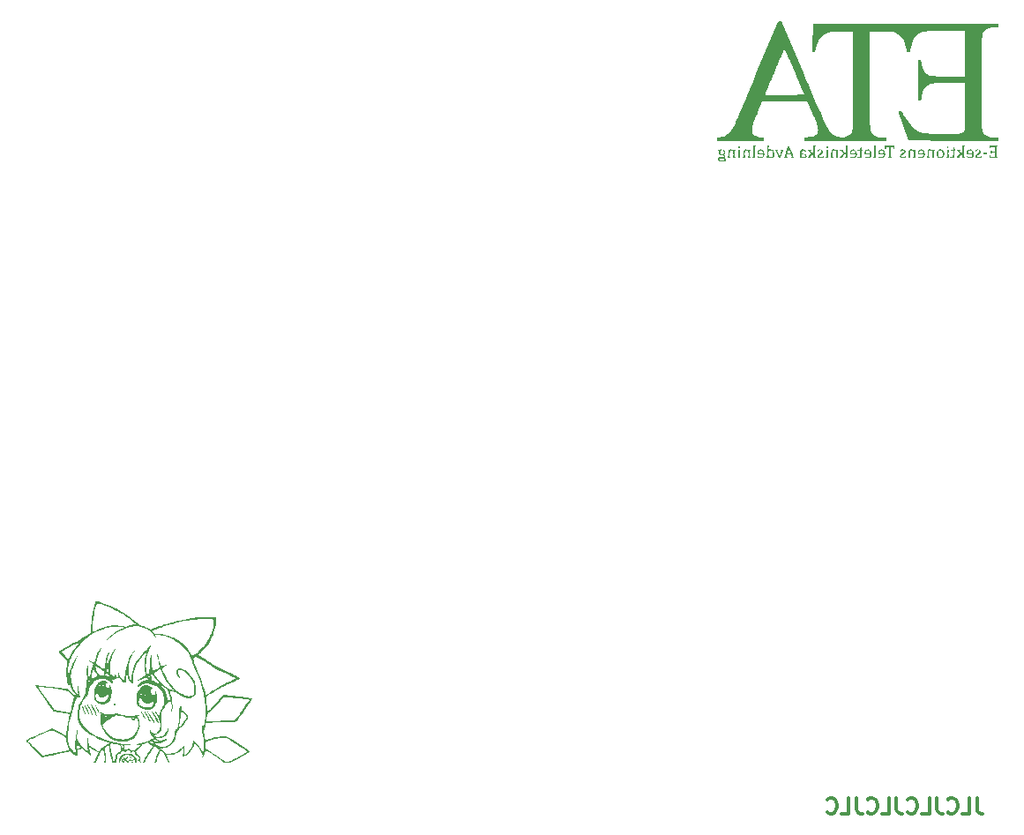
<source format=gbr>
%TF.GenerationSoftware,KiCad,Pcbnew,(6.0.0)*%
%TF.CreationDate,2022-08-12T16:53:37+02:00*%
%TF.ProjectId,PulseOximeter,50756c73-654f-4786-996d-657465722e6b,rev?*%
%TF.SameCoordinates,Original*%
%TF.FileFunction,Legend,Bot*%
%TF.FilePolarity,Positive*%
%FSLAX46Y46*%
G04 Gerber Fmt 4.6, Leading zero omitted, Abs format (unit mm)*
G04 Created by KiCad (PCBNEW (6.0.0)) date 2022-08-12 16:53:37*
%MOMM*%
%LPD*%
G01*
G04 APERTURE LIST*
%ADD10C,0.300000*%
%ADD11O,1.600000X1.600000*%
%ADD12C,1.600000*%
%ADD13R,1.500000X1.500000*%
%ADD14C,1.500000*%
%ADD15O,1.700000X1.700000*%
%ADD16R,1.700000X1.700000*%
G04 APERTURE END LIST*
D10*
X168428571Y-133678571D02*
X168428571Y-134750000D01*
X168500000Y-134964285D01*
X168642857Y-135107142D01*
X168857142Y-135178571D01*
X169000000Y-135178571D01*
X167000000Y-135178571D02*
X167714285Y-135178571D01*
X167714285Y-133678571D01*
X165642857Y-135035714D02*
X165714285Y-135107142D01*
X165928571Y-135178571D01*
X166071428Y-135178571D01*
X166285714Y-135107142D01*
X166428571Y-134964285D01*
X166500000Y-134821428D01*
X166571428Y-134535714D01*
X166571428Y-134321428D01*
X166500000Y-134035714D01*
X166428571Y-133892857D01*
X166285714Y-133750000D01*
X166071428Y-133678571D01*
X165928571Y-133678571D01*
X165714285Y-133750000D01*
X165642857Y-133821428D01*
X164571428Y-133678571D02*
X164571428Y-134750000D01*
X164642857Y-134964285D01*
X164785714Y-135107142D01*
X165000000Y-135178571D01*
X165142857Y-135178571D01*
X163142857Y-135178571D02*
X163857142Y-135178571D01*
X163857142Y-133678571D01*
X161785714Y-135035714D02*
X161857142Y-135107142D01*
X162071428Y-135178571D01*
X162214285Y-135178571D01*
X162428571Y-135107142D01*
X162571428Y-134964285D01*
X162642857Y-134821428D01*
X162714285Y-134535714D01*
X162714285Y-134321428D01*
X162642857Y-134035714D01*
X162571428Y-133892857D01*
X162428571Y-133750000D01*
X162214285Y-133678571D01*
X162071428Y-133678571D01*
X161857142Y-133750000D01*
X161785714Y-133821428D01*
X160714285Y-133678571D02*
X160714285Y-134750000D01*
X160785714Y-134964285D01*
X160928571Y-135107142D01*
X161142857Y-135178571D01*
X161285714Y-135178571D01*
X159285714Y-135178571D02*
X160000000Y-135178571D01*
X160000000Y-133678571D01*
X157928571Y-135035714D02*
X158000000Y-135107142D01*
X158214285Y-135178571D01*
X158357142Y-135178571D01*
X158571428Y-135107142D01*
X158714285Y-134964285D01*
X158785714Y-134821428D01*
X158857142Y-134535714D01*
X158857142Y-134321428D01*
X158785714Y-134035714D01*
X158714285Y-133892857D01*
X158571428Y-133750000D01*
X158357142Y-133678571D01*
X158214285Y-133678571D01*
X158000000Y-133750000D01*
X157928571Y-133821428D01*
X156857142Y-133678571D02*
X156857142Y-134750000D01*
X156928571Y-134964285D01*
X157071428Y-135107142D01*
X157285714Y-135178571D01*
X157428571Y-135178571D01*
X155428571Y-135178571D02*
X156142857Y-135178571D01*
X156142857Y-133678571D01*
X154071428Y-135035714D02*
X154142857Y-135107142D01*
X154357142Y-135178571D01*
X154500000Y-135178571D01*
X154714285Y-135107142D01*
X154857142Y-134964285D01*
X154928571Y-134821428D01*
X155000000Y-134535714D01*
X155000000Y-134321428D01*
X154928571Y-134035714D01*
X154857142Y-133892857D01*
X154714285Y-133750000D01*
X154500000Y-133678571D01*
X154357142Y-133678571D01*
X154142857Y-133750000D01*
X154071428Y-133821428D01*
%TO.C,G\u002A\u002A\u002A*%
G36*
X87204874Y-130024606D02*
G01*
X87242923Y-130071968D01*
X87275970Y-130093815D01*
X87282513Y-130094801D01*
X87301719Y-130123781D01*
X87299936Y-130128485D01*
X87269875Y-130123340D01*
X87214450Y-130089226D01*
X87127181Y-130024706D01*
X87040412Y-130107837D01*
X87026429Y-130121627D01*
X86979280Y-130183718D01*
X86981743Y-130224827D01*
X86986708Y-130231700D01*
X86980153Y-130252461D01*
X86922051Y-130258687D01*
X86912255Y-130258598D01*
X86861250Y-130250557D01*
X86864357Y-130228588D01*
X86870589Y-130219024D01*
X86859848Y-130173744D01*
X86801341Y-130102418D01*
X86708227Y-130006348D01*
X86612840Y-130098801D01*
X86567561Y-130146316D01*
X86539408Y-130194505D01*
X86549460Y-130229819D01*
X86555686Y-130237840D01*
X86558503Y-130261999D01*
X86511440Y-130268385D01*
X86453631Y-130251758D01*
X86389549Y-130180587D01*
X86382454Y-130169045D01*
X86342892Y-130119610D01*
X86314741Y-130106969D01*
X86302861Y-130098524D01*
X86305139Y-130051355D01*
X86312518Y-130033096D01*
X86399771Y-130033096D01*
X86412922Y-130059637D01*
X86454661Y-130105375D01*
X86470713Y-130119412D01*
X86503229Y-130135908D01*
X86535420Y-130117859D01*
X86584660Y-130059079D01*
X86628990Y-129996399D01*
X86633662Y-129979128D01*
X86737178Y-129979128D01*
X86825466Y-130067417D01*
X86913754Y-130155705D01*
X87068796Y-129952435D01*
X86992215Y-129892197D01*
X86955920Y-129864368D01*
X86904807Y-129837539D01*
X86862811Y-129850699D01*
X86806307Y-129905544D01*
X86759185Y-129955703D01*
X86737178Y-129979128D01*
X86633662Y-129979128D01*
X86639998Y-129955703D01*
X86619540Y-129922878D01*
X86591973Y-129903015D01*
X86552719Y-129907206D01*
X86489541Y-129946570D01*
X86474472Y-129957621D01*
X86421272Y-130003149D01*
X86399771Y-130033096D01*
X86312518Y-130033096D01*
X86322359Y-130008745D01*
X86353492Y-129994996D01*
X86373171Y-129991597D01*
X86423212Y-129955156D01*
X86482794Y-129891100D01*
X86483865Y-129889770D01*
X86547279Y-129818915D01*
X86595304Y-129779568D01*
X86620580Y-129776068D01*
X86615747Y-129812750D01*
X86615767Y-129842554D01*
X86647422Y-129890434D01*
X86677800Y-129908875D01*
X86715340Y-129900919D01*
X86770072Y-129853119D01*
X86804996Y-129815274D01*
X86826711Y-129771658D01*
X86810847Y-129734639D01*
X86795938Y-129710580D01*
X86812638Y-129696674D01*
X86877444Y-129695062D01*
X86896563Y-129695892D01*
X86951595Y-129706663D01*
X86952873Y-129729771D01*
X86949562Y-129735047D01*
X86961430Y-129778053D01*
X87025190Y-129840370D01*
X87123917Y-129919147D01*
X87168855Y-129854989D01*
X87174551Y-129846753D01*
X87195873Y-129803827D01*
X87184766Y-129765619D01*
X87136223Y-129709866D01*
X87121153Y-129693547D01*
X87081787Y-129642229D01*
X87073204Y-129614349D01*
X87081157Y-129615823D01*
X87122587Y-129645935D01*
X87189614Y-129705431D01*
X87272377Y-129785822D01*
X87308779Y-129821550D01*
X87392810Y-129896377D01*
X87458619Y-129944193D01*
X87495739Y-129956980D01*
X87516538Y-129950375D01*
X87531408Y-129957175D01*
X87509175Y-129994721D01*
X87447659Y-130068051D01*
X87395829Y-130129237D01*
X87366611Y-130177479D01*
X87372603Y-130208832D01*
X87410825Y-130236960D01*
X87434936Y-130255611D01*
X87427090Y-130267500D01*
X87414960Y-130266111D01*
X87372890Y-130236755D01*
X87356831Y-130220860D01*
X87321711Y-130236755D01*
X87305840Y-130249313D01*
X87249993Y-130268385D01*
X87243911Y-130252993D01*
X87270503Y-130204116D01*
X87327560Y-130130742D01*
X87445214Y-129993099D01*
X87290874Y-129832003D01*
X87225201Y-129893701D01*
X87186401Y-129934280D01*
X87181944Y-129952435D01*
X87177052Y-129972366D01*
X87204874Y-130024606D01*
G37*
G36*
X89403056Y-123213552D02*
G01*
X89334546Y-123207700D01*
X89304760Y-123202819D01*
X89241491Y-123210570D01*
X89192962Y-123256288D01*
X89189718Y-123259344D01*
X89170686Y-123287657D01*
X89152192Y-123348804D01*
X89136324Y-123401267D01*
X89150838Y-123502018D01*
X89154503Y-123527455D01*
X89224511Y-123658071D01*
X89244088Y-123683082D01*
X89330485Y-123758512D01*
X89411304Y-123779372D01*
X89478718Y-123748501D01*
X89524905Y-123668735D01*
X89542039Y-123542914D01*
X89543664Y-123494660D01*
X89553327Y-123428071D01*
X89568796Y-123401948D01*
X89581082Y-123410837D01*
X89609671Y-123460821D01*
X89640150Y-123540149D01*
X89700613Y-123780115D01*
X89703634Y-123792104D01*
X89720735Y-123945486D01*
X89733669Y-124061494D01*
X89731815Y-124114777D01*
X89727419Y-124241123D01*
X89724694Y-124319426D01*
X89723865Y-124323625D01*
X89699032Y-124449370D01*
X89696164Y-124463890D01*
X89681794Y-124536655D01*
X89677754Y-124557112D01*
X89593893Y-124765761D01*
X89474157Y-124936584D01*
X89448443Y-124963844D01*
X89327578Y-125070246D01*
X89202109Y-125137514D01*
X89050247Y-125178060D01*
X88912724Y-125195892D01*
X88657407Y-125191709D01*
X88415015Y-125140446D01*
X88195553Y-125044708D01*
X88009028Y-124907098D01*
X87964221Y-124863671D01*
X87867530Y-124755851D01*
X87802316Y-124650474D01*
X87762839Y-124532540D01*
X87745863Y-124405728D01*
X87986279Y-124405728D01*
X87987897Y-124467184D01*
X88008091Y-124582692D01*
X88057856Y-124680305D01*
X88145372Y-124773123D01*
X88278819Y-124874247D01*
X88343928Y-124917956D01*
X88413938Y-124957022D01*
X88482434Y-124979055D01*
X88569317Y-124989844D01*
X88694487Y-124995181D01*
X88863799Y-124993046D01*
X89004445Y-124970724D01*
X89117437Y-124923692D01*
X89217277Y-124847861D01*
X89298223Y-124752305D01*
X89351175Y-124625054D01*
X89361642Y-124521523D01*
X89490066Y-124521523D01*
X89493548Y-124556052D01*
X89502299Y-124560604D01*
X89512944Y-124536655D01*
X89510845Y-124521253D01*
X89493548Y-124517259D01*
X89490066Y-124521523D01*
X89361642Y-124521523D01*
X89367469Y-124463890D01*
X89367469Y-124332990D01*
X89460283Y-124332990D01*
X89464796Y-124349032D01*
X89498397Y-124391180D01*
X89537545Y-124430250D01*
X89565606Y-124449370D01*
X89561092Y-124433328D01*
X89527492Y-124391180D01*
X89488344Y-124352110D01*
X89460283Y-124332990D01*
X89367469Y-124332990D01*
X89367469Y-124300949D01*
X89275569Y-124396348D01*
X89243815Y-124429311D01*
X89121720Y-124534330D01*
X88978381Y-124602522D01*
X88815786Y-124623941D01*
X88690823Y-124604827D01*
X88542580Y-124536612D01*
X88406748Y-124427759D01*
X88294460Y-124287541D01*
X88246634Y-124187515D01*
X88412860Y-124187515D01*
X88417374Y-124203557D01*
X88450974Y-124245705D01*
X88490122Y-124284774D01*
X88518183Y-124303895D01*
X88513670Y-124287853D01*
X88480069Y-124245705D01*
X88440922Y-124206635D01*
X88412860Y-124187515D01*
X88246634Y-124187515D01*
X88216854Y-124125231D01*
X88213079Y-124114777D01*
X88290951Y-124114777D01*
X88305499Y-124129324D01*
X88320046Y-124114777D01*
X88305499Y-124100229D01*
X88290951Y-124114777D01*
X88213079Y-124114777D01*
X88198088Y-124073267D01*
X88168976Y-124008966D01*
X88148495Y-123983849D01*
X88137167Y-123991119D01*
X88101726Y-124035735D01*
X88070668Y-124085682D01*
X88057100Y-124107503D01*
X88033981Y-124152190D01*
X87997417Y-124266151D01*
X87986279Y-124405728D01*
X87745863Y-124405728D01*
X87743362Y-124387045D01*
X87738145Y-124198989D01*
X87742208Y-124085682D01*
X87883620Y-124085682D01*
X87898168Y-124100229D01*
X87912715Y-124085682D01*
X87898168Y-124071134D01*
X87883620Y-124085682D01*
X87742208Y-124085682D01*
X87746676Y-123961103D01*
X87750090Y-123936644D01*
X87883620Y-123936644D01*
X87889530Y-123960291D01*
X87927263Y-123983849D01*
X87947144Y-123982635D01*
X87970905Y-123972864D01*
X87963422Y-123960522D01*
X87927263Y-123925659D01*
X87923033Y-123922193D01*
X87891273Y-123905770D01*
X87883620Y-123936644D01*
X87750090Y-123936644D01*
X87767470Y-123812112D01*
X87929279Y-123812112D01*
X87936583Y-123831423D01*
X87979502Y-123864548D01*
X88015419Y-123885564D01*
X88026075Y-123886480D01*
X87993419Y-123850631D01*
X87956984Y-123819633D01*
X87929279Y-123812112D01*
X87767470Y-123812112D01*
X87776801Y-123745248D01*
X87831538Y-123557932D01*
X87840751Y-123538622D01*
X87970905Y-123538622D01*
X87971692Y-123542019D01*
X88000467Y-123578097D01*
X88062347Y-123636191D01*
X88145955Y-123705461D01*
X88147508Y-123706682D01*
X88239155Y-123781128D01*
X88358421Y-123881300D01*
X88364458Y-123886480D01*
X88465137Y-123972864D01*
X88490042Y-123994233D01*
X88618750Y-124106965D01*
X88622365Y-124110169D01*
X88627612Y-124114777D01*
X88729655Y-124204392D01*
X88795482Y-124259999D01*
X88821075Y-124277854D01*
X88807662Y-124258819D01*
X88756472Y-124203759D01*
X88698438Y-124145432D01*
X88586525Y-124039303D01*
X88459302Y-123923997D01*
X88334594Y-123815900D01*
X88236836Y-123733512D01*
X88139136Y-123651166D01*
X88063771Y-123587637D01*
X88021822Y-123552266D01*
X87988792Y-123531449D01*
X87970905Y-123538622D01*
X87840751Y-123538622D01*
X87892743Y-123429655D01*
X88033800Y-123429655D01*
X88056325Y-123463621D01*
X88112233Y-123515051D01*
X88208331Y-123592369D01*
X88249775Y-123626151D01*
X88351067Y-123713704D01*
X88475209Y-123825406D01*
X88610231Y-123950412D01*
X88744164Y-124077876D01*
X88839678Y-124168685D01*
X88946228Y-124265995D01*
X88960006Y-124277854D01*
X88990260Y-124303895D01*
X89032667Y-124340396D01*
X89091933Y-124385857D01*
X89116967Y-124396348D01*
X89105485Y-124370800D01*
X89058206Y-124314332D01*
X88982515Y-124236330D01*
X88886401Y-124145489D01*
X88796500Y-124060984D01*
X88718810Y-123982233D01*
X88669718Y-123925659D01*
X88732906Y-123925659D01*
X88737420Y-123941701D01*
X88771020Y-123983849D01*
X88810168Y-124022919D01*
X88838229Y-124042039D01*
X88833715Y-124025997D01*
X88800115Y-123983849D01*
X88760967Y-123944779D01*
X88732906Y-123925659D01*
X88669718Y-123925659D01*
X88668810Y-123924613D01*
X88654531Y-123896740D01*
X88643365Y-123869916D01*
X88595313Y-123815848D01*
X88519724Y-123743637D01*
X88426591Y-123661565D01*
X88325904Y-123577920D01*
X88227654Y-123500986D01*
X88141833Y-123439048D01*
X88078431Y-123400391D01*
X88047440Y-123393302D01*
X88037851Y-123404732D01*
X88033800Y-123429655D01*
X87892743Y-123429655D01*
X87913853Y-123385411D01*
X87952370Y-123323902D01*
X88001880Y-123263418D01*
X88148166Y-123263418D01*
X88162994Y-123285024D01*
X88206149Y-123326886D01*
X88283225Y-123394502D01*
X88399819Y-123493374D01*
X88519617Y-123596957D01*
X88665280Y-123727305D01*
X88815774Y-123865510D01*
X88952625Y-123994811D01*
X88997485Y-124037659D01*
X89002205Y-124042039D01*
X89097469Y-124130440D01*
X89177939Y-124201273D01*
X89231583Y-124243859D01*
X89251089Y-124251901D01*
X89234565Y-124226496D01*
X89180678Y-124167734D01*
X89156833Y-124143872D01*
X89411112Y-124143872D01*
X89496566Y-124238431D01*
X89508922Y-124251901D01*
X89520414Y-124264429D01*
X89568004Y-124313511D01*
X89591125Y-124332990D01*
X89591450Y-124332988D01*
X89598462Y-124323625D01*
X89571773Y-124291381D01*
X89505671Y-124229327D01*
X89411112Y-124143872D01*
X89156833Y-124143872D01*
X89096365Y-124083361D01*
X88988840Y-123979953D01*
X88865319Y-123864086D01*
X88733016Y-123742335D01*
X88599146Y-123621274D01*
X88565108Y-123591066D01*
X88712830Y-123591066D01*
X88798285Y-123685625D01*
X88822132Y-123711623D01*
X88869722Y-123760705D01*
X88892844Y-123780184D01*
X88893169Y-123780182D01*
X88900181Y-123770818D01*
X88873491Y-123738574D01*
X88807389Y-123676520D01*
X88712830Y-123591066D01*
X88565108Y-123591066D01*
X88470925Y-123507480D01*
X88355567Y-123407527D01*
X88351166Y-123403853D01*
X88494838Y-123403853D01*
X88520001Y-123438316D01*
X88546630Y-123469350D01*
X88570917Y-123489233D01*
X88576022Y-123488755D01*
X88576219Y-123469799D01*
X88530986Y-123427331D01*
X88509904Y-123411078D01*
X88494838Y-123403853D01*
X88351166Y-123403853D01*
X88260287Y-123327991D01*
X88192301Y-123275448D01*
X88162167Y-123258367D01*
X88327180Y-123258367D01*
X88334594Y-123285567D01*
X88340571Y-123294180D01*
X88367123Y-123314662D01*
X88371103Y-123312768D01*
X88363689Y-123285567D01*
X88357711Y-123276955D01*
X88331160Y-123256472D01*
X88327180Y-123258367D01*
X88162167Y-123258367D01*
X88158824Y-123256472D01*
X88156069Y-123256567D01*
X88148166Y-123263418D01*
X88001880Y-123263418D01*
X88083477Y-123163736D01*
X88148844Y-123105980D01*
X88308599Y-123105980D01*
X88316788Y-123125928D01*
X88361239Y-123176849D01*
X88435739Y-123248545D01*
X88509310Y-123312768D01*
X88531744Y-123332351D01*
X88547104Y-123345276D01*
X88665264Y-123447621D01*
X88690101Y-123469799D01*
X88806216Y-123573485D01*
X88953602Y-123708115D01*
X89020604Y-123770818D01*
X89091066Y-123836759D01*
X89411112Y-124140896D01*
X89137146Y-123859518D01*
X89255070Y-123859518D01*
X89265708Y-123880329D01*
X89316992Y-123939835D01*
X89410331Y-124038034D01*
X89468805Y-124097540D01*
X89512092Y-124140896D01*
X89545078Y-124173935D01*
X89598905Y-124226283D01*
X89621271Y-124245705D01*
X89631823Y-124241123D01*
X89618665Y-124205996D01*
X89561624Y-124137692D01*
X89538745Y-124114777D01*
X89600230Y-124114777D01*
X89614777Y-124129324D01*
X89629325Y-124114777D01*
X89614777Y-124100229D01*
X89600230Y-124114777D01*
X89538745Y-124114777D01*
X89462028Y-124037941D01*
X89452941Y-124029287D01*
X89356799Y-123940206D01*
X89454754Y-123940206D01*
X89469302Y-123954754D01*
X89483849Y-123940206D01*
X89469302Y-123925659D01*
X89454754Y-123940206D01*
X89356799Y-123940206D01*
X89350096Y-123933995D01*
X89326428Y-123913832D01*
X89557336Y-123913832D01*
X89575692Y-123940206D01*
X89586002Y-123955020D01*
X89589070Y-123957543D01*
X89621434Y-123974937D01*
X89629325Y-123945486D01*
X89619191Y-123904439D01*
X89589468Y-123878314D01*
X89558918Y-123892793D01*
X89557336Y-123913832D01*
X89326428Y-123913832D01*
X89283669Y-123877406D01*
X89255070Y-123859518D01*
X89137146Y-123859518D01*
X89120161Y-123842073D01*
X89054224Y-123774760D01*
X88894328Y-123614863D01*
X88743546Y-123468547D01*
X88607085Y-123340533D01*
X88502929Y-123247019D01*
X88625545Y-123247019D01*
X88886794Y-123513601D01*
X88902695Y-123529811D01*
X88999373Y-123627635D01*
X89079185Y-123707178D01*
X89134226Y-123760631D01*
X89156594Y-123780184D01*
X89157761Y-123780115D01*
X89155588Y-123760024D01*
X89117088Y-123709304D01*
X89049115Y-123635433D01*
X88958523Y-123545886D01*
X88852165Y-123448137D01*
X88625545Y-123247019D01*
X88502929Y-123247019D01*
X88490152Y-123235547D01*
X88397955Y-123158310D01*
X88335702Y-123113547D01*
X88308599Y-123105980D01*
X88148844Y-123105980D01*
X88225488Y-123038259D01*
X88392784Y-123038259D01*
X88478239Y-123132818D01*
X88502086Y-123158816D01*
X88549676Y-123207899D01*
X88572798Y-123227377D01*
X88573123Y-123227375D01*
X88580135Y-123218012D01*
X88553446Y-123185768D01*
X88487343Y-123123714D01*
X88392784Y-123038259D01*
X88225488Y-123038259D01*
X88233854Y-123030867D01*
X88494617Y-123030867D01*
X88494671Y-123031150D01*
X88516795Y-123055775D01*
X88573320Y-123111154D01*
X88655970Y-123189338D01*
X88686943Y-123218012D01*
X88756472Y-123282380D01*
X88764694Y-123289909D01*
X88863495Y-123378724D01*
X88944107Y-123448215D01*
X88998421Y-123491581D01*
X89018328Y-123502018D01*
X89013796Y-123493454D01*
X88976846Y-123451349D01*
X88910762Y-123385089D01*
X88825288Y-123304635D01*
X88793811Y-123275879D01*
X88667682Y-123162865D01*
X88573654Y-123082603D01*
X88514906Y-123037726D01*
X88494617Y-123030867D01*
X88233854Y-123030867D01*
X88239597Y-123025793D01*
X88329655Y-122971322D01*
X88595498Y-122971322D01*
X88601309Y-122984151D01*
X88641048Y-123029193D01*
X88710176Y-123097696D01*
X88800145Y-123180905D01*
X88866506Y-123239194D01*
X88944897Y-123303839D01*
X88998482Y-123342667D01*
X89018328Y-123348804D01*
X89013734Y-123338498D01*
X88977405Y-123295623D01*
X88914312Y-123232631D01*
X88835831Y-123159677D01*
X88753335Y-123086915D01*
X88678198Y-123024499D01*
X88621794Y-122982583D01*
X88595498Y-122971322D01*
X88329655Y-122971322D01*
X88338940Y-122965706D01*
X88758107Y-122965706D01*
X88772936Y-122987855D01*
X88819072Y-123039719D01*
X88887400Y-123110997D01*
X88892103Y-123115763D01*
X88964245Y-123186834D01*
X89019141Y-123237287D01*
X89045236Y-123256472D01*
X89045788Y-123256288D01*
X89030960Y-123234139D01*
X88984823Y-123182275D01*
X88916495Y-123110997D01*
X88911793Y-123106230D01*
X88839651Y-123035160D01*
X88799120Y-122997909D01*
X88915408Y-122997909D01*
X88929910Y-123028880D01*
X88974685Y-123081902D01*
X88994142Y-123101438D01*
X89050626Y-123149819D01*
X89087405Y-123169187D01*
X89092153Y-123165894D01*
X89077651Y-123134924D01*
X89045160Y-123096449D01*
X89134708Y-123096449D01*
X89149256Y-123110997D01*
X89163803Y-123096449D01*
X89149256Y-123081902D01*
X89134708Y-123096449D01*
X89045160Y-123096449D01*
X89032876Y-123081902D01*
X89013419Y-123062366D01*
X88956935Y-123013985D01*
X88920156Y-122994617D01*
X88915408Y-122997909D01*
X88799120Y-122997909D01*
X88784755Y-122984706D01*
X88758660Y-122965521D01*
X88758107Y-122965706D01*
X88338940Y-122965706D01*
X88402220Y-122927431D01*
X88565522Y-122878526D01*
X88761756Y-122869499D01*
X88963927Y-122904125D01*
X89158289Y-122979934D01*
X89331100Y-123094455D01*
X89333275Y-123096449D01*
X89387076Y-123145761D01*
X89401320Y-123165894D01*
X89420572Y-123193107D01*
X89403056Y-123213552D01*
G37*
G36*
X83474426Y-124698802D02*
G01*
X83509014Y-124749827D01*
X83573838Y-124861214D01*
X83646068Y-124999591D01*
X83720701Y-125153787D01*
X83792732Y-125312629D01*
X83857156Y-125464946D01*
X83908968Y-125599564D01*
X83943164Y-125705312D01*
X83954739Y-125771018D01*
X83949616Y-125783979D01*
X83924095Y-125767374D01*
X83881001Y-125710456D01*
X83824580Y-125621001D01*
X83759081Y-125506782D01*
X83688751Y-125375575D01*
X83617837Y-125235152D01*
X83550587Y-125093290D01*
X83491249Y-124957761D01*
X83444070Y-124836341D01*
X83434214Y-124807188D01*
X83412457Y-124719265D01*
X83412839Y-124667663D01*
X83433963Y-124658727D01*
X83474426Y-124698802D01*
G37*
G36*
X88450974Y-123713352D02*
G01*
X88451860Y-123713968D01*
X88530198Y-123776173D01*
X88596450Y-123840734D01*
X88654640Y-123907565D01*
X88567354Y-123847015D01*
X88566469Y-123846399D01*
X88488131Y-123784194D01*
X88421879Y-123719633D01*
X88363689Y-123652802D01*
X88450974Y-123713352D01*
G37*
G36*
X81802750Y-120797938D02*
G01*
X81788202Y-120812486D01*
X81773655Y-120797938D01*
X81788202Y-120783391D01*
X81802750Y-120797938D01*
G37*
G36*
X89256417Y-125364331D02*
G01*
X89307850Y-125409587D01*
X89379401Y-125491713D01*
X89465285Y-125603992D01*
X89559717Y-125739703D01*
X89565589Y-125748574D01*
X89631370Y-125854267D01*
X89703511Y-125979349D01*
X89776003Y-126112246D01*
X89842842Y-126241385D01*
X89898020Y-126355192D01*
X89935532Y-126442093D01*
X89949370Y-126490515D01*
X89947314Y-126498190D01*
X89921328Y-126492058D01*
X89872364Y-126451236D01*
X89809125Y-126384624D01*
X89740317Y-126301120D01*
X89674641Y-126209622D01*
X89653466Y-126176775D01*
X89591235Y-126073679D01*
X89521308Y-125950774D01*
X89448912Y-125818106D01*
X89379270Y-125685721D01*
X89317608Y-125563667D01*
X89269151Y-125461990D01*
X89239125Y-125390737D01*
X89232753Y-125359954D01*
X89256417Y-125364331D01*
G37*
G36*
X88586031Y-125392789D02*
G01*
X88642192Y-125467080D01*
X88710315Y-125568222D01*
X88785441Y-125687870D01*
X88862613Y-125817681D01*
X88936871Y-125949307D01*
X89003259Y-126074405D01*
X89056817Y-126184629D01*
X89092588Y-126271633D01*
X89105613Y-126327074D01*
X89102053Y-126351830D01*
X89083218Y-126355659D01*
X89045112Y-126319873D01*
X88984293Y-126240979D01*
X88897319Y-126115478D01*
X88850725Y-126043724D01*
X88769733Y-125907632D01*
X88692541Y-125765420D01*
X88624537Y-125628193D01*
X88571111Y-125507058D01*
X88537650Y-125413119D01*
X88529543Y-125357482D01*
X88546789Y-125353695D01*
X88586031Y-125392789D01*
G37*
G36*
X86942721Y-129412515D02*
G01*
X87125610Y-129430206D01*
X87274939Y-129474285D01*
X87407537Y-129551285D01*
X87540235Y-129667739D01*
X87543118Y-129670636D01*
X87663020Y-129825079D01*
X87740032Y-129997230D01*
X87767240Y-130171735D01*
X87764713Y-130221696D01*
X87745793Y-130259562D01*
X87697806Y-130268385D01*
X87684270Y-130268007D01*
X87646385Y-130255554D01*
X87624083Y-130214531D01*
X87607752Y-130130184D01*
X87602832Y-130099278D01*
X87563094Y-129941457D01*
X87500893Y-129822773D01*
X87408848Y-129728316D01*
X87334855Y-129676202D01*
X87160247Y-129593087D01*
X86972827Y-129548192D01*
X86788362Y-129544398D01*
X86622621Y-129584589D01*
X86565271Y-129611862D01*
X86418413Y-129716010D01*
X86301956Y-129850171D01*
X86225025Y-130002032D01*
X86196745Y-130159279D01*
X86192119Y-130229207D01*
X86171407Y-130261381D01*
X86123368Y-130268385D01*
X86103040Y-130267841D01*
X86068207Y-130256271D01*
X86053596Y-130217680D01*
X86050630Y-130136523D01*
X86050693Y-130127803D01*
X86081357Y-129942905D01*
X86164141Y-129770006D01*
X86293301Y-129618024D01*
X86463095Y-129495881D01*
X86507171Y-129472151D01*
X86581222Y-129439062D01*
X86655051Y-129420533D01*
X86748107Y-129412621D01*
X86879840Y-129411382D01*
X86942721Y-129412515D01*
G37*
G36*
X97525725Y-122318205D02*
G01*
X97383162Y-122375233D01*
X97308885Y-122404015D01*
X97149920Y-122471968D01*
X96954422Y-122561195D01*
X96731319Y-122667293D01*
X96489542Y-122785860D01*
X96238019Y-122912493D01*
X95985679Y-123042789D01*
X95741450Y-123172346D01*
X95514262Y-123296761D01*
X95381458Y-123372870D01*
X95203146Y-123479765D01*
X95019086Y-123594374D01*
X94840548Y-123709410D01*
X94678806Y-123817587D01*
X94545130Y-123911619D01*
X94450793Y-123984219D01*
X94445383Y-124014452D01*
X94446899Y-124091465D01*
X94455451Y-124202556D01*
X94470357Y-124335485D01*
X94484911Y-124460632D01*
X94504172Y-124656195D01*
X94521197Y-124860516D01*
X94533488Y-125045495D01*
X94554193Y-125423406D01*
X94732137Y-125232019D01*
X94766597Y-125195060D01*
X94856423Y-125099150D01*
X94973438Y-124974568D01*
X95109349Y-124830131D01*
X95255866Y-124674655D01*
X95404697Y-124516953D01*
X95498457Y-124417495D01*
X95636184Y-124270711D01*
X95761092Y-124136795D01*
X95866370Y-124023082D01*
X95945211Y-123936907D01*
X95990804Y-123885604D01*
X96082295Y-123777934D01*
X96281755Y-123796209D01*
X96333374Y-123801224D01*
X96458384Y-123814355D01*
X96617194Y-123831835D01*
X96794708Y-123851989D01*
X96975831Y-123873145D01*
X97004607Y-123876554D01*
X97196555Y-123899185D01*
X97425322Y-123926008D01*
X97673072Y-123954940D01*
X97921970Y-123983898D01*
X98154181Y-124010798D01*
X98837916Y-124089790D01*
X98836454Y-124160474D01*
X98820159Y-124200422D01*
X98785575Y-124260252D01*
X98771153Y-124285202D01*
X98691217Y-124411553D01*
X98582137Y-124576772D01*
X98445702Y-124778152D01*
X98283696Y-125012990D01*
X98097907Y-125278580D01*
X97990756Y-125430779D01*
X97842961Y-125640483D01*
X97707619Y-125832257D01*
X97588230Y-126001153D01*
X97488295Y-126142226D01*
X97411315Y-126250529D01*
X97360792Y-126321115D01*
X97340227Y-126349039D01*
X97338964Y-126349750D01*
X97298472Y-126355312D01*
X97206299Y-126362065D01*
X97068097Y-126369761D01*
X96889514Y-126378147D01*
X96676200Y-126386974D01*
X96433806Y-126395991D01*
X96167981Y-126404947D01*
X95884375Y-126413593D01*
X95686872Y-126419304D01*
X95387064Y-126428141D01*
X95137989Y-126436079D01*
X94934933Y-126443672D01*
X94773179Y-126451475D01*
X94648013Y-126460040D01*
X94554721Y-126469922D01*
X94488586Y-126481673D01*
X94444895Y-126495849D01*
X94418931Y-126513001D01*
X94405981Y-126533684D01*
X94401328Y-126558452D01*
X94400258Y-126587858D01*
X94400209Y-126589146D01*
X94392741Y-126641529D01*
X94374703Y-126736763D01*
X94348712Y-126861727D01*
X94317385Y-127003301D01*
X94236060Y-127360553D01*
X94288514Y-127628845D01*
X94298955Y-127684064D01*
X94320640Y-127812102D01*
X94335869Y-127921299D01*
X94341848Y-127992609D01*
X94341959Y-127998052D01*
X94354549Y-128066440D01*
X94381293Y-128102880D01*
X94384309Y-128103570D01*
X94432760Y-128098163D01*
X94522895Y-128077734D01*
X94642997Y-128045195D01*
X94781350Y-128003459D01*
X94871355Y-127975531D01*
X95057053Y-127922554D01*
X95230807Y-127881384D01*
X95410143Y-127848615D01*
X95612589Y-127820842D01*
X95855671Y-127794656D01*
X95943349Y-127785483D01*
X96078789Y-127769330D01*
X96192459Y-127753456D01*
X96266260Y-127740258D01*
X96278204Y-127737689D01*
X96304297Y-127734713D01*
X96333961Y-127737495D01*
X96371732Y-127748611D01*
X96422143Y-127770636D01*
X96489730Y-127806147D01*
X96579027Y-127857719D01*
X96694569Y-127927927D01*
X96840890Y-128019347D01*
X97022524Y-128134556D01*
X97244006Y-128276128D01*
X97509872Y-128446639D01*
X97766866Y-128612288D01*
X98034527Y-128786845D01*
X98253796Y-128932428D01*
X98424377Y-129048833D01*
X98545975Y-129135858D01*
X98618295Y-129193302D01*
X98637378Y-129216508D01*
X98641041Y-129220962D01*
X98620183Y-129249877D01*
X98559394Y-129297163D01*
X98473947Y-129347600D01*
X98419887Y-129376408D01*
X98311563Y-129435730D01*
X98173876Y-129512275D01*
X98018961Y-129599284D01*
X97858953Y-129690003D01*
X97766841Y-129741951D01*
X97580207Y-129844645D01*
X97390610Y-129946144D01*
X97215765Y-130037027D01*
X97073386Y-130107870D01*
X96743070Y-130266329D01*
X96159808Y-130268385D01*
X95774111Y-129991744D01*
X95689474Y-129931667D01*
X95538240Y-129826603D01*
X95373204Y-129714188D01*
X95201236Y-129598890D01*
X95029208Y-129485172D01*
X94863992Y-129377502D01*
X94712458Y-129280343D01*
X94581478Y-129198161D01*
X94477922Y-129135422D01*
X94408663Y-129096591D01*
X94380572Y-129086134D01*
X94370244Y-129109573D01*
X94349121Y-129175950D01*
X94323676Y-129267798D01*
X94262484Y-129455557D01*
X94185906Y-129617535D01*
X94101611Y-129737400D01*
X94097530Y-129741786D01*
X94048840Y-129784361D01*
X94013344Y-129801817D01*
X94002804Y-129791798D01*
X94028980Y-129751948D01*
X94036642Y-129743115D01*
X94088772Y-129675550D01*
X94113424Y-129615720D01*
X94110246Y-129549062D01*
X94078890Y-129461011D01*
X94019005Y-129337005D01*
X93999326Y-129299153D01*
X93886929Y-129107092D01*
X93748857Y-128900211D01*
X93599178Y-128698709D01*
X93451962Y-128522787D01*
X93344721Y-128404085D01*
X93252993Y-128647938D01*
X93212363Y-128748042D01*
X93098299Y-128975613D01*
X92963035Y-129188090D01*
X92814540Y-129374947D01*
X92660784Y-129525656D01*
X92509737Y-129629690D01*
X92440715Y-129659161D01*
X92301624Y-129696822D01*
X92154789Y-129717284D01*
X92029668Y-129715292D01*
X91913288Y-129698613D01*
X92033585Y-129676010D01*
X92091558Y-129663138D01*
X92139158Y-129638781D01*
X92170331Y-129590705D01*
X92200757Y-129502649D01*
X92212893Y-129455647D01*
X92234168Y-129337109D01*
X92252066Y-129193570D01*
X92263644Y-129046392D01*
X92279655Y-128740894D01*
X92203386Y-128882311D01*
X92197933Y-128892277D01*
X92058723Y-129083967D01*
X91867720Y-129252171D01*
X91627122Y-129394934D01*
X91365818Y-129498292D01*
X91087749Y-129553444D01*
X90806714Y-129552250D01*
X90713834Y-129545421D01*
X90644899Y-129545732D01*
X90618557Y-129553451D01*
X90619426Y-129561109D01*
X90641300Y-129615689D01*
X90681479Y-129683643D01*
X90724985Y-129738878D01*
X90744839Y-129764660D01*
X90764033Y-129820319D01*
X90774965Y-129862455D01*
X90806462Y-129940698D01*
X90851318Y-130035625D01*
X90888517Y-130110814D01*
X90924467Y-130193872D01*
X90933301Y-130241508D01*
X90915899Y-130263077D01*
X90873139Y-130267934D01*
X90870108Y-130267836D01*
X90842713Y-130258831D01*
X90811672Y-130230519D01*
X90772694Y-130176261D01*
X90721490Y-130089420D01*
X90653769Y-129963355D01*
X90565243Y-129791428D01*
X90463311Y-129597198D01*
X90362063Y-129418954D01*
X90277633Y-129287816D01*
X90212174Y-129207340D01*
X90101537Y-129099306D01*
X90021030Y-129200202D01*
X89983083Y-129254303D01*
X89943508Y-129328968D01*
X89903337Y-129427456D01*
X89859575Y-129558015D01*
X89809226Y-129728894D01*
X89749294Y-129948339D01*
X89737341Y-129992956D01*
X89703509Y-130113392D01*
X89677029Y-130190457D01*
X89652770Y-130234313D01*
X89625600Y-130255121D01*
X89590389Y-130263044D01*
X89537597Y-130261399D01*
X89512944Y-130242913D01*
X89513006Y-130241034D01*
X89523241Y-130190687D01*
X89548308Y-130098588D01*
X89584337Y-129976986D01*
X89627458Y-129838131D01*
X89673799Y-129694274D01*
X89719490Y-129557665D01*
X89760661Y-129440553D01*
X89793440Y-129355188D01*
X89833763Y-129267260D01*
X89884901Y-129173452D01*
X89928028Y-129111971D01*
X89929648Y-129110207D01*
X89967490Y-129061933D01*
X89976156Y-129035696D01*
X89965221Y-129028406D01*
X89912892Y-128996710D01*
X89828416Y-128946913D01*
X89723492Y-128885951D01*
X89686177Y-128864430D01*
X89586939Y-128808551D01*
X89522709Y-128777675D01*
X89481650Y-128768514D01*
X89451922Y-128777785D01*
X89421688Y-128802203D01*
X89368354Y-128862055D01*
X89292581Y-128963945D01*
X89201003Y-129097779D01*
X89099719Y-129253937D01*
X88994828Y-129422804D01*
X88892429Y-129594761D01*
X88798620Y-129760191D01*
X88719502Y-129909477D01*
X88656922Y-130032150D01*
X88599854Y-130138593D01*
X88557321Y-130207367D01*
X88523455Y-130246530D01*
X88492386Y-130264141D01*
X88458248Y-130268260D01*
X88403381Y-130263067D01*
X88378236Y-130249105D01*
X88379991Y-130243174D01*
X88401559Y-130195635D01*
X88443840Y-130110024D01*
X88501955Y-129996092D01*
X88571027Y-129863595D01*
X88647953Y-129720953D01*
X88775766Y-129496947D01*
X88905295Y-129284039D01*
X89029925Y-129092620D01*
X89143040Y-128933084D01*
X89238024Y-128815821D01*
X89282293Y-128764800D01*
X89323725Y-128710957D01*
X89335180Y-128686302D01*
X89314584Y-128674424D01*
X89251327Y-128640393D01*
X89156499Y-128590364D01*
X89041136Y-128530198D01*
X88758446Y-128383505D01*
X88510614Y-128460367D01*
X88458245Y-128477368D01*
X88357974Y-128514874D01*
X88288451Y-128547958D01*
X88262319Y-128570984D01*
X88254011Y-128598513D01*
X88211126Y-128667354D01*
X88140256Y-128756769D01*
X88051041Y-128855682D01*
X87953119Y-128953019D01*
X87856128Y-129037704D01*
X87683356Y-129175955D01*
X87739846Y-129267357D01*
X87745866Y-129277366D01*
X87781700Y-129350629D01*
X87796335Y-129405850D01*
X87797123Y-129412176D01*
X87829066Y-129454732D01*
X87893283Y-129493449D01*
X87893880Y-129493700D01*
X87981509Y-129546848D01*
X88056362Y-129617494D01*
X88060349Y-129622579D01*
X88098403Y-129684283D01*
X88112202Y-129752150D01*
X88107235Y-129851427D01*
X88105468Y-129870520D01*
X88106257Y-129984553D01*
X88132348Y-130055092D01*
X88158309Y-130107566D01*
X88173646Y-130188374D01*
X88164066Y-130243739D01*
X88132256Y-130268164D01*
X88091000Y-130246947D01*
X88053770Y-130180925D01*
X88045770Y-130161963D01*
X87992741Y-130098570D01*
X87922759Y-130067138D01*
X87856179Y-130078245D01*
X87843828Y-130083800D01*
X87825430Y-130072710D01*
X87825927Y-130069798D01*
X87854255Y-130037500D01*
X87912715Y-129996610D01*
X87937717Y-129980678D01*
X87987069Y-129926748D01*
X88000000Y-129848785D01*
X87998409Y-129816375D01*
X87961260Y-129705583D01*
X87877592Y-129627485D01*
X87751044Y-129585925D01*
X87617364Y-129565878D01*
X87636491Y-129452667D01*
X87643792Y-129386947D01*
X87630193Y-129325296D01*
X87581823Y-129265662D01*
X87549722Y-129236385D01*
X87475644Y-129198059D01*
X87397260Y-129207809D01*
X87300328Y-129265631D01*
X87200347Y-129339395D01*
X87177169Y-129249947D01*
X87152010Y-129186760D01*
X87090540Y-129130950D01*
X86996192Y-129118654D01*
X86864600Y-129148455D01*
X86829219Y-129161078D01*
X86738084Y-129206906D01*
X86698224Y-129253609D01*
X86688277Y-129288283D01*
X86668545Y-129305725D01*
X86620364Y-129290587D01*
X86595936Y-129272842D01*
X86574342Y-129218404D01*
X86566585Y-129189731D01*
X86520187Y-129152677D01*
X86449591Y-129140853D01*
X86375357Y-129160267D01*
X86344648Y-129179823D01*
X86317290Y-129213685D01*
X86295429Y-129272692D01*
X86271194Y-129372913D01*
X86259625Y-129413026D01*
X86230153Y-129440280D01*
X86167727Y-129434955D01*
X86059168Y-129427542D01*
X85964615Y-129461849D01*
X85904444Y-129542724D01*
X85887937Y-129589289D01*
X85885049Y-129653189D01*
X85914026Y-129730509D01*
X85932943Y-129771726D01*
X85944334Y-129819859D01*
X85925842Y-129862428D01*
X85872313Y-129923255D01*
X85864068Y-129932260D01*
X85807570Y-130017623D01*
X85797557Y-130106428D01*
X85831415Y-130217469D01*
X85838510Y-130246574D01*
X85816240Y-130264173D01*
X85748245Y-130268385D01*
X85704144Y-130267757D01*
X85661469Y-130257053D01*
X85645624Y-130220336D01*
X85643299Y-130141517D01*
X85652967Y-130049250D01*
X85712187Y-129913138D01*
X85748353Y-129851617D01*
X85769990Y-129772745D01*
X85767784Y-129669044D01*
X85768541Y-129567570D01*
X85808478Y-129440715D01*
X85891906Y-129348749D01*
X86015389Y-129296840D01*
X86048006Y-129289174D01*
X86112345Y-129268143D01*
X86137916Y-129249984D01*
X86141388Y-129238623D01*
X86168482Y-129188194D01*
X86213654Y-129117476D01*
X86289392Y-129005870D01*
X86240241Y-128797160D01*
X86191091Y-128588450D01*
X86182295Y-128587248D01*
X86283391Y-128587248D01*
X86283407Y-128587553D01*
X86294264Y-128620638D01*
X86321361Y-128692030D01*
X86359037Y-128786794D01*
X86360720Y-128790947D01*
X86399132Y-128884305D01*
X86428372Y-128952735D01*
X86442228Y-128981683D01*
X86447502Y-128968396D01*
X86457635Y-128911499D01*
X86469254Y-128823954D01*
X86475325Y-128752332D01*
X86475245Y-128674979D01*
X86466075Y-128636140D01*
X86462560Y-128633175D01*
X86420025Y-128612563D01*
X86360051Y-128593774D01*
X86306540Y-128583203D01*
X86283391Y-128587248D01*
X86182295Y-128587248D01*
X85932343Y-128553090D01*
X85897301Y-128548150D01*
X85758667Y-128526138D01*
X85629710Y-128502314D01*
X85534480Y-128481033D01*
X85466786Y-128466617D01*
X85347927Y-128467082D01*
X85241978Y-128510265D01*
X85237184Y-128527419D01*
X85239811Y-128594970D01*
X85252755Y-128705454D01*
X85274528Y-128850608D01*
X85303647Y-129022168D01*
X85338625Y-129211873D01*
X85377978Y-129411459D01*
X85420219Y-129612663D01*
X85463864Y-129807223D01*
X85507426Y-129986874D01*
X85578910Y-130268385D01*
X85500907Y-130268385D01*
X85493072Y-130268330D01*
X85463241Y-130264520D01*
X85439644Y-130248326D01*
X85418329Y-130210907D01*
X85395341Y-130143421D01*
X85366728Y-130037024D01*
X85328535Y-129882875D01*
X85305940Y-129788529D01*
X85257303Y-129571453D01*
X85213039Y-129355523D01*
X85175144Y-129151789D01*
X85145608Y-128971299D01*
X85126425Y-128825106D01*
X85119588Y-128724258D01*
X85119588Y-128612826D01*
X84923196Y-128724968D01*
X84726805Y-128837109D01*
X84736042Y-129007215D01*
X84738450Y-129041095D01*
X84751889Y-129163502D01*
X84772657Y-129309260D01*
X84797367Y-129453723D01*
X84797693Y-129455454D01*
X84833826Y-129729192D01*
X84835487Y-129999256D01*
X84834784Y-130012765D01*
X84827556Y-130134149D01*
X84819099Y-130209393D01*
X84806012Y-130249506D01*
X84784893Y-130265501D01*
X84752341Y-130268385D01*
X84740470Y-130268197D01*
X84702986Y-130258526D01*
X84687843Y-130222661D01*
X84686604Y-130144731D01*
X84687317Y-130125619D01*
X84695780Y-130021427D01*
X84709137Y-129933792D01*
X84712246Y-129895633D01*
X84706658Y-129798219D01*
X84689691Y-129665923D01*
X84662791Y-129511913D01*
X84640764Y-129392287D01*
X84618116Y-129251338D01*
X84602567Y-129132696D01*
X84596615Y-129053666D01*
X84594154Y-128995073D01*
X84583098Y-128945402D01*
X84561107Y-128932557D01*
X84525933Y-128959202D01*
X84475329Y-129028004D01*
X84407047Y-129141628D01*
X84318840Y-129302739D01*
X84208461Y-129514002D01*
X84170129Y-129588960D01*
X84091387Y-129746212D01*
X84019866Y-129893131D01*
X83962193Y-130015997D01*
X83924993Y-130101088D01*
X83886150Y-130192036D01*
X83853863Y-130242914D01*
X83816709Y-130264133D01*
X83762347Y-130268385D01*
X83666902Y-130268385D01*
X83727209Y-130130184D01*
X83733560Y-130115619D01*
X83777775Y-130013966D01*
X83832696Y-129887401D01*
X83887931Y-129759867D01*
X83906973Y-129716525D01*
X83953123Y-129617022D01*
X83990237Y-129544592D01*
X84011649Y-129512559D01*
X84014978Y-129509884D01*
X84045462Y-129469197D01*
X84083589Y-129402442D01*
X84132227Y-129307519D01*
X84051280Y-129278295D01*
X83871636Y-129206270D01*
X83580575Y-129053081D01*
X83335487Y-128872525D01*
X83282895Y-128827062D01*
X83245114Y-128800704D01*
X83230784Y-128808244D01*
X83228628Y-128846986D01*
X83234243Y-128936529D01*
X83251703Y-129058803D01*
X83276984Y-129182372D01*
X83305962Y-129287468D01*
X83334509Y-129354321D01*
X83357395Y-129401884D01*
X83360995Y-129501114D01*
X83341692Y-129578024D01*
X83263229Y-129506331D01*
X83258082Y-129501698D01*
X83191421Y-129446560D01*
X83097753Y-129374201D01*
X82995648Y-129299008D01*
X82992410Y-129296684D01*
X82881700Y-129214906D01*
X82772330Y-129130477D01*
X82687528Y-129061316D01*
X82568527Y-128959255D01*
X82316566Y-129005993D01*
X82064605Y-129052730D01*
X82064605Y-129253227D01*
X82064613Y-129258689D01*
X82067787Y-129357153D01*
X82075596Y-129427108D01*
X82086427Y-129453721D01*
X82089272Y-129454484D01*
X82101534Y-129486037D01*
X82105210Y-129545358D01*
X82100267Y-129606877D01*
X82086671Y-129645021D01*
X82066485Y-129648929D01*
X82016522Y-129631719D01*
X82009158Y-129627737D01*
X81941282Y-129594029D01*
X81858132Y-129555770D01*
X81787820Y-129516027D01*
X81692004Y-129448753D01*
X81596277Y-129370956D01*
X81439061Y-129232390D01*
X80129783Y-129486545D01*
X79908331Y-129529537D01*
X79649775Y-129579742D01*
X79411711Y-129625979D01*
X79200242Y-129667061D01*
X79021476Y-129701802D01*
X78881517Y-129729016D01*
X78786471Y-129747517D01*
X78742443Y-129756118D01*
X78728823Y-129757606D01*
X78703590Y-129753339D01*
X78671399Y-129737358D01*
X78628138Y-129705825D01*
X78569699Y-129654903D01*
X78491970Y-129580755D01*
X78390842Y-129479543D01*
X78262204Y-129347429D01*
X78101947Y-129180578D01*
X77905960Y-128975150D01*
X77883210Y-128951250D01*
X77714395Y-128773169D01*
X77559497Y-128608515D01*
X77422908Y-128462050D01*
X77309025Y-128338535D01*
X77222239Y-128242732D01*
X77178155Y-128192240D01*
X77352816Y-128192240D01*
X77361142Y-128204956D01*
X77404919Y-128254458D01*
X77481892Y-128336632D01*
X77587400Y-128446630D01*
X77716784Y-128579607D01*
X77865387Y-128730717D01*
X78028547Y-128895113D01*
X78717212Y-129585969D01*
X79176189Y-129509870D01*
X79205578Y-129504950D01*
X79412551Y-129468317D01*
X79637898Y-129425660D01*
X79856314Y-129381886D01*
X80042498Y-129341901D01*
X80220770Y-129302408D01*
X80443213Y-129254417D01*
X80667696Y-129207078D01*
X80865536Y-129166505D01*
X80929162Y-129153592D01*
X81069672Y-129124079D01*
X81184482Y-129098578D01*
X81263119Y-129079464D01*
X81295113Y-129069111D01*
X81295396Y-129055631D01*
X81276338Y-129002869D01*
X81238640Y-128927162D01*
X81185617Y-128807482D01*
X81132587Y-128646670D01*
X81085008Y-128464315D01*
X81047665Y-128278786D01*
X81025345Y-128108454D01*
X81008806Y-127912440D01*
X80884629Y-127838946D01*
X81181770Y-127838946D01*
X81182094Y-127917830D01*
X81194769Y-128194282D01*
X81228324Y-128427554D01*
X81286362Y-128627732D01*
X81372489Y-128804903D01*
X81490311Y-128969152D01*
X81572347Y-129055631D01*
X81643431Y-129130564D01*
X81710016Y-129192384D01*
X81795496Y-129267200D01*
X81860245Y-129318378D01*
X81893875Y-129337343D01*
X81903505Y-129331633D01*
X81912676Y-129290704D01*
X81911805Y-129204997D01*
X81901061Y-129068213D01*
X81885802Y-128834979D01*
X81885699Y-128812136D01*
X82035286Y-128812136D01*
X82038855Y-128877500D01*
X82056738Y-128912544D01*
X82099772Y-128922890D01*
X82178793Y-128914162D01*
X82304640Y-128891983D01*
X82378196Y-128877218D01*
X82445731Y-128859051D01*
X82471682Y-128845291D01*
X82471425Y-128844167D01*
X82444447Y-128818656D01*
X82383246Y-128774054D01*
X82302334Y-128719826D01*
X82216220Y-128665434D01*
X82139414Y-128620344D01*
X82086427Y-128594018D01*
X82063120Y-128588846D01*
X82045327Y-128604273D01*
X82037351Y-128654953D01*
X82035510Y-128752328D01*
X82035286Y-128812136D01*
X81885699Y-128812136D01*
X81884131Y-128464456D01*
X81892037Y-128325833D01*
X82067476Y-128325833D01*
X82071024Y-128373871D01*
X82094285Y-128431846D01*
X82149151Y-128489537D01*
X82192759Y-128517070D01*
X82206193Y-128516470D01*
X82187652Y-128478324D01*
X82159886Y-128432915D01*
X82109524Y-128362658D01*
X82081397Y-128328897D01*
X82067476Y-128325833D01*
X81892037Y-128325833D01*
X81906214Y-128077241D01*
X81951276Y-127694593D01*
X81980278Y-127509679D01*
X82007491Y-127357108D01*
X82031224Y-127252518D01*
X82052918Y-127190736D01*
X82074013Y-127166592D01*
X82095948Y-127174916D01*
X82099119Y-127178669D01*
X82109587Y-127237484D01*
X82092562Y-127346951D01*
X82089809Y-127359828D01*
X82073898Y-127466150D01*
X82061523Y-127600545D01*
X82055166Y-127737114D01*
X82054732Y-127761866D01*
X82055693Y-127884736D01*
X82065578Y-127973394D01*
X82088132Y-128048296D01*
X82127101Y-128129897D01*
X82127168Y-128130025D01*
X82191749Y-128240012D01*
X82275686Y-128365007D01*
X82372419Y-128497154D01*
X82387551Y-128516470D01*
X82475387Y-128628597D01*
X82578027Y-128751482D01*
X82662393Y-128845291D01*
X82673780Y-128857952D01*
X82756085Y-128940153D01*
X82818379Y-128990227D01*
X82854101Y-129000321D01*
X82861944Y-128996941D01*
X82879267Y-129014099D01*
X82879439Y-129016054D01*
X82902904Y-129050761D01*
X82953896Y-129098457D01*
X83015143Y-129145712D01*
X83069372Y-129179099D01*
X83099312Y-129185186D01*
X83100897Y-129180954D01*
X83099027Y-129134316D01*
X83086840Y-129049516D01*
X83066302Y-128941095D01*
X83062248Y-128920257D01*
X83045882Y-128798350D01*
X83035020Y-128651241D01*
X83029527Y-128490817D01*
X83029271Y-128328966D01*
X83034118Y-128177575D01*
X83043934Y-128048532D01*
X83058585Y-127953724D01*
X83077939Y-127905040D01*
X83082784Y-127900729D01*
X83100484Y-127902799D01*
X83110297Y-127948110D01*
X83114152Y-128044067D01*
X83114632Y-128076422D01*
X83121998Y-128252844D01*
X83139437Y-128386207D01*
X83170607Y-128489335D01*
X83219170Y-128575059D01*
X83288783Y-128656204D01*
X83327339Y-128692942D01*
X83439360Y-128785420D01*
X83576217Y-128885819D01*
X83720836Y-128982482D01*
X83856148Y-129063752D01*
X83965079Y-129117973D01*
X84065463Y-129157793D01*
X84137536Y-129176994D01*
X84186245Y-129167539D01*
X84227527Y-129125878D01*
X84277319Y-129048466D01*
X84288654Y-129030286D01*
X84323959Y-128978541D01*
X84364131Y-128930813D01*
X84416470Y-128881114D01*
X84488273Y-128823456D01*
X84586838Y-128751847D01*
X84719463Y-128660301D01*
X84893446Y-128542826D01*
X84947679Y-128505945D01*
X85035225Y-128444204D01*
X85095493Y-128398664D01*
X85117809Y-128377205D01*
X85114807Y-128374428D01*
X85072558Y-128355425D01*
X84988194Y-128323380D01*
X84871673Y-128281973D01*
X84732955Y-128234890D01*
X84544980Y-128169769D01*
X84092651Y-127989297D01*
X83679565Y-127789139D01*
X83308811Y-127571423D01*
X82983478Y-127338276D01*
X82706655Y-127091823D01*
X82481430Y-126834190D01*
X82310894Y-126567506D01*
X82308442Y-126562828D01*
X82205045Y-126331505D01*
X82137440Y-126095978D01*
X82104087Y-125844778D01*
X82103794Y-125717317D01*
X82275835Y-125717317D01*
X82282026Y-125852884D01*
X82344009Y-126144998D01*
X82458296Y-126426520D01*
X82626222Y-126694866D01*
X82849966Y-126954263D01*
X82931715Y-127035598D01*
X83156431Y-127240577D01*
X83388070Y-127422340D01*
X83635128Y-127585739D01*
X83906099Y-127735630D01*
X84209476Y-127876865D01*
X84553755Y-128014299D01*
X84947429Y-128152784D01*
X85317075Y-128268192D01*
X85713243Y-128370076D01*
X86087469Y-128440136D01*
X86452450Y-128480683D01*
X86820887Y-128494031D01*
X86949165Y-128495996D01*
X87093657Y-128505491D01*
X87181392Y-128522776D01*
X87212057Y-128547779D01*
X87185338Y-128580425D01*
X87174001Y-128585380D01*
X87109317Y-128597571D01*
X87008786Y-128606155D01*
X86888831Y-128609520D01*
X86840011Y-128610013D01*
X86733151Y-128614276D01*
X86656290Y-128621928D01*
X86623520Y-128631787D01*
X86616029Y-128659657D01*
X86604154Y-128731754D01*
X86601587Y-128752332D01*
X86592126Y-128828179D01*
X86585371Y-128898955D01*
X86584790Y-128970172D01*
X86598604Y-129011059D01*
X86629746Y-129037988D01*
X86651707Y-129049739D01*
X86704755Y-129055709D01*
X86777551Y-129027711D01*
X86784044Y-129024569D01*
X86880139Y-128989706D01*
X86982795Y-128966904D01*
X87061674Y-128962777D01*
X87119054Y-128984373D01*
X87181838Y-129042645D01*
X87234888Y-129098763D01*
X87269549Y-129125532D01*
X87298880Y-129123854D01*
X87341358Y-129100421D01*
X87406935Y-129082729D01*
X87489935Y-129084252D01*
X87517559Y-129087553D01*
X87557238Y-129083835D01*
X87600360Y-129063617D01*
X87656134Y-129020525D01*
X87733769Y-128948184D01*
X87842472Y-128840220D01*
X88100620Y-128580871D01*
X87970299Y-128580425D01*
X87935796Y-128579848D01*
X87839938Y-128570251D01*
X87796433Y-128550295D01*
X87807159Y-128521810D01*
X87873992Y-128486625D01*
X87890074Y-128480502D01*
X88000601Y-128446273D01*
X88112033Y-128421281D01*
X88162781Y-128411146D01*
X88280043Y-128380950D01*
X88423545Y-128338114D01*
X88508408Y-128310568D01*
X88961105Y-128310568D01*
X89069728Y-128355042D01*
X89079532Y-128359067D01*
X89185715Y-128403429D01*
X89290426Y-128448182D01*
X89339581Y-128468086D01*
X89382622Y-128477357D01*
X89386318Y-128458847D01*
X89381310Y-128445951D01*
X89359747Y-128381968D01*
X89333673Y-128297194D01*
X89322531Y-128262214D01*
X89296621Y-128198708D01*
X89277038Y-128173540D01*
X89255904Y-128179523D01*
X89193580Y-128204408D01*
X89108986Y-128242054D01*
X88961105Y-128310568D01*
X88508408Y-128310568D01*
X88584198Y-128285967D01*
X88752916Y-128227840D01*
X88920611Y-128167061D01*
X88937342Y-128160680D01*
X89338374Y-128160680D01*
X89338443Y-128160984D01*
X89366372Y-128174780D01*
X89435153Y-128199696D01*
X89530557Y-128230561D01*
X89632075Y-128257681D01*
X89750978Y-128280683D01*
X89843329Y-128289281D01*
X89963918Y-128288642D01*
X89833818Y-128229627D01*
X89800763Y-128213853D01*
X89698066Y-128157514D01*
X89613534Y-128101826D01*
X89523350Y-128033040D01*
X89430862Y-128091600D01*
X89414812Y-128101922D01*
X89360360Y-128139969D01*
X89338374Y-128160680D01*
X88937342Y-128160680D01*
X89078194Y-128106962D01*
X89216578Y-128050872D01*
X89326676Y-128002120D01*
X89399399Y-127964037D01*
X89425659Y-127939953D01*
X89409638Y-127911414D01*
X89363939Y-127852249D01*
X89298966Y-127776629D01*
X89237983Y-127705557D01*
X89143554Y-127571741D01*
X89086047Y-127443203D01*
X89056828Y-127303057D01*
X89052491Y-127254702D01*
X89056031Y-127175365D01*
X89075701Y-127147527D01*
X89107386Y-127173378D01*
X89146969Y-127255106D01*
X89182843Y-127331850D01*
X89238857Y-127393996D01*
X89329965Y-127445993D01*
X89465848Y-127486474D01*
X89604789Y-127475375D01*
X89733808Y-127408504D01*
X89850859Y-127286959D01*
X89953898Y-127111834D01*
X89975194Y-127064440D01*
X90009330Y-126967387D01*
X90028893Y-126865217D01*
X90034915Y-126744900D01*
X90028429Y-126593403D01*
X90010466Y-126397692D01*
X89997716Y-126297235D01*
X89973994Y-126196490D01*
X89933367Y-126106589D01*
X89866054Y-126000639D01*
X89864174Y-125997876D01*
X89788481Y-125875871D01*
X89707804Y-125728868D01*
X89631335Y-125575302D01*
X89568265Y-125433608D01*
X89527787Y-125322223D01*
X89518365Y-125286959D01*
X89520925Y-125267945D01*
X89551126Y-125293127D01*
X89552257Y-125294277D01*
X89585298Y-125337894D01*
X89639937Y-125419773D01*
X89708844Y-125528617D01*
X89784689Y-125653126D01*
X89973825Y-125969482D01*
X89991438Y-125827697D01*
X90016983Y-125654430D01*
X90089647Y-125338334D01*
X90192389Y-125062872D01*
X90327728Y-124820504D01*
X90344824Y-124794753D01*
X90399397Y-124705560D01*
X90429142Y-124632391D01*
X90441519Y-124550523D01*
X90443987Y-124435238D01*
X90433069Y-124267033D01*
X90399152Y-124062285D01*
X90347235Y-123855584D01*
X90282421Y-123666957D01*
X90209814Y-123516432D01*
X90060810Y-123307052D01*
X89862379Y-123104584D01*
X89636989Y-122937479D01*
X89393629Y-122811271D01*
X89141289Y-122731489D01*
X88888958Y-122703666D01*
X88682603Y-122717124D01*
X88411283Y-122779064D01*
X88135885Y-122894014D01*
X88119766Y-122902108D01*
X88020473Y-122949018D01*
X87940486Y-122982096D01*
X87895851Y-122994617D01*
X87884081Y-122993391D01*
X87856823Y-122964344D01*
X87861397Y-122904714D01*
X87892675Y-122825266D01*
X87945529Y-122736760D01*
X88014833Y-122649960D01*
X88095459Y-122575628D01*
X88165562Y-122528513D01*
X88299126Y-122466083D01*
X88467451Y-122417491D01*
X88682093Y-122378862D01*
X88923368Y-122343977D01*
X88724476Y-122067133D01*
X88384059Y-122228003D01*
X88351701Y-122243285D01*
X88191958Y-122318245D01*
X88074873Y-122371880D01*
X87992149Y-122407622D01*
X87935489Y-122428903D01*
X87896598Y-122439155D01*
X87867179Y-122441810D01*
X87834173Y-122435964D01*
X87828873Y-122410524D01*
X87868627Y-122370674D01*
X87949084Y-122322738D01*
X87982267Y-122305380D01*
X88068834Y-122254349D01*
X88130928Y-122209958D01*
X88148353Y-122196137D01*
X88216400Y-122148491D01*
X88312839Y-122085441D01*
X88422764Y-122016849D01*
X88465448Y-121990836D01*
X88871331Y-121990836D01*
X88948905Y-122107217D01*
X89007017Y-122193736D01*
X89044163Y-122242776D01*
X89062018Y-122249780D01*
X89062766Y-122210952D01*
X89048588Y-122122494D01*
X89021666Y-121980610D01*
X89018423Y-121963789D01*
X89004091Y-121909902D01*
X88982156Y-121903623D01*
X88937151Y-121936968D01*
X88871331Y-121990836D01*
X88465448Y-121990836D01*
X88634820Y-121887614D01*
X89170254Y-121887614D01*
X89177447Y-121974714D01*
X89194518Y-122108059D01*
X89203636Y-122177048D01*
X89208463Y-122210952D01*
X89217990Y-122277876D01*
X89236350Y-122345621D01*
X89268578Y-122391563D01*
X89324535Y-122426984D01*
X89414081Y-122463165D01*
X89547079Y-122511386D01*
X89671704Y-122567278D01*
X89858776Y-122681546D01*
X90045786Y-122827296D01*
X90216659Y-122992966D01*
X90333473Y-123138122D01*
X90454207Y-123328920D01*
X90557840Y-123535900D01*
X90639881Y-123747290D01*
X90695840Y-123951318D01*
X90721224Y-124136212D01*
X90711544Y-124290200D01*
X90703152Y-124330374D01*
X90690752Y-124394547D01*
X90687548Y-124419530D01*
X90710274Y-124405815D01*
X90769288Y-124368694D01*
X90851318Y-124316484D01*
X90911608Y-124275528D01*
X90983346Y-124211882D01*
X91001949Y-124164479D01*
X90987892Y-124102099D01*
X90957203Y-123986970D01*
X90917159Y-123848880D01*
X90872642Y-123703663D01*
X90828537Y-123567151D01*
X90789726Y-123455179D01*
X90761094Y-123383580D01*
X90711557Y-123304145D01*
X90630845Y-123224415D01*
X90508527Y-123137197D01*
X90370733Y-123038269D01*
X90203168Y-122898172D01*
X90028253Y-122735062D01*
X89855002Y-122558553D01*
X89692428Y-122378259D01*
X89549544Y-122203797D01*
X89435364Y-122044781D01*
X89358901Y-121910825D01*
X89327738Y-121847599D01*
X89287294Y-121790553D01*
X89246977Y-121776846D01*
X89196082Y-121799136D01*
X89185724Y-121807712D01*
X89172994Y-121835650D01*
X89170254Y-121887614D01*
X88634820Y-121887614D01*
X88656410Y-121874456D01*
X88602225Y-121656243D01*
X88560009Y-121426737D01*
X88535467Y-121154780D01*
X88530062Y-120862669D01*
X88544110Y-120568100D01*
X88577924Y-120288775D01*
X88603656Y-120145567D01*
X88636302Y-119987981D01*
X88669182Y-119849957D01*
X88698054Y-119750516D01*
X88699747Y-119745613D01*
X88722546Y-119679471D01*
X88735874Y-119634727D01*
X88735671Y-119614633D01*
X88717881Y-119622444D01*
X88678446Y-119661414D01*
X88613309Y-119734798D01*
X88518411Y-119845850D01*
X88389695Y-119997824D01*
X88258380Y-120154412D01*
X88131476Y-120311068D01*
X88029992Y-120444618D01*
X87946233Y-120565721D01*
X87872507Y-120685036D01*
X87801118Y-120813221D01*
X87667287Y-121096246D01*
X87527946Y-121505435D01*
X87440791Y-121933533D01*
X87407626Y-122373390D01*
X87405600Y-122471485D01*
X87398897Y-122595129D01*
X87387938Y-122663646D01*
X87372509Y-122678888D01*
X87371723Y-122678410D01*
X87216195Y-122568483D01*
X87088162Y-122447908D01*
X87001834Y-122330058D01*
X86997324Y-122321495D01*
X86947453Y-122190542D01*
X86906150Y-122013954D01*
X86875549Y-121803002D01*
X86857784Y-121568958D01*
X86857407Y-121560450D01*
X86853743Y-121492522D01*
X86849348Y-121465627D01*
X86842482Y-121483928D01*
X86831405Y-121551586D01*
X86814376Y-121672761D01*
X86809331Y-121712162D01*
X86793371Y-121878833D01*
X86782209Y-122061442D01*
X86778007Y-122227022D01*
X86777980Y-122246078D01*
X86774464Y-122392715D01*
X86762750Y-122491228D01*
X86739559Y-122550544D01*
X86701611Y-122579588D01*
X86645626Y-122587286D01*
X86631243Y-122586247D01*
X86546752Y-122554277D01*
X86447287Y-122485211D01*
X86345789Y-122389335D01*
X86255199Y-122276938D01*
X86241977Y-122257791D01*
X86190292Y-122186795D01*
X86154960Y-122154577D01*
X86122380Y-122153271D01*
X86078951Y-122175010D01*
X86033565Y-122197658D01*
X85982256Y-122201883D01*
X85914719Y-122174539D01*
X85857485Y-122149052D01*
X85821881Y-122149173D01*
X85795134Y-122180583D01*
X85779360Y-122216682D01*
X85795051Y-122261878D01*
X85805443Y-122282057D01*
X85767155Y-122277625D01*
X85728838Y-122274604D01*
X85688509Y-122293800D01*
X85683186Y-122299457D01*
X85633221Y-122317964D01*
X85555782Y-122325430D01*
X85442603Y-122325430D01*
X85484761Y-122426328D01*
X85502141Y-122471427D01*
X85527624Y-122579260D01*
X85518049Y-122646814D01*
X85477687Y-122670323D01*
X85410810Y-122646021D01*
X85321687Y-122570140D01*
X85300395Y-122548903D01*
X85135291Y-122426240D01*
X84933339Y-122331978D01*
X84708106Y-122268990D01*
X84473158Y-122240147D01*
X84242062Y-122248320D01*
X84028385Y-122296382D01*
X83937719Y-122333110D01*
X83754452Y-122438252D01*
X83726588Y-122460718D01*
X83588612Y-122571966D01*
X83460568Y-122719087D01*
X83310839Y-122979229D01*
X83186093Y-123294959D01*
X83096484Y-123649256D01*
X83092951Y-123667571D01*
X83067915Y-123791289D01*
X83047140Y-123883739D01*
X83032700Y-123936263D01*
X83026674Y-123940206D01*
X83021492Y-123904809D01*
X82996767Y-123839189D01*
X82991023Y-123830490D01*
X82968952Y-123815787D01*
X82948672Y-123853737D01*
X82939804Y-123874222D01*
X82901440Y-123945282D01*
X82850323Y-124027492D01*
X82827236Y-124062734D01*
X82725608Y-124228052D01*
X82623943Y-124407677D01*
X82530478Y-124586036D01*
X82453452Y-124747556D01*
X82401103Y-124876663D01*
X82368766Y-124988150D01*
X82332413Y-125161308D01*
X82303295Y-125352945D01*
X82283680Y-125544476D01*
X82275835Y-125717317D01*
X82103794Y-125717317D01*
X82103447Y-125566437D01*
X82133979Y-125249485D01*
X82154218Y-125122163D01*
X82229689Y-124828201D01*
X82346905Y-124547726D01*
X82512304Y-124263962D01*
X82583973Y-124152090D01*
X82699759Y-123949625D01*
X82782841Y-123764752D01*
X82839483Y-123582376D01*
X82875945Y-123387400D01*
X82878838Y-123366693D01*
X82902706Y-123208216D01*
X82930110Y-123041893D01*
X82955680Y-122900518D01*
X82977021Y-122755551D01*
X82994096Y-122535459D01*
X82994441Y-122522483D01*
X83141123Y-122522483D01*
X83141139Y-122536358D01*
X83142278Y-122635607D01*
X83144864Y-122705382D01*
X83148397Y-122731326D01*
X83156011Y-122720958D01*
X83183575Y-122671509D01*
X83222654Y-122595304D01*
X83289637Y-122460718D01*
X83215380Y-122386462D01*
X83143774Y-122314856D01*
X83412077Y-122314856D01*
X83412445Y-122314961D01*
X83439008Y-122298342D01*
X83497907Y-122254532D01*
X83577252Y-122192349D01*
X83663404Y-122129685D01*
X83783418Y-122055605D01*
X83890059Y-122002538D01*
X84043140Y-121940407D01*
X84002624Y-121894262D01*
X84762753Y-121894262D01*
X84785799Y-121917605D01*
X84840125Y-121931101D01*
X84875396Y-121940127D01*
X84876191Y-121940407D01*
X84969521Y-121973263D01*
X85068672Y-122016734D01*
X85122804Y-122043027D01*
X85183146Y-122071528D01*
X85206435Y-122081296D01*
X85181067Y-121991615D01*
X85100292Y-121861969D01*
X84974279Y-121743652D01*
X84894606Y-121686477D01*
X84835232Y-121648132D01*
X84809101Y-121636986D01*
X84804950Y-121646452D01*
X84791309Y-121698987D01*
X84774694Y-121779841D01*
X84763484Y-121843728D01*
X84762829Y-121889004D01*
X84762753Y-121894262D01*
X84002624Y-121894262D01*
X83955766Y-121840894D01*
X83846232Y-121692375D01*
X83744145Y-121472076D01*
X83696052Y-121234365D01*
X83685534Y-121105867D01*
X83840571Y-121105867D01*
X83848327Y-121199304D01*
X83867032Y-121306063D01*
X83894775Y-121411837D01*
X83929643Y-121502319D01*
X83961460Y-121559373D01*
X84037418Y-121668308D01*
X84120792Y-121764591D01*
X84158776Y-121802182D01*
X84216377Y-121851868D01*
X84270307Y-121877700D01*
X84341187Y-121887478D01*
X84449636Y-121889004D01*
X84654067Y-121889004D01*
X84654067Y-121519828D01*
X84547221Y-121448653D01*
X84860128Y-121448653D01*
X84961776Y-121537901D01*
X84993712Y-121565362D01*
X85049023Y-121609665D01*
X85076958Y-121627148D01*
X85082052Y-121600838D01*
X85086111Y-121527520D01*
X85088632Y-121418547D01*
X85089207Y-121285281D01*
X85087921Y-120943414D01*
X85031489Y-121050245D01*
X85012347Y-121088125D01*
X84963270Y-121194253D01*
X84917593Y-121302864D01*
X84860128Y-121448653D01*
X84547221Y-121448653D01*
X84276016Y-121267990D01*
X84200729Y-121218275D01*
X84076402Y-121138213D01*
X83972871Y-121074120D01*
X83899248Y-121031573D01*
X83864644Y-121016151D01*
X83845679Y-121040058D01*
X83840571Y-121105867D01*
X83685534Y-121105867D01*
X83679382Y-121030699D01*
X83595510Y-121321650D01*
X83569950Y-121416983D01*
X83528194Y-121595498D01*
X83489279Y-121786149D01*
X83459133Y-121961141D01*
X83458307Y-121966630D01*
X83438662Y-122100479D01*
X83423408Y-122210650D01*
X83414047Y-122285868D01*
X83412077Y-122314856D01*
X83143774Y-122314856D01*
X83141123Y-122312205D01*
X83141123Y-122522483D01*
X82994441Y-122522483D01*
X83000880Y-122280364D01*
X82997095Y-122002583D01*
X82982463Y-121714433D01*
X82976413Y-121586089D01*
X82986464Y-121336665D01*
X83030317Y-121113310D01*
X83110527Y-120899771D01*
X83171230Y-120768843D01*
X83155835Y-120899771D01*
X83148727Y-120975521D01*
X83139810Y-121096028D01*
X83130554Y-121241715D01*
X83122107Y-121395681D01*
X83119815Y-121442616D01*
X83114414Y-121590900D01*
X83115385Y-121702420D01*
X83124107Y-121794017D01*
X83141956Y-121882530D01*
X83170312Y-121984796D01*
X83199061Y-122077616D01*
X83237586Y-122182588D01*
X83266645Y-122230926D01*
X83287068Y-122222964D01*
X83299684Y-122159038D01*
X83305322Y-122039485D01*
X83308683Y-121969342D01*
X83333783Y-121772123D01*
X83380682Y-121541221D01*
X83446514Y-121289592D01*
X83528418Y-121030193D01*
X83598574Y-120826022D01*
X83382091Y-120642139D01*
X83322785Y-120590760D01*
X83244887Y-120519416D01*
X83194160Y-120467737D01*
X83179479Y-120444386D01*
X83184554Y-120443601D01*
X83229108Y-120457660D01*
X83307648Y-120492038D01*
X83407271Y-120541250D01*
X83440215Y-120558297D01*
X83535733Y-120607646D01*
X83606289Y-120643983D01*
X83638531Y-120660428D01*
X83645099Y-120660852D01*
X83678177Y-120632473D01*
X83721593Y-120569835D01*
X83766676Y-120488182D01*
X83804756Y-120402754D01*
X83827165Y-120328795D01*
X83828023Y-120324259D01*
X83864336Y-120191591D01*
X83925568Y-120025708D01*
X84004727Y-119841262D01*
X84094819Y-119652903D01*
X84188852Y-119475282D01*
X84279832Y-119323051D01*
X84360767Y-119210861D01*
X84372775Y-119196771D01*
X84396334Y-119173020D01*
X84400797Y-119182385D01*
X84385509Y-119231910D01*
X84349817Y-119328637D01*
X84332206Y-119374488D01*
X84280435Y-119503674D01*
X84219101Y-119651462D01*
X84158000Y-119794077D01*
X84126639Y-119869740D01*
X84073923Y-120012614D01*
X84023093Y-120167459D01*
X83976612Y-120324713D01*
X83936943Y-120474815D01*
X83906548Y-120608205D01*
X83887892Y-120715320D01*
X83883436Y-120786601D01*
X83895645Y-120812486D01*
X83907215Y-120816918D01*
X83961267Y-120847125D01*
X84049875Y-120901201D01*
X84164030Y-120973589D01*
X84294726Y-121058731D01*
X84388363Y-121120089D01*
X84507421Y-121195786D01*
X84589859Y-121243690D01*
X84642550Y-121267249D01*
X84672365Y-121269910D01*
X84686177Y-121255123D01*
X84695960Y-121214878D01*
X84712460Y-121127308D01*
X84732506Y-121008014D01*
X84753696Y-120870676D01*
X84790723Y-120641101D01*
X84850605Y-120346604D01*
X84917769Y-120102935D01*
X84993682Y-119905818D01*
X85079809Y-119750977D01*
X85177617Y-119634135D01*
X85269185Y-119546850D01*
X85151497Y-119794158D01*
X85133735Y-119832306D01*
X85074238Y-119970817D01*
X85022111Y-120106956D01*
X84986979Y-120216037D01*
X84971031Y-120288991D01*
X84953870Y-120396689D01*
X84938814Y-120518711D01*
X84926840Y-120643065D01*
X84918926Y-120757755D01*
X84916049Y-120850786D01*
X84919185Y-120910164D01*
X84929313Y-120923895D01*
X84933721Y-120917710D01*
X84957084Y-120867595D01*
X84991175Y-120781240D01*
X85030269Y-120672886D01*
X85038575Y-120649260D01*
X85085027Y-120527174D01*
X85131695Y-120418107D01*
X85169616Y-120343263D01*
X85193691Y-120298529D01*
X85239782Y-120194921D01*
X85279971Y-120085109D01*
X85301543Y-120020782D01*
X85340302Y-119916023D01*
X85373576Y-119837801D01*
X85375514Y-119833846D01*
X85428445Y-119738427D01*
X85500183Y-119624516D01*
X85581056Y-119505838D01*
X85661396Y-119396116D01*
X85731531Y-119309077D01*
X85781791Y-119258444D01*
X85855904Y-119202797D01*
X85776861Y-119331181D01*
X85764721Y-119351225D01*
X85674709Y-119516185D01*
X85580740Y-119712399D01*
X85492732Y-119918133D01*
X85420607Y-120111656D01*
X85381730Y-120237285D01*
X85323599Y-120471693D01*
X85276636Y-120721353D01*
X85242589Y-120972277D01*
X85223208Y-121210481D01*
X85222158Y-121285281D01*
X85220240Y-121421978D01*
X85235435Y-121592784D01*
X85250067Y-121673763D01*
X85270279Y-121745985D01*
X85302906Y-121800268D01*
X85359347Y-121854200D01*
X85451004Y-121925373D01*
X85472621Y-121941647D01*
X85557800Y-122003665D01*
X85622075Y-122047167D01*
X85652912Y-122063574D01*
X85660577Y-122051632D01*
X85669800Y-121996192D01*
X85674106Y-121910825D01*
X85674995Y-121862413D01*
X85679608Y-121802849D01*
X85690441Y-121789834D01*
X85710474Y-121815567D01*
X85724952Y-121838187D01*
X85790673Y-121920941D01*
X85865233Y-121993400D01*
X85934543Y-122043119D01*
X85984516Y-122057651D01*
X85987306Y-122057068D01*
X86013036Y-122046946D01*
X86027475Y-122022962D01*
X86031695Y-121974140D01*
X86026768Y-121889503D01*
X86013765Y-121758076D01*
X85995388Y-121583505D01*
X86052377Y-121710611D01*
X86065158Y-121739039D01*
X86114364Y-121847544D01*
X86158350Y-121943372D01*
X86176388Y-121974623D01*
X86227263Y-122043195D01*
X86259546Y-122081296D01*
X86296524Y-122124938D01*
X86374877Y-122210223D01*
X86453031Y-122289420D01*
X86521694Y-122352899D01*
X86571573Y-122391032D01*
X86593376Y-122394188D01*
X86593429Y-122393982D01*
X86598488Y-122355732D01*
X86607189Y-122271943D01*
X86618325Y-122154830D01*
X86630689Y-122016606D01*
X86638409Y-121935202D01*
X86681989Y-121604638D01*
X86743536Y-121274986D01*
X86819695Y-120960521D01*
X86907114Y-120675517D01*
X87002439Y-120434250D01*
X87042417Y-120347360D01*
X87134126Y-120153745D01*
X87210669Y-120002665D01*
X87276642Y-119885780D01*
X87336642Y-119794744D01*
X87395264Y-119721214D01*
X87443637Y-119667652D01*
X87519927Y-119591611D01*
X87564988Y-119559702D01*
X87577012Y-119571810D01*
X87554189Y-119627817D01*
X87494714Y-119727609D01*
X87477949Y-119753754D01*
X87365587Y-119939575D01*
X87277315Y-120111131D01*
X87201896Y-120292307D01*
X87128094Y-120506988D01*
X87097891Y-120610335D01*
X87053831Y-120798893D01*
X87018914Y-120996028D01*
X86995383Y-121185772D01*
X86985484Y-121352156D01*
X86991461Y-121479212D01*
X86994074Y-121497871D01*
X87006104Y-121588857D01*
X87021495Y-121710185D01*
X87037571Y-121840872D01*
X87075367Y-122055863D01*
X87137134Y-122247937D01*
X87218431Y-122391109D01*
X87230286Y-122404250D01*
X87244879Y-122405277D01*
X87253854Y-122372472D01*
X87258805Y-122297717D01*
X87261330Y-122172896D01*
X87267163Y-122037693D01*
X87316131Y-121691248D01*
X87410816Y-121335403D01*
X87546854Y-120982253D01*
X87719879Y-120643893D01*
X87925526Y-120332417D01*
X87972640Y-120270894D01*
X88078802Y-120138210D01*
X88203137Y-119988569D01*
X88339500Y-119828835D01*
X88481746Y-119665868D01*
X88623730Y-119506531D01*
X88759308Y-119357687D01*
X88882334Y-119226197D01*
X88986663Y-119118924D01*
X89066151Y-119042730D01*
X89114652Y-119004478D01*
X89122716Y-119000091D01*
X89150130Y-118989221D01*
X89148637Y-119008772D01*
X89118927Y-119069167D01*
X89108589Y-119089364D01*
X89016585Y-119285590D01*
X88927318Y-119502534D01*
X88847316Y-119722382D01*
X88783109Y-119927322D01*
X88741227Y-120099541D01*
X88719398Y-120220899D01*
X88670031Y-120604569D01*
X88657985Y-120957703D01*
X88683294Y-121291210D01*
X88745991Y-121615999D01*
X88792130Y-121799679D01*
X88905229Y-121735235D01*
X88937463Y-121715129D01*
X88976376Y-121682398D01*
X89435274Y-121682398D01*
X89446785Y-121726144D01*
X89484137Y-121803725D01*
X89529354Y-121882651D01*
X89628789Y-122026156D01*
X89758553Y-122190225D01*
X89910302Y-122364489D01*
X90075691Y-122538584D01*
X90136163Y-122598855D01*
X90286344Y-122741132D01*
X90430215Y-122863593D01*
X90586992Y-122981975D01*
X90775891Y-123112016D01*
X90868903Y-123170153D01*
X91051230Y-123265418D01*
X91221958Y-123332261D01*
X91437953Y-123398903D01*
X91306344Y-123283056D01*
X91272761Y-123252132D01*
X91167681Y-123144534D01*
X91046479Y-123008943D01*
X90921355Y-122859740D01*
X90804512Y-122711303D01*
X90708150Y-122578015D01*
X90670998Y-122518792D01*
X90602912Y-122398610D01*
X90522137Y-122246909D01*
X90435008Y-122076380D01*
X90347867Y-121899718D01*
X90267050Y-121729614D01*
X90198898Y-121578761D01*
X90149747Y-121459851D01*
X90112074Y-121368726D01*
X90079095Y-121303065D01*
X90058314Y-121278007D01*
X90052515Y-121279740D01*
X90007082Y-121303093D01*
X89928921Y-121347912D01*
X89830206Y-121406779D01*
X89723111Y-121472277D01*
X89711792Y-121479368D01*
X89619812Y-121536991D01*
X89532482Y-121593502D01*
X89473297Y-121634395D01*
X89448469Y-121654763D01*
X89435274Y-121682398D01*
X88976376Y-121682398D01*
X88990569Y-121670460D01*
X89005877Y-121637505D01*
X89005320Y-121635313D01*
X89003057Y-121589396D01*
X89003330Y-121496147D01*
X89005224Y-121401661D01*
X89137585Y-121401661D01*
X89138749Y-121470461D01*
X89148130Y-121542154D01*
X89164717Y-121568958D01*
X89201213Y-121547621D01*
X89207842Y-121479368D01*
X89181517Y-121365292D01*
X89140462Y-121234365D01*
X89137585Y-121401661D01*
X89005224Y-121401661D01*
X89005959Y-121364976D01*
X89010763Y-121205293D01*
X89017563Y-121026508D01*
X89019916Y-120971829D01*
X89031732Y-120746136D01*
X89045997Y-120560988D01*
X89064320Y-120401838D01*
X89088306Y-120254139D01*
X89119564Y-120103345D01*
X89150908Y-119966994D01*
X89180276Y-119844301D01*
X89203695Y-119751708D01*
X89217887Y-119702582D01*
X89221701Y-119704180D01*
X89227015Y-119750193D01*
X89231521Y-119842442D01*
X89234987Y-119973710D01*
X89237181Y-120136782D01*
X89237871Y-120324438D01*
X89237865Y-120333055D01*
X89238699Y-120570945D01*
X89241805Y-120760234D01*
X89247694Y-120910189D01*
X89256879Y-121030074D01*
X89269871Y-121129154D01*
X89287184Y-121216692D01*
X89291640Y-121235748D01*
X89317116Y-121337691D01*
X89338654Y-121413090D01*
X89351990Y-121446797D01*
X89355970Y-121447404D01*
X89398402Y-121433700D01*
X89476154Y-121400346D01*
X89576927Y-121353427D01*
X89688420Y-121299029D01*
X89798332Y-121243238D01*
X89894365Y-121192140D01*
X89964217Y-121151819D01*
X89995589Y-121128363D01*
X89996831Y-121116723D01*
X89988008Y-121058307D01*
X89966416Y-120964803D01*
X89935047Y-120849971D01*
X89920618Y-120797666D01*
X89887958Y-120663340D01*
X89853872Y-120505936D01*
X89820816Y-120338740D01*
X89791247Y-120175040D01*
X89767618Y-120028126D01*
X89752387Y-119911283D01*
X89748008Y-119837801D01*
X89748022Y-119837434D01*
X89749081Y-119813646D01*
X89751452Y-119801692D01*
X89757168Y-119807892D01*
X89768262Y-119838567D01*
X89786766Y-119900036D01*
X89814713Y-119998620D01*
X89854134Y-120140641D01*
X89907064Y-120332417D01*
X89929453Y-120413030D01*
X89991812Y-120631102D01*
X90045002Y-120806932D01*
X90087866Y-120936948D01*
X90119249Y-121017576D01*
X90137991Y-121045247D01*
X90148281Y-121041886D01*
X90201894Y-121021470D01*
X90290324Y-120986645D01*
X90401373Y-120942183D01*
X90463529Y-120917844D01*
X90571446Y-120879198D01*
X90654179Y-120854282D01*
X90697549Y-120847624D01*
X90694309Y-120861330D01*
X90650600Y-120899080D01*
X90572188Y-120954398D01*
X90467377Y-121021029D01*
X90383466Y-121073438D01*
X90278682Y-121145861D01*
X90220703Y-121198495D01*
X90205784Y-121234391D01*
X90207201Y-121240604D01*
X90229669Y-121304102D01*
X90272816Y-121406805D01*
X90331595Y-121538012D01*
X90400959Y-121687020D01*
X90475861Y-121843129D01*
X90551255Y-121995636D01*
X90622093Y-122133840D01*
X90683330Y-122247039D01*
X90698512Y-122273656D01*
X90863510Y-122531073D01*
X91053511Y-122778484D01*
X91262997Y-123011913D01*
X91486448Y-123227389D01*
X91691946Y-123398903D01*
X91718345Y-123420936D01*
X91953168Y-123588580D01*
X92185397Y-123726349D01*
X92409514Y-123830267D01*
X92619999Y-123896361D01*
X92811332Y-123920657D01*
X92977995Y-123899181D01*
X93074688Y-123860352D01*
X93187249Y-123773925D01*
X93264795Y-123649311D01*
X93309674Y-123482230D01*
X93324237Y-123268400D01*
X93307071Y-123035698D01*
X93239839Y-122739300D01*
X93127209Y-122448468D01*
X92975037Y-122175233D01*
X92789174Y-121931624D01*
X92575475Y-121729669D01*
X92477943Y-121656379D01*
X92268652Y-121524081D01*
X92081149Y-121442574D01*
X91917148Y-121412683D01*
X91767813Y-121408935D01*
X91757952Y-121525315D01*
X91766884Y-121714120D01*
X91823618Y-121913130D01*
X91923205Y-122097232D01*
X91963808Y-122155654D01*
X92023227Y-122244567D01*
X92047281Y-122288464D01*
X92035652Y-122288393D01*
X91988023Y-122245402D01*
X91904079Y-122160542D01*
X91848765Y-122099989D01*
X91713640Y-121908760D01*
X91629337Y-121710822D01*
X91599276Y-121513437D01*
X91602575Y-121441548D01*
X91625910Y-121373299D01*
X91681421Y-121313501D01*
X91710572Y-121289791D01*
X91763714Y-121260569D01*
X91828374Y-121251941D01*
X91927416Y-121258825D01*
X91990384Y-121267736D01*
X92212172Y-121332872D01*
X92436386Y-121446393D01*
X92655578Y-121601680D01*
X92862299Y-121792113D01*
X93049100Y-122011071D01*
X93208531Y-122251936D01*
X93333143Y-122508086D01*
X93391788Y-122674832D01*
X93454362Y-122925053D01*
X93488530Y-123170506D01*
X93490622Y-123390617D01*
X93483822Y-123459286D01*
X93436033Y-123673461D01*
X93350800Y-123843628D01*
X93227559Y-123970666D01*
X93065747Y-124055457D01*
X92978804Y-124077029D01*
X92868978Y-124091721D01*
X92752620Y-124098940D01*
X92645724Y-124098224D01*
X92564281Y-124089110D01*
X92524285Y-124071134D01*
X92511494Y-124058232D01*
X92460157Y-124042039D01*
X92454363Y-124041763D01*
X92385940Y-124022933D01*
X92283882Y-123979377D01*
X92161166Y-123917919D01*
X92030765Y-123845378D01*
X91905653Y-123768576D01*
X91798804Y-123694334D01*
X91699917Y-123624659D01*
X91573072Y-123556822D01*
X91445766Y-123517913D01*
X91387012Y-123504643D01*
X91247280Y-123467760D01*
X91119533Y-123428226D01*
X91048378Y-123404399D01*
X90975195Y-123381645D01*
X90939177Y-123372853D01*
X90938157Y-123373185D01*
X90939076Y-123403525D01*
X90955972Y-123473445D01*
X90985606Y-123569244D01*
X90995023Y-123597417D01*
X91071827Y-123836866D01*
X91128760Y-124038633D01*
X91156838Y-124164479D01*
X91168560Y-124217018D01*
X91193963Y-124386320D01*
X91207706Y-124560837D01*
X91212526Y-124754869D01*
X91212667Y-124812207D01*
X91208396Y-125022097D01*
X91196259Y-125175399D01*
X91176293Y-125271574D01*
X91173946Y-125278088D01*
X91139869Y-125347936D01*
X91114237Y-125363087D01*
X91103850Y-125326808D01*
X91115508Y-125242366D01*
X91137964Y-125076826D01*
X91132902Y-124840040D01*
X91093451Y-124563417D01*
X91044633Y-124308756D01*
X90882511Y-124419465D01*
X90859617Y-124435238D01*
X90855128Y-124438331D01*
X90735824Y-124528070D01*
X90648506Y-124613873D01*
X90576463Y-124714670D01*
X90502983Y-124849394D01*
X90451558Y-124944616D01*
X90390566Y-125045007D01*
X90339949Y-125115872D01*
X90324186Y-125135664D01*
X90240536Y-125287015D01*
X90180241Y-125485352D01*
X90144238Y-125724850D01*
X90133466Y-125999679D01*
X90148860Y-126304015D01*
X90159313Y-126423116D01*
X90173838Y-126625963D01*
X90178172Y-126787206D01*
X90170668Y-126917594D01*
X90149680Y-127027878D01*
X90113562Y-127128806D01*
X90060667Y-127231128D01*
X89989351Y-127345595D01*
X89962448Y-127384240D01*
X89831931Y-127518488D01*
X89678903Y-127602703D01*
X89509373Y-127633285D01*
X89492006Y-127633599D01*
X89420050Y-127638433D01*
X89394760Y-127651292D01*
X89406344Y-127676261D01*
X89437309Y-127707517D01*
X89550707Y-127772357D01*
X89700465Y-127809721D01*
X89874682Y-127817481D01*
X90061456Y-127793507D01*
X90084163Y-127788383D01*
X90244134Y-127733864D01*
X90381306Y-127648180D01*
X90502456Y-127524614D01*
X90614357Y-127356450D01*
X90723786Y-127136971D01*
X90826064Y-126907904D01*
X90814775Y-127071593D01*
X90785352Y-127233403D01*
X90720646Y-127404602D01*
X90639044Y-127545912D01*
X90488138Y-127719661D01*
X90304389Y-127845442D01*
X90088325Y-127922925D01*
X89840475Y-127951782D01*
X89826495Y-127952028D01*
X89726808Y-127954510D01*
X89656325Y-127957521D01*
X89629535Y-127960465D01*
X89651966Y-127975933D01*
X89712050Y-128012230D01*
X89796621Y-128061367D01*
X89829067Y-128079270D01*
X89990754Y-128144667D01*
X90147314Y-128162094D01*
X90311199Y-128131390D01*
X90494861Y-128052395D01*
X90517926Y-128040401D01*
X90610795Y-127994171D01*
X90663617Y-127973852D01*
X90685245Y-127977066D01*
X90684533Y-128001434D01*
X90681023Y-128012165D01*
X90631163Y-128084928D01*
X90539097Y-128167879D01*
X90415436Y-128252576D01*
X90348556Y-128288642D01*
X90270794Y-128330576D01*
X90202397Y-128361633D01*
X90097699Y-128398790D01*
X89994071Y-128416183D01*
X89862085Y-128420270D01*
X89776830Y-128418137D01*
X89643477Y-128401900D01*
X89548156Y-128368008D01*
X89452440Y-128316324D01*
X89540579Y-128437996D01*
X89557023Y-128458847D01*
X89600502Y-128513979D01*
X89726231Y-128630790D01*
X89871218Y-128707843D01*
X90046597Y-128750139D01*
X90263504Y-128762679D01*
X90342444Y-128761125D01*
X90451775Y-128749341D01*
X90551460Y-128720075D01*
X90670835Y-128666392D01*
X90802131Y-128591060D01*
X90979679Y-128452947D01*
X91135704Y-128289646D01*
X91261732Y-128111888D01*
X91349288Y-127930403D01*
X91389898Y-127755923D01*
X91396111Y-127697210D01*
X91411926Y-127579934D01*
X91431094Y-127460710D01*
X91442249Y-127388091D01*
X91456683Y-127255092D01*
X91462591Y-127140665D01*
X91464096Y-127088343D01*
X91474117Y-127001683D01*
X91490733Y-126950656D01*
X91510661Y-126942751D01*
X91530618Y-126985456D01*
X91540992Y-127035534D01*
X91549202Y-127118843D01*
X91550178Y-127132682D01*
X91567836Y-127174524D01*
X91594171Y-127185494D01*
X91611427Y-127155212D01*
X91617845Y-127118358D01*
X91632742Y-127071559D01*
X91663308Y-126995189D01*
X91686714Y-126931285D01*
X91697676Y-126893047D01*
X91823884Y-126893047D01*
X91839697Y-126881037D01*
X91889880Y-126841483D01*
X91962150Y-126783941D01*
X92120246Y-126635700D01*
X92296857Y-126413309D01*
X92454521Y-126149239D01*
X92495714Y-126067417D01*
X92547314Y-125945986D01*
X92565317Y-125854195D01*
X92548559Y-125779627D01*
X92495879Y-125709867D01*
X92406113Y-125632497D01*
X92318346Y-125566438D01*
X92215745Y-125494810D01*
X92133948Y-125443474D01*
X92023598Y-125381454D01*
X92003348Y-125722800D01*
X91987306Y-125951602D01*
X91958689Y-126229431D01*
X91921162Y-126471791D01*
X91872968Y-126691730D01*
X91870050Y-126703233D01*
X91845940Y-126799409D01*
X91829407Y-126867373D01*
X91823884Y-126893047D01*
X91697676Y-126893047D01*
X91727895Y-126787630D01*
X91767605Y-126614954D01*
X91803473Y-126427432D01*
X91833126Y-126239241D01*
X91854197Y-126064556D01*
X91864312Y-125917553D01*
X91861103Y-125812408D01*
X91860570Y-125808092D01*
X91856883Y-125730044D01*
X91857409Y-125609719D01*
X91861484Y-125459675D01*
X91868442Y-125292468D01*
X91877620Y-125120655D01*
X91888352Y-124956793D01*
X91899974Y-124813440D01*
X91911823Y-124703153D01*
X91923232Y-124638488D01*
X91928626Y-124621766D01*
X91938791Y-124605526D01*
X91948077Y-124619539D01*
X91957354Y-124669373D01*
X91967494Y-124760594D01*
X91979368Y-124898768D01*
X91993849Y-125089462D01*
X91998371Y-125131331D01*
X92005805Y-125139206D01*
X92017775Y-125098723D01*
X92036593Y-125005329D01*
X92037685Y-124999582D01*
X92061416Y-124885653D01*
X92081064Y-124821114D01*
X92100083Y-124797997D01*
X92121923Y-124808330D01*
X92125722Y-124820087D01*
X92123345Y-124877056D01*
X92109800Y-124962847D01*
X92088315Y-125059149D01*
X92062117Y-125147652D01*
X92064075Y-125170579D01*
X92109136Y-125222874D01*
X92207827Y-125293127D01*
X92219913Y-125300959D01*
X92323374Y-125377743D01*
X92439090Y-125476368D01*
X92544212Y-125577519D01*
X92615244Y-125652520D01*
X92671742Y-125718818D01*
X92699975Y-125768034D01*
X92707084Y-125813480D01*
X92701990Y-125854195D01*
X92700204Y-125868469D01*
X92699351Y-125873141D01*
X92648248Y-126046347D01*
X92560767Y-126235619D01*
X92445584Y-126428941D01*
X92311377Y-126614296D01*
X92166824Y-126779666D01*
X92020603Y-126913035D01*
X91881392Y-127002385D01*
X91871463Y-127007294D01*
X91804368Y-127054165D01*
X91744951Y-127127561D01*
X91681003Y-127242086D01*
X91632842Y-127349413D01*
X91590077Y-127467848D01*
X91566364Y-127562543D01*
X91535727Y-127737874D01*
X91473786Y-127972220D01*
X91389449Y-128170372D01*
X91276949Y-128344839D01*
X91130520Y-128508133D01*
X91122824Y-128515595D01*
X91008237Y-128615201D01*
X90879690Y-128711062D01*
X90763578Y-128783382D01*
X90698296Y-128817142D01*
X90614151Y-128853542D01*
X90531530Y-128875637D01*
X90430527Y-128888167D01*
X90291238Y-128895872D01*
X90213158Y-128899840D01*
X90107368Y-128907967D01*
X90034876Y-128917171D01*
X90008118Y-128926122D01*
X90009041Y-128928392D01*
X90040689Y-128955218D01*
X90108293Y-129000609D01*
X90199438Y-129056126D01*
X90261395Y-129094366D01*
X90383646Y-129190185D01*
X90466185Y-129293489D01*
X90498489Y-129344557D01*
X90544593Y-129396499D01*
X90603019Y-129423040D01*
X90696650Y-129438586D01*
X90723264Y-129441415D01*
X90917911Y-129438933D01*
X91132698Y-129403299D01*
X91352035Y-129339818D01*
X91560330Y-129253798D01*
X91741994Y-129150543D01*
X91881437Y-129035359D01*
X91930991Y-128985361D01*
X91967566Y-128954204D01*
X91973158Y-128959107D01*
X91971711Y-128962692D01*
X91986004Y-128957983D01*
X92030875Y-128919329D01*
X92098257Y-128853538D01*
X92107422Y-128844306D01*
X92180100Y-128776293D01*
X92236017Y-128732705D01*
X92263712Y-128722610D01*
X92267268Y-128723956D01*
X92270464Y-128696217D01*
X92261786Y-128631787D01*
X92256921Y-128601482D01*
X92256442Y-128538759D01*
X92273574Y-128526135D01*
X92301594Y-128562293D01*
X92333782Y-128645913D01*
X92365966Y-128793346D01*
X92385123Y-128999480D01*
X92381709Y-129209374D01*
X92354945Y-129395362D01*
X92333340Y-129490885D01*
X92319164Y-129560505D01*
X92315599Y-129588668D01*
X92318551Y-129589700D01*
X92355826Y-129574226D01*
X92421739Y-129531420D01*
X92503947Y-129470723D01*
X92590104Y-129401574D01*
X92667866Y-129333415D01*
X92724887Y-129275684D01*
X92782325Y-129204884D01*
X92892941Y-129045982D01*
X92994805Y-128872089D01*
X93082261Y-128695179D01*
X93149653Y-128527230D01*
X93191328Y-128380217D01*
X93201629Y-128266116D01*
X93200234Y-128217700D01*
X93213373Y-128163269D01*
X93248863Y-128152968D01*
X93309212Y-128187850D01*
X93396932Y-128268969D01*
X93514533Y-128397376D01*
X93648828Y-128554708D01*
X93830316Y-128785278D01*
X93976491Y-128997961D01*
X94094594Y-129202811D01*
X94193448Y-129392464D01*
X94215907Y-129226702D01*
X94231395Y-129080841D01*
X94242678Y-128766056D01*
X94230314Y-128417315D01*
X94224457Y-128355384D01*
X94396032Y-128355384D01*
X94397049Y-128365654D01*
X94399031Y-128424105D01*
X94400404Y-128519767D01*
X94400917Y-128638143D01*
X94400917Y-128899081D01*
X94553666Y-129011757D01*
X94593929Y-129040323D01*
X94686080Y-129103365D01*
X94815030Y-129190100D01*
X94973860Y-129295922D01*
X95155652Y-129416227D01*
X95353486Y-129546408D01*
X95560443Y-129681862D01*
X95734180Y-129794979D01*
X95920451Y-129915584D01*
X96086366Y-130022291D01*
X96226267Y-130111494D01*
X96334495Y-130179588D01*
X96405390Y-130222967D01*
X96433295Y-130238026D01*
X96433534Y-130238008D01*
X96477353Y-130224964D01*
X96561997Y-130192347D01*
X96675744Y-130145217D01*
X96806872Y-130088628D01*
X96943661Y-130027640D01*
X97074390Y-129967308D01*
X97187336Y-129912691D01*
X97206527Y-129903012D01*
X97318983Y-129844076D01*
X97454611Y-129770226D01*
X97605178Y-129686244D01*
X97762450Y-129596915D01*
X97918191Y-129507021D01*
X98064169Y-129421346D01*
X98192147Y-129344674D01*
X98293894Y-129281788D01*
X98361173Y-129237472D01*
X98385751Y-129216508D01*
X98384165Y-129213626D01*
X98349485Y-129184283D01*
X98274628Y-129129225D01*
X98166482Y-129053074D01*
X98031933Y-128960450D01*
X97877865Y-128855975D01*
X97711166Y-128744269D01*
X97538722Y-128629955D01*
X97367417Y-128517652D01*
X97204140Y-128411983D01*
X97055774Y-128317568D01*
X96929207Y-128239029D01*
X96900047Y-128221273D01*
X96716879Y-128110536D01*
X96573345Y-128026645D01*
X96460854Y-127966208D01*
X96370813Y-127925829D01*
X96294628Y-127902115D01*
X96223708Y-127891673D01*
X96149460Y-127891108D01*
X96063292Y-127897028D01*
X95990281Y-127905093D01*
X95853905Y-127924431D01*
X95686195Y-127951407D01*
X95501796Y-127983639D01*
X95315351Y-128018743D01*
X95189491Y-128043819D01*
X95013527Y-128081465D01*
X94877016Y-128115389D01*
X94768575Y-128148869D01*
X94676819Y-128185186D01*
X94590363Y-128227620D01*
X94567635Y-128239866D01*
X94478735Y-128291278D01*
X94417484Y-128332447D01*
X94396032Y-128355384D01*
X94224457Y-128355384D01*
X94195278Y-128046820D01*
X94138544Y-127666771D01*
X94061088Y-127289371D01*
X94041979Y-127206190D01*
X94015656Y-127075317D01*
X94003092Y-126974528D01*
X94002608Y-126886712D01*
X94012522Y-126794754D01*
X94038467Y-126616953D01*
X94099441Y-126835166D01*
X94160416Y-127053379D01*
X94196337Y-126922914D01*
X94204495Y-126891834D01*
X94227287Y-126788784D01*
X94240377Y-126704701D01*
X94242832Y-126682752D01*
X94257865Y-126588178D01*
X94278721Y-126486025D01*
X94300779Y-126386128D01*
X94315685Y-126306055D01*
X94452913Y-126306055D01*
X94812425Y-126304831D01*
X94890065Y-126304157D01*
X95023859Y-126301604D01*
X95187254Y-126297039D01*
X95384324Y-126290302D01*
X95619139Y-126281235D01*
X95895772Y-126269677D01*
X96218295Y-126255470D01*
X96590780Y-126238453D01*
X97017299Y-126218467D01*
X97204243Y-126209622D01*
X97537249Y-125773196D01*
X97654256Y-125616793D01*
X97798092Y-125419053D01*
X97950186Y-125205449D01*
X98098462Y-124992945D01*
X98230847Y-124798511D01*
X98591440Y-124260252D01*
X98511012Y-124240304D01*
X98408671Y-124218510D01*
X98243527Y-124190571D01*
X98047723Y-124162843D01*
X97836304Y-124137268D01*
X97624317Y-124115788D01*
X97426805Y-124100346D01*
X97266679Y-124089379D01*
X97070852Y-124074401D01*
X96883135Y-124058608D01*
X96728523Y-124044017D01*
X96644358Y-124035419D01*
X96501442Y-124020992D01*
X96376427Y-124008572D01*
X96289303Y-124000154D01*
X96155581Y-123987652D01*
X95811421Y-124356713D01*
X95738281Y-124434259D01*
X95578537Y-124599646D01*
X95401875Y-124778538D01*
X95225064Y-124954030D01*
X95064874Y-125109219D01*
X95053199Y-125120344D01*
X94892480Y-125273601D01*
X94768305Y-125393816D01*
X94714911Y-125448117D01*
X94675724Y-125487970D01*
X94609784Y-125563041D01*
X94565536Y-125626010D01*
X94538027Y-125683855D01*
X94522307Y-125743558D01*
X94513423Y-125812096D01*
X94506426Y-125896451D01*
X94504305Y-125921826D01*
X94492585Y-126045089D01*
X94480343Y-126151743D01*
X94469910Y-126221070D01*
X94452913Y-126306055D01*
X94315685Y-126306055D01*
X94327567Y-126242231D01*
X94346536Y-126098949D01*
X94359090Y-125941593D01*
X94366637Y-125755469D01*
X94370580Y-125525888D01*
X94371036Y-125448117D01*
X94351664Y-124853880D01*
X94290837Y-124262954D01*
X94187198Y-123669714D01*
X94039390Y-123068536D01*
X93846056Y-122453796D01*
X93605839Y-121819870D01*
X93317382Y-121161135D01*
X93273015Y-121060406D01*
X93204196Y-120889338D01*
X93136288Y-120706153D01*
X93079052Y-120536431D01*
X92988500Y-120279832D01*
X93230015Y-120279832D01*
X93279258Y-120476187D01*
X93279327Y-120476459D01*
X93301871Y-120581045D01*
X93313715Y-120666655D01*
X93312294Y-120714779D01*
X93312436Y-120734359D01*
X93331517Y-120800871D01*
X93370056Y-120897329D01*
X93422997Y-121010238D01*
X93576090Y-121330823D01*
X93742851Y-121714414D01*
X93900035Y-122111312D01*
X94043198Y-122509109D01*
X94167901Y-122895394D01*
X94269700Y-123257759D01*
X94344154Y-123583792D01*
X94344551Y-123585819D01*
X94368513Y-123684242D01*
X94394299Y-123753809D01*
X94416618Y-123780184D01*
X94440275Y-123772406D01*
X94501626Y-123737308D01*
X94578577Y-123683509D01*
X94612583Y-123658228D01*
X94795352Y-123532228D01*
X95020121Y-123389797D01*
X95277441Y-123236117D01*
X95557864Y-123076375D01*
X95851941Y-122915754D01*
X96150225Y-122759437D01*
X96443267Y-122612610D01*
X96721618Y-122480457D01*
X96975831Y-122368161D01*
X97044876Y-122338708D01*
X97149392Y-122292519D01*
X97226151Y-122256513D01*
X97262127Y-122236672D01*
X97265350Y-122221794D01*
X97230238Y-122181337D01*
X97148537Y-122123764D01*
X97024890Y-122051902D01*
X96863940Y-121968574D01*
X96670333Y-121876608D01*
X96657798Y-121870869D01*
X96445389Y-121772480D01*
X96226793Y-121669307D01*
X96009385Y-121565003D01*
X95800538Y-121463220D01*
X95607627Y-121367611D01*
X95438028Y-121281830D01*
X95299114Y-121209530D01*
X95198260Y-121154362D01*
X95142841Y-121119981D01*
X95089510Y-121081490D01*
X94972708Y-121002013D01*
X94823079Y-120903826D01*
X94651103Y-120793514D01*
X94467259Y-120677663D01*
X94282028Y-120562857D01*
X94105890Y-120455680D01*
X93949323Y-120362719D01*
X93822809Y-120290557D01*
X93745164Y-120247797D01*
X93626710Y-120184912D01*
X93541567Y-120147712D01*
X93477981Y-120134780D01*
X93424199Y-120144699D01*
X93368466Y-120176053D01*
X93299028Y-120227425D01*
X93230015Y-120279832D01*
X92988500Y-120279832D01*
X92971790Y-120232481D01*
X92831780Y-119926409D01*
X92663562Y-119647256D01*
X92458050Y-119380179D01*
X92206161Y-119110338D01*
X92138070Y-119043642D01*
X92048413Y-118960717D01*
X91960933Y-118888334D01*
X91864924Y-118818910D01*
X91749682Y-118744864D01*
X91604500Y-118658611D01*
X91418672Y-118552571D01*
X91267903Y-118468242D01*
X91091914Y-118373807D01*
X90941055Y-118299958D01*
X90801192Y-118240868D01*
X90658189Y-118190708D01*
X90497912Y-118143649D01*
X90306224Y-118093862D01*
X90251827Y-118083102D01*
X90148648Y-118069662D01*
X90025945Y-118058713D01*
X89896619Y-118050828D01*
X89773573Y-118046578D01*
X89669709Y-118046532D01*
X89597928Y-118051262D01*
X89571135Y-118061338D01*
X89572925Y-118067447D01*
X89594583Y-118111166D01*
X89632932Y-118178961D01*
X89647592Y-118204355D01*
X89679883Y-118270462D01*
X89677527Y-118291631D01*
X89641615Y-118268462D01*
X89573236Y-118201551D01*
X89473481Y-118091496D01*
X89399167Y-118008459D01*
X89181076Y-117788913D01*
X88992650Y-117634240D01*
X89281488Y-117634240D01*
X89296392Y-117660165D01*
X89341157Y-117717653D01*
X89405142Y-117791789D01*
X89527492Y-117927907D01*
X89905728Y-117942691D01*
X89927854Y-117943572D01*
X90106483Y-117952737D01*
X90254452Y-117966164D01*
X90388795Y-117987074D01*
X90526546Y-118018686D01*
X90684741Y-118064218D01*
X90880413Y-118126890D01*
X90945447Y-118149009D01*
X91339920Y-118314828D01*
X91722414Y-118528209D01*
X92082045Y-118781619D01*
X92407929Y-119067528D01*
X92689181Y-119378404D01*
X92702258Y-119395042D01*
X92793275Y-119518521D01*
X92890584Y-119660728D01*
X92975235Y-119794120D01*
X93113340Y-120023905D01*
X93342524Y-119880264D01*
X93521450Y-119754979D01*
X93718313Y-119594776D01*
X93916705Y-119414319D01*
X94101149Y-119227691D01*
X94256169Y-119048971D01*
X94328513Y-118952271D01*
X94444483Y-118780971D01*
X94569196Y-118581582D01*
X94693884Y-118368732D01*
X94809780Y-118157051D01*
X94908116Y-117961169D01*
X94942904Y-117882806D01*
X95041402Y-117588298D01*
X95110094Y-117251582D01*
X95147465Y-116879509D01*
X95166058Y-116539773D01*
X95055234Y-116518982D01*
X95020019Y-116514822D01*
X94920070Y-116510212D01*
X94776419Y-116508297D01*
X94598072Y-116508817D01*
X94394036Y-116511513D01*
X94173318Y-116516127D01*
X93944926Y-116522400D01*
X93717865Y-116530074D01*
X93501143Y-116538888D01*
X93303767Y-116548586D01*
X93134743Y-116558907D01*
X93003078Y-116569594D01*
X92917780Y-116580387D01*
X92686059Y-116622663D01*
X92450533Y-116666252D01*
X92244433Y-116705734D01*
X92060061Y-116743140D01*
X91889717Y-116780501D01*
X91725703Y-116819848D01*
X91560320Y-116863210D01*
X91385868Y-116912618D01*
X91194650Y-116970103D01*
X90978966Y-117037695D01*
X90731118Y-117117426D01*
X90443406Y-117211325D01*
X90108132Y-117321422D01*
X89998424Y-117357567D01*
X89776840Y-117431322D01*
X89603503Y-117490441D01*
X89473297Y-117536860D01*
X89381108Y-117572513D01*
X89321820Y-117599337D01*
X89290319Y-117619267D01*
X89281488Y-117634240D01*
X88992650Y-117634240D01*
X88965193Y-117611701D01*
X88738918Y-117467273D01*
X88489650Y-117346084D01*
X88236061Y-117255556D01*
X87919286Y-117192762D01*
X87595803Y-117185318D01*
X87258076Y-117232530D01*
X87195439Y-117246232D01*
X87057661Y-117279522D01*
X86929031Y-117316670D01*
X86797303Y-117362091D01*
X86650231Y-117420205D01*
X86475566Y-117495428D01*
X86261063Y-117592179D01*
X86067852Y-117682815D01*
X85903503Y-117767119D01*
X85760011Y-117851583D01*
X85621653Y-117946226D01*
X85472705Y-118061066D01*
X85297441Y-118206121D01*
X85228259Y-118264197D01*
X85106418Y-118365184D01*
X84993462Y-118457377D01*
X84907074Y-118526277D01*
X84760732Y-118640412D01*
X84850097Y-118511730D01*
X84979622Y-118353099D01*
X85157061Y-118179495D01*
X85370737Y-118001459D01*
X85611168Y-117826352D01*
X85868876Y-117661538D01*
X86134379Y-117514378D01*
X86552722Y-117300872D01*
X86396235Y-117282605D01*
X86236076Y-117266056D01*
X85951912Y-117246948D01*
X85683990Y-117241618D01*
X85445713Y-117250180D01*
X85250484Y-117272750D01*
X85105722Y-117302271D01*
X84829991Y-117376275D01*
X84533711Y-117474568D01*
X84229896Y-117591656D01*
X83931563Y-117722050D01*
X83651726Y-117860256D01*
X83403400Y-118000783D01*
X83199601Y-118138140D01*
X82960164Y-118329755D01*
X82646461Y-118618009D01*
X82616475Y-118650266D01*
X82347262Y-118939865D01*
X82055250Y-119303359D01*
X81763113Y-119716529D01*
X81760967Y-119719741D01*
X81604670Y-119966999D01*
X81478150Y-120200195D01*
X81378724Y-120429501D01*
X81303710Y-120665088D01*
X81250424Y-120917129D01*
X81216183Y-121195795D01*
X81198303Y-121511259D01*
X81194103Y-121873693D01*
X81196452Y-122398168D01*
X81251259Y-122087020D01*
X81283482Y-121914184D01*
X81370844Y-121530396D01*
X81475774Y-121181709D01*
X81603370Y-120852451D01*
X81758731Y-120526950D01*
X81763074Y-120518638D01*
X81826743Y-120404654D01*
X81893316Y-120297478D01*
X81957277Y-120204266D01*
X82013112Y-120132175D01*
X82055308Y-120088363D01*
X82078350Y-120079987D01*
X82076723Y-120114204D01*
X82058881Y-120161892D01*
X82019432Y-120251700D01*
X81965153Y-120367651D01*
X81902175Y-120496323D01*
X81843579Y-120617503D01*
X81797964Y-120719657D01*
X81770073Y-120791623D01*
X81764437Y-120822665D01*
X81765640Y-120832248D01*
X81752591Y-120885348D01*
X81721982Y-120972448D01*
X81678132Y-121080639D01*
X81660630Y-121122136D01*
X81549783Y-121433063D01*
X81484493Y-121727813D01*
X81462453Y-122021011D01*
X81481355Y-122327278D01*
X81511583Y-122515482D01*
X81598828Y-122844914D01*
X81724518Y-123159732D01*
X81882998Y-123446779D01*
X82068609Y-123692898D01*
X82185347Y-123823826D01*
X82167284Y-123693974D01*
X82144614Y-123511672D01*
X82126571Y-123320322D01*
X82116422Y-123150223D01*
X82114862Y-123013400D01*
X82122588Y-122921879D01*
X82145199Y-122805499D01*
X82149560Y-122907331D01*
X82154589Y-122964274D01*
X82169885Y-123074948D01*
X82192794Y-123214094D01*
X82220913Y-123369436D01*
X82251839Y-123528698D01*
X82283168Y-123679605D01*
X82312498Y-123809881D01*
X82337425Y-123907251D01*
X82355545Y-123959440D01*
X82365038Y-123980798D01*
X82361609Y-124017963D01*
X82325437Y-124025449D01*
X82268860Y-124003751D01*
X82204215Y-123953364D01*
X82180353Y-123929785D01*
X82133969Y-123890599D01*
X82105935Y-123887881D01*
X82080620Y-123917035D01*
X82068004Y-123941673D01*
X82035942Y-124017158D01*
X82028730Y-124035456D01*
X81991458Y-124130025D01*
X81938632Y-124269838D01*
X81881546Y-124426161D01*
X81871810Y-124453389D01*
X81727167Y-124887070D01*
X81595211Y-125337243D01*
X81477938Y-125794164D01*
X81377348Y-126248090D01*
X81295439Y-126689275D01*
X81234207Y-127107976D01*
X81195652Y-127494448D01*
X81181770Y-127838946D01*
X80884629Y-127838946D01*
X80627485Y-127686756D01*
X80477465Y-127599525D01*
X80308172Y-127504247D01*
X80141369Y-127413228D01*
X79985040Y-127330607D01*
X79847171Y-127260522D01*
X79735747Y-127207110D01*
X79658752Y-127174508D01*
X79624171Y-127166854D01*
X79619158Y-127169257D01*
X79571650Y-127189424D01*
X79483729Y-127225589D01*
X79365693Y-127273536D01*
X79227836Y-127329054D01*
X79157152Y-127357752D01*
X78983635Y-127430353D01*
X78789933Y-127513772D01*
X78583407Y-127604620D01*
X78371417Y-127699510D01*
X78161325Y-127795051D01*
X77960490Y-127887857D01*
X77776275Y-127974538D01*
X77616039Y-128051705D01*
X77487144Y-128115970D01*
X77396949Y-128163945D01*
X77352816Y-128192240D01*
X77178155Y-128192240D01*
X77166945Y-128179401D01*
X77147538Y-128153305D01*
X77148520Y-128150945D01*
X77183934Y-128125556D01*
X77266187Y-128080030D01*
X77389810Y-128016949D01*
X77549336Y-127938894D01*
X77739297Y-127848444D01*
X77954225Y-127748181D01*
X78188651Y-127640685D01*
X78437109Y-127528538D01*
X78694129Y-127414319D01*
X78954245Y-127300609D01*
X79669886Y-126990505D01*
X80321713Y-127334330D01*
X80470842Y-127412699D01*
X80635695Y-127498589D01*
X80777711Y-127571765D01*
X80889752Y-127628580D01*
X80964682Y-127665387D01*
X80995361Y-127678539D01*
X81010677Y-127654321D01*
X81017183Y-127594308D01*
X81022873Y-127489156D01*
X81038970Y-127336852D01*
X81064001Y-127147273D01*
X81096490Y-126930262D01*
X81134964Y-126695665D01*
X81177949Y-126453330D01*
X81223970Y-126213100D01*
X81232162Y-126171908D01*
X81265653Y-126000788D01*
X81293856Y-125852340D01*
X81315199Y-125735154D01*
X81328108Y-125657817D01*
X81331008Y-125628918D01*
X81304886Y-125623828D01*
X81228326Y-125611117D01*
X81108997Y-125592078D01*
X80954547Y-125567919D01*
X80772623Y-125539844D01*
X80570872Y-125509060D01*
X80383883Y-125480327D01*
X80198516Y-125451074D01*
X80039413Y-125425154D01*
X79914399Y-125403869D01*
X79831297Y-125388521D01*
X79797931Y-125380413D01*
X79792646Y-125374880D01*
X79758088Y-125329705D01*
X79696359Y-125244349D01*
X79611238Y-125124307D01*
X79506500Y-124975076D01*
X79385925Y-124802150D01*
X79253289Y-124611024D01*
X79112369Y-124407194D01*
X78966943Y-124196154D01*
X78820788Y-123983401D01*
X78677681Y-123774429D01*
X78541400Y-123574734D01*
X78415721Y-123389810D01*
X78304423Y-123225154D01*
X78211283Y-123086259D01*
X78156819Y-123003931D01*
X78321742Y-123003931D01*
X78342582Y-123052174D01*
X78400455Y-123139534D01*
X78493975Y-123263746D01*
X78556516Y-123344916D01*
X78676651Y-123505080D01*
X78799523Y-123673154D01*
X78906487Y-123823826D01*
X78978228Y-123926033D01*
X79077361Y-124064639D01*
X79170215Y-124191854D01*
X79243520Y-124289347D01*
X79255912Y-124305558D01*
X79328593Y-124404286D01*
X79420538Y-124533356D01*
X79521230Y-124677863D01*
X79620147Y-124822905D01*
X79657819Y-124878077D01*
X79745672Y-125001024D01*
X79824095Y-125103244D01*
X79885705Y-125175354D01*
X79923120Y-125207970D01*
X79959665Y-125219035D01*
X80047117Y-125240348D01*
X80172285Y-125268271D01*
X80324595Y-125300456D01*
X80493471Y-125334557D01*
X80620066Y-125359184D01*
X80799655Y-125392978D01*
X80964809Y-125422814D01*
X81101332Y-125446144D01*
X81195028Y-125460422D01*
X81387421Y-125485778D01*
X81477503Y-125149419D01*
X81509367Y-125028584D01*
X81547644Y-124878839D01*
X81580006Y-124747345D01*
X81601715Y-124653036D01*
X81603659Y-124644145D01*
X81632655Y-124532481D01*
X81673664Y-124396719D01*
X81718466Y-124264234D01*
X81801087Y-124035456D01*
X81489147Y-123722196D01*
X81177206Y-123408936D01*
X80857160Y-123334260D01*
X80757897Y-123311540D01*
X80604741Y-123277924D01*
X80465918Y-123249007D01*
X80362543Y-123229273D01*
X80351922Y-123227524D01*
X80275152Y-123216634D01*
X80154043Y-123200974D01*
X79997104Y-123181524D01*
X79812846Y-123159266D01*
X79609775Y-123135183D01*
X79396401Y-123110256D01*
X79181232Y-123085468D01*
X78972777Y-123061799D01*
X78779546Y-123040231D01*
X78610045Y-123021748D01*
X78472785Y-123007329D01*
X78376274Y-122997958D01*
X78329021Y-122994617D01*
X78321742Y-123003931D01*
X78156819Y-123003931D01*
X78140077Y-122978623D01*
X78094584Y-122907738D01*
X78078580Y-122879102D01*
X78085379Y-122866006D01*
X78133127Y-122855855D01*
X78231329Y-122861856D01*
X78517187Y-122893562D01*
X78910029Y-122937457D01*
X79251537Y-122976080D01*
X79545666Y-123009906D01*
X79796375Y-123039410D01*
X80007621Y-123065067D01*
X80183360Y-123087354D01*
X80327551Y-123106744D01*
X80444150Y-123123713D01*
X80537114Y-123138736D01*
X80628413Y-123153914D01*
X80791779Y-123178919D01*
X80945930Y-123200177D01*
X81066865Y-123214267D01*
X81276570Y-123234653D01*
X81530294Y-123514692D01*
X81542284Y-123527925D01*
X81640024Y-123635828D01*
X81724937Y-123729608D01*
X81788273Y-123799600D01*
X81821283Y-123836139D01*
X81839122Y-123852951D01*
X81863451Y-123850286D01*
X81888593Y-123798523D01*
X81897137Y-123771737D01*
X81898672Y-123730687D01*
X81880207Y-123681651D01*
X81836253Y-123612175D01*
X81761321Y-123509807D01*
X81750472Y-123495253D01*
X81636507Y-123327340D01*
X81539957Y-123151220D01*
X81452685Y-122950372D01*
X81366554Y-122708277D01*
X81339204Y-122626903D01*
X81307948Y-122546820D01*
X81285340Y-122518820D01*
X81267761Y-122544357D01*
X81251594Y-122624884D01*
X81233221Y-122761856D01*
X81216192Y-122870379D01*
X81197820Y-122943434D01*
X81181086Y-122974182D01*
X81168743Y-122957613D01*
X81163543Y-122888713D01*
X81161508Y-122851837D01*
X81148748Y-122748593D01*
X81126937Y-122618595D01*
X81099162Y-122481382D01*
X81078890Y-122383486D01*
X81060738Y-122272307D01*
X81048439Y-122155728D01*
X81041015Y-122020559D01*
X81037486Y-121853612D01*
X81036876Y-121641696D01*
X81038061Y-121463566D01*
X81042599Y-121268585D01*
X81051670Y-121105125D01*
X81066526Y-120958046D01*
X81088416Y-120812205D01*
X81118592Y-120652463D01*
X81118782Y-120651518D01*
X81122359Y-120608346D01*
X81110732Y-120563929D01*
X81077833Y-120507887D01*
X81017600Y-120429842D01*
X80923965Y-120319414D01*
X80875369Y-120263570D01*
X80748758Y-120120636D01*
X80616027Y-119973562D01*
X80499013Y-119846643D01*
X80430342Y-119770876D01*
X80359795Y-119686264D01*
X80325616Y-119638673D01*
X80554243Y-119638673D01*
X80716432Y-119796427D01*
X80730249Y-119810017D01*
X80832479Y-119916682D01*
X80944537Y-120041601D01*
X81044547Y-120160499D01*
X81210473Y-120366816D01*
X81258016Y-120233236D01*
X81260773Y-120225685D01*
X81312898Y-120111247D01*
X81394928Y-119961777D01*
X81500570Y-119786618D01*
X81623529Y-119595115D01*
X81757510Y-119396610D01*
X81896220Y-119200449D01*
X82033363Y-119015974D01*
X82162646Y-118852530D01*
X82277773Y-118719460D01*
X82302610Y-118692347D01*
X82338273Y-118650266D01*
X82335909Y-118642629D01*
X82297366Y-118664235D01*
X82166423Y-118743003D01*
X81995646Y-118842909D01*
X81798521Y-118956254D01*
X81587553Y-119075944D01*
X81375248Y-119194884D01*
X81174113Y-119305980D01*
X80996652Y-119402137D01*
X80554243Y-119638673D01*
X80325616Y-119638673D01*
X80314808Y-119623623D01*
X80302952Y-119592760D01*
X80305651Y-119590005D01*
X80346649Y-119563430D01*
X80429600Y-119515898D01*
X80546510Y-119451811D01*
X80689380Y-119375569D01*
X80850217Y-119291572D01*
X80861443Y-119285765D01*
X81147008Y-119135514D01*
X81437603Y-118978143D01*
X81723679Y-118819099D01*
X81995686Y-118663831D01*
X82244072Y-118517787D01*
X82459288Y-118386417D01*
X82631783Y-118275168D01*
X82718897Y-118217579D01*
X82816759Y-118155347D01*
X82889382Y-118112067D01*
X82925398Y-118094725D01*
X82933444Y-118092050D01*
X82983993Y-118064818D01*
X83064346Y-118015008D01*
X83161219Y-117950730D01*
X83365103Y-117811422D01*
X83383221Y-117428048D01*
X83388742Y-117328741D01*
X83552041Y-117328741D01*
X83554525Y-117422979D01*
X83554541Y-117423172D01*
X83578773Y-117559737D01*
X83624413Y-117642728D01*
X83643012Y-117660948D01*
X83676924Y-117683213D01*
X83715650Y-117676627D01*
X83781899Y-117640930D01*
X83852248Y-117602459D01*
X84041971Y-117511838D01*
X84260812Y-117421429D01*
X84497160Y-117334890D01*
X84739407Y-117255881D01*
X84975944Y-117188060D01*
X85195162Y-117135086D01*
X85385452Y-117100619D01*
X85535205Y-117088316D01*
X85540266Y-117088339D01*
X85639586Y-117093060D01*
X85780084Y-117104802D01*
X85946509Y-117121806D01*
X86123611Y-117142313D01*
X86296140Y-117164564D01*
X86448846Y-117186800D01*
X86566479Y-117207262D01*
X86579547Y-117209818D01*
X86662235Y-117221345D01*
X86739749Y-117219474D01*
X86832091Y-117202176D01*
X86959262Y-117167421D01*
X86966229Y-117165392D01*
X87116074Y-117123331D01*
X87277984Y-117080201D01*
X87418099Y-117045034D01*
X87438628Y-117040064D01*
X87542841Y-117012695D01*
X87621717Y-116988526D01*
X87659528Y-116972295D01*
X87659368Y-116958628D01*
X87626353Y-116911798D01*
X87559145Y-116840548D01*
X87465134Y-116751748D01*
X87351711Y-116652266D01*
X87226268Y-116548974D01*
X87096197Y-116448739D01*
X87053088Y-116417342D01*
X86876321Y-116296637D01*
X86662838Y-116160396D01*
X86424881Y-116015933D01*
X86174691Y-115870565D01*
X85924509Y-115731607D01*
X85686578Y-115606373D01*
X85441606Y-115486043D01*
X85069976Y-115321357D01*
X84723409Y-115190235D01*
X84407672Y-115094786D01*
X84128535Y-115037117D01*
X83995786Y-115017594D01*
X83905755Y-115216472D01*
X83890687Y-115250887D01*
X83812188Y-115471546D01*
X83741752Y-115744425D01*
X83679105Y-116070913D01*
X83623975Y-116452398D01*
X83576087Y-116890265D01*
X83563978Y-117039793D01*
X83555438Y-117194932D01*
X83552041Y-117328741D01*
X83388742Y-117328741D01*
X83392484Y-117261431D01*
X83427633Y-116834340D01*
X83478249Y-116401333D01*
X83542041Y-115978352D01*
X83616713Y-115581338D01*
X83699973Y-115226232D01*
X83720086Y-115150404D01*
X83759952Y-115005864D01*
X83791698Y-114906095D01*
X83819502Y-114842850D01*
X83847540Y-114807884D01*
X83879989Y-114792951D01*
X83921025Y-114789806D01*
X83969132Y-114792849D01*
X84106294Y-114818898D01*
X84283985Y-114869183D01*
X84495245Y-114940799D01*
X84733113Y-115030840D01*
X84990626Y-115136398D01*
X85260825Y-115254568D01*
X85536747Y-115382444D01*
X85811431Y-115517118D01*
X86077916Y-115655685D01*
X86329241Y-115795239D01*
X86347333Y-115805699D01*
X86553870Y-115929843D01*
X86767625Y-116065963D01*
X86976945Y-116206078D01*
X87170174Y-116342209D01*
X87335657Y-116466377D01*
X87461742Y-116570603D01*
X87464585Y-116573142D01*
X87569814Y-116664569D01*
X87678388Y-116755013D01*
X87767240Y-116825249D01*
X87815183Y-116862123D01*
X87909694Y-116938171D01*
X87949512Y-116972295D01*
X87985453Y-117003097D01*
X87995607Y-117011896D01*
X88083040Y-117068768D01*
X88171857Y-117103169D01*
X88211314Y-117113713D01*
X88311425Y-117147994D01*
X88439974Y-117197522D01*
X88583125Y-117256393D01*
X88727041Y-117318702D01*
X88857887Y-117378546D01*
X88961825Y-117430021D01*
X89025020Y-117467222D01*
X89104450Y-117525625D01*
X89448022Y-117382080D01*
X89583863Y-117326752D01*
X89741430Y-117265501D01*
X89884703Y-117212627D01*
X89994136Y-117175524D01*
X90004305Y-117172354D01*
X90115543Y-117137234D01*
X90262061Y-117090435D01*
X90425991Y-117037686D01*
X90589462Y-116984712D01*
X90603255Y-116980236D01*
X91146148Y-116820600D01*
X91735719Y-116677129D01*
X92362520Y-116551534D01*
X93017103Y-116445529D01*
X93690020Y-116360825D01*
X94371822Y-116299136D01*
X94462747Y-116293240D01*
X94716744Y-116284080D01*
X94954699Y-116285819D01*
X95162848Y-116298149D01*
X95327431Y-116320756D01*
X95419244Y-116339118D01*
X95419073Y-116531873D01*
X95418961Y-116539773D01*
X95418449Y-116576000D01*
X95402615Y-116798085D01*
X95368042Y-117052474D01*
X95318218Y-117321936D01*
X95256630Y-117589240D01*
X95186766Y-117837156D01*
X95112113Y-118048454D01*
X95087798Y-118106852D01*
X94996962Y-118306519D01*
X94893276Y-118512807D01*
X94787381Y-118705183D01*
X94689917Y-118863116D01*
X94681623Y-118875380D01*
X94559758Y-119039323D01*
X94407912Y-119221369D01*
X94240821Y-119405249D01*
X94073219Y-119574693D01*
X93919841Y-119713432D01*
X93861683Y-119762585D01*
X93779799Y-119834310D01*
X93723545Y-119886937D01*
X93702635Y-119911605D01*
X93704632Y-119914746D01*
X93740170Y-119943677D01*
X93813331Y-119995844D01*
X93915212Y-120065029D01*
X94036907Y-120145014D01*
X94104650Y-120189007D01*
X94266038Y-120294391D01*
X94449127Y-120414527D01*
X94636184Y-120537767D01*
X94809475Y-120652463D01*
X94853902Y-120681983D01*
X94967515Y-120757557D01*
X95063670Y-120821022D01*
X95148711Y-120875788D01*
X95228987Y-120925264D01*
X95310844Y-120972859D01*
X95400628Y-121021983D01*
X95504688Y-121076045D01*
X95629370Y-121138454D01*
X95781021Y-121212620D01*
X95965988Y-121301953D01*
X96190617Y-121409861D01*
X96461256Y-121539755D01*
X96507638Y-121562053D01*
X96736166Y-121672678D01*
X96949700Y-121777263D01*
X97141979Y-121872654D01*
X97306737Y-121955702D01*
X97437714Y-122023256D01*
X97528646Y-122072163D01*
X97573270Y-122099273D01*
X97590638Y-122113325D01*
X97643745Y-122170446D01*
X97652783Y-122220505D01*
X97651749Y-122221794D01*
X97614521Y-122268194D01*
X97525725Y-122318205D01*
G37*
G36*
X88260765Y-125394960D02*
G01*
X88277834Y-125414019D01*
X88324201Y-125481947D01*
X88382682Y-125580020D01*
X88446236Y-125694919D01*
X88507820Y-125813322D01*
X88560395Y-125921908D01*
X88596919Y-126007356D01*
X88610350Y-126056345D01*
X88601234Y-126064322D01*
X88569726Y-126035230D01*
X88521447Y-125972386D01*
X88462395Y-125885390D01*
X88398563Y-125783839D01*
X88335950Y-125677332D01*
X88280549Y-125575466D01*
X88238358Y-125487842D01*
X88215372Y-125424055D01*
X88194953Y-125336770D01*
X88260765Y-125394960D01*
G37*
G36*
X88042000Y-126959807D02*
G01*
X87976930Y-127192491D01*
X87889264Y-127413222D01*
X87786730Y-127599101D01*
X87773310Y-127618744D01*
X87606397Y-127813021D01*
X87399126Y-127983046D01*
X87166491Y-128118244D01*
X86923483Y-128208038D01*
X86842339Y-128226010D01*
X86647061Y-128251572D01*
X86431323Y-128261445D01*
X86214295Y-128255799D01*
X86015147Y-128234802D01*
X85853049Y-128198622D01*
X85688297Y-128140605D01*
X85354968Y-127983280D01*
X85063863Y-127786148D01*
X84815520Y-127549772D01*
X84610477Y-127274714D01*
X84449273Y-126961536D01*
X84353707Y-126674627D01*
X84508592Y-126674627D01*
X84514940Y-126698836D01*
X84542871Y-126768422D01*
X84587948Y-126867900D01*
X84644567Y-126984495D01*
X84651726Y-126998651D01*
X84826567Y-127278455D01*
X85044748Y-127521450D01*
X85302128Y-127724344D01*
X85594569Y-127883847D01*
X85917930Y-127996669D01*
X86078492Y-128028732D01*
X86291482Y-128050484D01*
X86511900Y-128055002D01*
X86718845Y-128041977D01*
X86891410Y-128011099D01*
X87074032Y-127943063D01*
X87287541Y-127817282D01*
X87483132Y-127653605D01*
X87648092Y-127462958D01*
X87769706Y-127256269D01*
X87844209Y-127076172D01*
X87910071Y-126851166D01*
X87935893Y-126634381D01*
X87923371Y-126407909D01*
X87874202Y-126153842D01*
X87852153Y-126069119D01*
X87813866Y-125952235D01*
X87780131Y-125891537D01*
X87751344Y-125887597D01*
X87744741Y-125902633D01*
X87727898Y-125940991D01*
X87700617Y-126008182D01*
X87649986Y-126091665D01*
X87589329Y-126170891D01*
X87530866Y-126230034D01*
X87486816Y-126253265D01*
X87445425Y-126236677D01*
X87381595Y-126186932D01*
X87315780Y-126120390D01*
X87264314Y-126053793D01*
X87243529Y-126003885D01*
X87240315Y-125991306D01*
X87211329Y-125973928D01*
X87144048Y-125964900D01*
X87028612Y-125962314D01*
X86914435Y-125953830D01*
X87368395Y-125953830D01*
X87369327Y-125978596D01*
X87403390Y-126020326D01*
X87428536Y-126046655D01*
X87471741Y-126073680D01*
X87511588Y-126056002D01*
X87564105Y-125990664D01*
X87626789Y-125902633D01*
X87500623Y-125921975D01*
X87498424Y-125922312D01*
X87408719Y-125937808D01*
X87368395Y-125953830D01*
X86914435Y-125953830D01*
X86825733Y-125947239D01*
X86570364Y-125888737D01*
X86561415Y-125886045D01*
X86409232Y-125843139D01*
X86243857Y-125800638D01*
X86099542Y-125767372D01*
X85872050Y-125719584D01*
X85676866Y-125821452D01*
X85607168Y-125857828D01*
X85514628Y-125907692D01*
X85337463Y-126010845D01*
X85160630Y-126122591D01*
X84991307Y-126237592D01*
X84836672Y-126350512D01*
X84703905Y-126456013D01*
X84600183Y-126548757D01*
X84532686Y-126623407D01*
X84508592Y-126674627D01*
X84353707Y-126674627D01*
X84332447Y-126610800D01*
X84315243Y-126535436D01*
X84284898Y-126321742D01*
X84277277Y-126104868D01*
X84292425Y-125903711D01*
X84320712Y-125779605D01*
X84698100Y-125779605D01*
X84728913Y-125830521D01*
X84774205Y-125887996D01*
X84813046Y-125899232D01*
X84855583Y-125863072D01*
X84864517Y-125851520D01*
X84873229Y-125821452D01*
X84841966Y-125799110D01*
X84761936Y-125776354D01*
X84761278Y-125776196D01*
X84706476Y-125765452D01*
X84698100Y-125779605D01*
X84320712Y-125779605D01*
X84330385Y-125737168D01*
X84383038Y-125584760D01*
X84314887Y-125540106D01*
X84308737Y-125535979D01*
X84258431Y-125489228D01*
X84250309Y-125453096D01*
X84287359Y-125438603D01*
X84298244Y-125440347D01*
X84357354Y-125460421D01*
X84448347Y-125498200D01*
X84556488Y-125547709D01*
X84616814Y-125576262D01*
X84705132Y-125614663D01*
X84780274Y-125638206D01*
X84860080Y-125650361D01*
X84962389Y-125654597D01*
X85105041Y-125654382D01*
X85204092Y-125652087D01*
X85347107Y-125643803D01*
X85469746Y-125631136D01*
X85553106Y-125615716D01*
X85656098Y-125592451D01*
X85893051Y-125577152D01*
X86158063Y-125608258D01*
X86454325Y-125686019D01*
X86561372Y-125719765D01*
X86739629Y-125769180D01*
X86893673Y-125798636D01*
X87042807Y-125810208D01*
X87206332Y-125805969D01*
X87403551Y-125787992D01*
X87499794Y-125777637D01*
X87650854Y-125762033D01*
X87785737Y-125748815D01*
X87883620Y-125740063D01*
X88043643Y-125727193D01*
X87956358Y-125775855D01*
X87947956Y-125780551D01*
X87888976Y-125814292D01*
X87859843Y-125832332D01*
X87862155Y-125847459D01*
X87883939Y-125902068D01*
X87921538Y-125981242D01*
X87927240Y-125992721D01*
X88020565Y-126236195D01*
X88071742Y-126492344D01*
X88074492Y-126634381D01*
X88076546Y-126740463D01*
X88042000Y-126959807D01*
G37*
G36*
X83126332Y-124756993D02*
G01*
X83161980Y-124810430D01*
X83220892Y-124914020D01*
X83288300Y-125044100D01*
X83358136Y-125187744D01*
X83424337Y-125332027D01*
X83480834Y-125464023D01*
X83521563Y-125570805D01*
X83540457Y-125639449D01*
X83543980Y-125669874D01*
X83544243Y-125733121D01*
X83527260Y-125745975D01*
X83492027Y-125707491D01*
X83437537Y-125616729D01*
X83362787Y-125472743D01*
X83336654Y-125419827D01*
X83254259Y-125245726D01*
X83184383Y-125087068D01*
X83128782Y-124949167D01*
X83089211Y-124837337D01*
X83067425Y-124756891D01*
X83065179Y-124713143D01*
X83084230Y-124711406D01*
X83126332Y-124756993D01*
G37*
G36*
X82542133Y-124796684D02*
G01*
X82599461Y-124865478D01*
X82667675Y-124991182D01*
X82741014Y-125166699D01*
X82817615Y-125388034D01*
X82844635Y-125473411D01*
X82877523Y-125579985D01*
X82900023Y-125656305D01*
X82908362Y-125689821D01*
X82899389Y-125702915D01*
X82868823Y-125673078D01*
X82819813Y-125600054D01*
X82755719Y-125488919D01*
X82679901Y-125344749D01*
X82630963Y-125242977D01*
X82573717Y-125107463D01*
X82530843Y-124986041D01*
X82504294Y-124886480D01*
X82496024Y-124816553D01*
X82507986Y-124784030D01*
X82542133Y-124796684D01*
G37*
G36*
X82790328Y-124695656D02*
G01*
X82801018Y-124704889D01*
X82842959Y-124763046D01*
X82898998Y-124860359D01*
X82964021Y-124985742D01*
X83032917Y-125128108D01*
X83100572Y-125276370D01*
X83161874Y-125419440D01*
X83211711Y-125546233D01*
X83244969Y-125645660D01*
X83256535Y-125706635D01*
X83253763Y-125720896D01*
X83232566Y-125717828D01*
X83194115Y-125672651D01*
X83142665Y-125593082D01*
X83082468Y-125486841D01*
X83017779Y-125361646D01*
X82952852Y-125225216D01*
X82891940Y-125085270D01*
X82839297Y-124949526D01*
X82817345Y-124887700D01*
X82781669Y-124780052D01*
X82766139Y-124716645D01*
X82769458Y-124690755D01*
X82790328Y-124695656D01*
G37*
G36*
X83888665Y-124842200D02*
G01*
X83898216Y-124855975D01*
X83938939Y-124926425D01*
X83992194Y-125028647D01*
X84050143Y-125146445D01*
X84104947Y-125263622D01*
X84148769Y-125363982D01*
X84173770Y-125431329D01*
X84179157Y-125473515D01*
X84164341Y-125496793D01*
X84150069Y-125485491D01*
X84113401Y-125432228D01*
X84063601Y-125346020D01*
X84006606Y-125238827D01*
X83948355Y-125122607D01*
X83894789Y-125009319D01*
X83851846Y-124910922D01*
X83825465Y-124839374D01*
X83821584Y-124806633D01*
X83847865Y-124806398D01*
X83888665Y-124842200D01*
G37*
G36*
X88845787Y-125369007D02*
G01*
X88911380Y-125446782D01*
X88995331Y-125559452D01*
X89093631Y-125702296D01*
X89135660Y-125767158D01*
X89217971Y-125902879D01*
X89298276Y-126045034D01*
X89370796Y-126182474D01*
X89429750Y-126304050D01*
X89469361Y-126398616D01*
X89483849Y-126455024D01*
X89483568Y-126464149D01*
X89477104Y-126480508D01*
X89458211Y-126470924D01*
X89421760Y-126429889D01*
X89362624Y-126351898D01*
X89275677Y-126231444D01*
X89275404Y-126231062D01*
X89207782Y-126130332D01*
X89130449Y-126005538D01*
X89049175Y-125867184D01*
X88969729Y-125725769D01*
X88897881Y-125591795D01*
X88839401Y-125475764D01*
X88800059Y-125388176D01*
X88785626Y-125339534D01*
X88785714Y-125337033D01*
X88802562Y-125330850D01*
X88845787Y-125369007D01*
G37*
G36*
X84961379Y-122628783D02*
G01*
X84937623Y-122624057D01*
X84860701Y-122635225D01*
X84814779Y-122695345D01*
X84803979Y-122772897D01*
X84799542Y-122804758D01*
X84811707Y-122905501D01*
X84858511Y-123017718D01*
X84885686Y-123047453D01*
X84932220Y-123098370D01*
X85024025Y-123134517D01*
X85063114Y-123134525D01*
X85133753Y-123101523D01*
X85169612Y-123023638D01*
X85169268Y-122903137D01*
X85163952Y-122838864D01*
X85171527Y-122797340D01*
X85192468Y-122800911D01*
X85223129Y-122844073D01*
X85259863Y-122921327D01*
X85299022Y-123027171D01*
X85336960Y-123156103D01*
X85351803Y-123223221D01*
X85370659Y-123351829D01*
X85373083Y-123368360D01*
X85381122Y-123497651D01*
X85381444Y-123502824D01*
X85380649Y-123532820D01*
X85379432Y-123543739D01*
X85369856Y-123629626D01*
X85365441Y-123669219D01*
X85337000Y-123818940D01*
X85334706Y-123831015D01*
X85307627Y-123940206D01*
X85293455Y-123997354D01*
X85246699Y-124147384D01*
X85199449Y-124260252D01*
X85113086Y-124380295D01*
X84971338Y-124506512D01*
X84788173Y-124620894D01*
X84685860Y-124668282D01*
X84541722Y-124705720D01*
X84391573Y-124703934D01*
X84215648Y-124664424D01*
X84174308Y-124650387D01*
X84014771Y-124560028D01*
X83876965Y-124422917D01*
X83769890Y-124247474D01*
X83749693Y-124199796D01*
X83731662Y-124140205D01*
X83719730Y-124068216D01*
X83712694Y-123972384D01*
X83711609Y-123929831D01*
X83831283Y-123929831D01*
X83857558Y-124065307D01*
X83910527Y-124195670D01*
X83983494Y-124298032D01*
X83993128Y-124307183D01*
X84082618Y-124370286D01*
X84181268Y-124414657D01*
X84190742Y-124417408D01*
X84332690Y-124443053D01*
X84486252Y-124448003D01*
X84629194Y-124432906D01*
X84739283Y-124398409D01*
X84761383Y-124386446D01*
X84893456Y-124279272D01*
X84988305Y-124136364D01*
X85039843Y-123969915D01*
X85040200Y-123940206D01*
X85177778Y-123940206D01*
X85192326Y-123954754D01*
X85206873Y-123940206D01*
X85192326Y-123925659D01*
X85177778Y-123940206D01*
X85040200Y-123940206D01*
X85041981Y-123792117D01*
X85036618Y-123752994D01*
X85148904Y-123752994D01*
X85174067Y-123787457D01*
X85178066Y-123792117D01*
X85200697Y-123818491D01*
X85224983Y-123838374D01*
X85230089Y-123837896D01*
X85230286Y-123818940D01*
X85185052Y-123776472D01*
X85163971Y-123760219D01*
X85148904Y-123752994D01*
X85036618Y-123752994D01*
X85025572Y-123672405D01*
X84969875Y-123732830D01*
X84906793Y-123801266D01*
X84888540Y-123819841D01*
X84852369Y-123856649D01*
X84774443Y-123925723D01*
X84713766Y-123968095D01*
X84572980Y-124017155D01*
X84425516Y-124029496D01*
X84295875Y-124002568D01*
X84289168Y-123999616D01*
X84198357Y-123936542D01*
X84107892Y-123839908D01*
X84034182Y-123730082D01*
X83993639Y-123627434D01*
X83981124Y-123587103D01*
X84072165Y-123587103D01*
X84073208Y-123590087D01*
X84102485Y-123619693D01*
X84159451Y-123663803D01*
X84175061Y-123674684D01*
X84226134Y-123706099D01*
X84246736Y-123711408D01*
X84245694Y-123708424D01*
X84216416Y-123678819D01*
X84159451Y-123634708D01*
X84143840Y-123623827D01*
X84092768Y-123592413D01*
X84072165Y-123587103D01*
X83981124Y-123587103D01*
X83976555Y-123572380D01*
X83955678Y-123547423D01*
X83946283Y-123551675D01*
X83915430Y-123597784D01*
X83878398Y-123686315D01*
X83839804Y-123806929D01*
X83838398Y-123812128D01*
X83831283Y-123929831D01*
X83711609Y-123929831D01*
X83709351Y-123841265D01*
X83708497Y-123663414D01*
X83708490Y-123516611D01*
X83781215Y-123516611D01*
X83783934Y-123556502D01*
X83797720Y-123573435D01*
X83820474Y-123533807D01*
X83824889Y-123511750D01*
X83809039Y-123473900D01*
X83791957Y-123476045D01*
X83781215Y-123516611D01*
X83708490Y-123516611D01*
X83708485Y-123403842D01*
X83817443Y-123403842D01*
X83824857Y-123431043D01*
X83830835Y-123439655D01*
X83857387Y-123460138D01*
X83861366Y-123458243D01*
X83853952Y-123431043D01*
X83847975Y-123422430D01*
X83821423Y-123401948D01*
X83817443Y-123403842D01*
X83708485Y-123403842D01*
X83708477Y-123212051D01*
X83777978Y-123070719D01*
X83892151Y-123070719D01*
X83902062Y-123091353D01*
X83948919Y-123141704D01*
X84025427Y-123213632D01*
X84123632Y-123299287D01*
X84198375Y-123362639D01*
X84310416Y-123458243D01*
X84329037Y-123474132D01*
X84372796Y-123511750D01*
X84453363Y-123581011D01*
X84552234Y-123666879D01*
X84603054Y-123711408D01*
X84726805Y-123819841D01*
X84595877Y-123680128D01*
X84590171Y-123674067D01*
X84504853Y-123587852D01*
X84401889Y-123489920D01*
X84289827Y-123387672D01*
X84177212Y-123288509D01*
X84072591Y-123199832D01*
X83984510Y-123129040D01*
X83921514Y-123083536D01*
X83892151Y-123070719D01*
X83777978Y-123070719D01*
X83806655Y-123012404D01*
X84007917Y-123012404D01*
X84037401Y-123042206D01*
X84101261Y-123099734D01*
X84148884Y-123142048D01*
X84256545Y-123239712D01*
X84377690Y-123351457D01*
X84494044Y-123460499D01*
X84540902Y-123504744D01*
X84657978Y-123613741D01*
X84740239Y-123687054D01*
X84792566Y-123728677D01*
X84819845Y-123742604D01*
X84826956Y-123732830D01*
X84824630Y-123728339D01*
X84791094Y-123691944D01*
X84724259Y-123627651D01*
X84632512Y-123542916D01*
X84524239Y-123445198D01*
X84407827Y-123341954D01*
X84291663Y-123240641D01*
X84184133Y-123148717D01*
X84093624Y-123073640D01*
X84028523Y-123022865D01*
X84017004Y-123014757D01*
X84007917Y-123012404D01*
X83806655Y-123012404D01*
X83808180Y-123009302D01*
X83872868Y-122893292D01*
X83898141Y-122855348D01*
X84017043Y-122855348D01*
X84028350Y-122885281D01*
X84074740Y-122940873D01*
X84145993Y-123007235D01*
X84146493Y-123007656D01*
X84224142Y-123073785D01*
X84331343Y-123166010D01*
X84454007Y-123272176D01*
X84578051Y-123380126D01*
X84673636Y-123462889D01*
X84783825Y-123555725D01*
X84853434Y-123610833D01*
X84883436Y-123629626D01*
X84874804Y-123613513D01*
X84828510Y-123563907D01*
X84745527Y-123482219D01*
X84626826Y-123369859D01*
X84473382Y-123228239D01*
X84432021Y-123190638D01*
X84302636Y-123075586D01*
X84190015Y-122979277D01*
X84100588Y-122906964D01*
X84040787Y-122863903D01*
X84017043Y-122855348D01*
X83898141Y-122855348D01*
X83955362Y-122769438D01*
X83979528Y-122739417D01*
X84084906Y-122739417D01*
X84085071Y-122741397D01*
X84110531Y-122772147D01*
X84171621Y-122834418D01*
X84262147Y-122922181D01*
X84375916Y-123029406D01*
X84506736Y-123150065D01*
X84536419Y-123177139D01*
X84666307Y-123294771D01*
X84780080Y-123396492D01*
X84871067Y-123476425D01*
X84932592Y-123528694D01*
X84957984Y-123547423D01*
X84971567Y-123543739D01*
X84969195Y-123522353D01*
X84936067Y-123478584D01*
X84868739Y-123408665D01*
X84763764Y-123308829D01*
X84761093Y-123306387D01*
X85033250Y-123306387D01*
X85070599Y-123346393D01*
X85139182Y-123399625D01*
X85279611Y-123497651D01*
X85173778Y-123388093D01*
X85131793Y-123348067D01*
X85071518Y-123302837D01*
X85033349Y-123290068D01*
X85033250Y-123306387D01*
X84761093Y-123306387D01*
X84712758Y-123262203D01*
X85162349Y-123262203D01*
X85168555Y-123286033D01*
X85206695Y-123329048D01*
X85247375Y-123357314D01*
X85265063Y-123351829D01*
X85261883Y-123337708D01*
X85233066Y-123297316D01*
X85192402Y-123265616D01*
X85162349Y-123262203D01*
X84712758Y-123262203D01*
X84617698Y-123175308D01*
X84538305Y-123103694D01*
X84388161Y-122969470D01*
X84273924Y-122869622D01*
X84191037Y-122800421D01*
X84134943Y-122758138D01*
X84101085Y-122739047D01*
X84084906Y-122739417D01*
X83979528Y-122739417D01*
X84034124Y-122671593D01*
X84053895Y-122651459D01*
X84095557Y-122617601D01*
X84253748Y-122617601D01*
X84282401Y-122657698D01*
X84343802Y-122720614D01*
X84430072Y-122797787D01*
X84454632Y-122818612D01*
X84574178Y-122920032D01*
X84656255Y-122989222D01*
X84706948Y-123030586D01*
X84732343Y-123048528D01*
X84738526Y-123047453D01*
X84731581Y-123031764D01*
X84717594Y-123005865D01*
X84679906Y-122955448D01*
X84613231Y-122885867D01*
X84529447Y-122807630D01*
X84440169Y-122730735D01*
X84357009Y-122665178D01*
X84291582Y-122620959D01*
X84255502Y-122608074D01*
X84253748Y-122617601D01*
X84095557Y-122617601D01*
X84170030Y-122557079D01*
X84172206Y-122555755D01*
X84396610Y-122555755D01*
X84420979Y-122590915D01*
X84470253Y-122641617D01*
X84531158Y-122696446D01*
X84590459Y-122744123D01*
X84634926Y-122773366D01*
X84651326Y-122772897D01*
X84635917Y-122748982D01*
X84586718Y-122696595D01*
X84515910Y-122630928D01*
X84453652Y-122579987D01*
X84422564Y-122560085D01*
X84632105Y-122560085D01*
X84639519Y-122587286D01*
X84645497Y-122595898D01*
X84672049Y-122616381D01*
X84676028Y-122614486D01*
X84668614Y-122587286D01*
X84662637Y-122578673D01*
X84636085Y-122558190D01*
X84632105Y-122560085D01*
X84422564Y-122560085D01*
X84408765Y-122551251D01*
X84396610Y-122555755D01*
X84172206Y-122555755D01*
X84260712Y-122501895D01*
X84486630Y-122501895D01*
X84494044Y-122529095D01*
X84500022Y-122537708D01*
X84526573Y-122558190D01*
X84530553Y-122556296D01*
X84523139Y-122529095D01*
X84517162Y-122520483D01*
X84490610Y-122500000D01*
X84486630Y-122501895D01*
X84260712Y-122501895D01*
X84307593Y-122473366D01*
X84446529Y-122411237D01*
X84566782Y-122381610D01*
X84654273Y-122387531D01*
X84779315Y-122427715D01*
X84897074Y-122494135D01*
X84963053Y-122556296D01*
X84983578Y-122575633D01*
X85012216Y-122614486D01*
X85036685Y-122647684D01*
X84961379Y-122628783D01*
G37*
G36*
X85707309Y-124647217D02*
G01*
X85720324Y-124669115D01*
X85719988Y-124725968D01*
X85712776Y-124739584D01*
X85669900Y-124763445D01*
X85620595Y-124749941D01*
X85590567Y-124703530D01*
X85589505Y-124693948D01*
X85610045Y-124648211D01*
X85657789Y-124628545D01*
X85707309Y-124647217D01*
G37*
G36*
X169299041Y-71699369D02*
G01*
X169378490Y-71702034D01*
X169420456Y-71711475D01*
X169436878Y-71731957D01*
X169439698Y-71767745D01*
X169439349Y-71786011D01*
X169431888Y-71814386D01*
X169405452Y-71829373D01*
X169348103Y-71835238D01*
X169247897Y-71836246D01*
X169196753Y-71836121D01*
X169117303Y-71833456D01*
X169075338Y-71824015D01*
X169058916Y-71803533D01*
X169056095Y-71767745D01*
X169056444Y-71749479D01*
X169063906Y-71721105D01*
X169090341Y-71706117D01*
X169147691Y-71700252D01*
X169247897Y-71699245D01*
X169299041Y-71699369D01*
G37*
G36*
X168565271Y-71404263D02*
G01*
X168633330Y-71415685D01*
X168740843Y-71460358D01*
X168811486Y-71529504D01*
X168836894Y-71616583D01*
X168827391Y-71683169D01*
X168790733Y-71744900D01*
X168718543Y-71805155D01*
X168602498Y-71873041D01*
X168519784Y-71921070D01*
X168455198Y-71973925D01*
X168430637Y-72022705D01*
X168440277Y-72100908D01*
X168494841Y-72148817D01*
X168593015Y-72165048D01*
X168628717Y-72163819D01*
X168696534Y-72145358D01*
X168743512Y-72096548D01*
X168773489Y-72057680D01*
X168819889Y-72028893D01*
X168852181Y-72050775D01*
X168864294Y-72122042D01*
X168862735Y-72160355D01*
X168845970Y-72208120D01*
X168802643Y-72227912D01*
X168707333Y-72241077D01*
X168567479Y-72241713D01*
X168446384Y-72220595D01*
X168355408Y-72180129D01*
X168305910Y-72122720D01*
X168289176Y-72038615D01*
X168300906Y-71940110D01*
X168342754Y-71864582D01*
X168370221Y-71841348D01*
X168443996Y-71791566D01*
X168531136Y-71742552D01*
X168588756Y-71710952D01*
X168662195Y-71653682D01*
X168688307Y-71596480D01*
X168671430Y-71532858D01*
X168623247Y-71492381D01*
X168548419Y-71478810D01*
X168468832Y-71493017D01*
X168405833Y-71534843D01*
X168389778Y-71552293D01*
X168337110Y-71586866D01*
X168301790Y-71571701D01*
X168288889Y-71507965D01*
X168288892Y-71506810D01*
X168303137Y-71446987D01*
X168349507Y-71411621D01*
X168434665Y-71398212D01*
X168565271Y-71404263D01*
G37*
G36*
X144231500Y-72528059D02*
G01*
X144147936Y-72556782D01*
X144013646Y-72574030D01*
X143874122Y-72567891D01*
X143754697Y-72537846D01*
X143677082Y-72493349D01*
X143606716Y-72416212D01*
X143576408Y-72330055D01*
X143716885Y-72330055D01*
X143721349Y-72392694D01*
X143771793Y-72451197D01*
X143800536Y-72466184D01*
X143889064Y-72487339D01*
X143994526Y-72492761D01*
X144093856Y-72482203D01*
X144163989Y-72455415D01*
X144182576Y-72440225D01*
X144202659Y-72400652D01*
X144189225Y-72338964D01*
X144189078Y-72338545D01*
X144169853Y-72295570D01*
X144140491Y-72271286D01*
X144086104Y-72259198D01*
X143991809Y-72252807D01*
X143911935Y-72252248D01*
X143822694Y-72259702D01*
X143766308Y-72274322D01*
X143758877Y-72278614D01*
X143716885Y-72330055D01*
X143576408Y-72330055D01*
X143575879Y-72328551D01*
X143587896Y-72241710D01*
X143646090Y-72167037D01*
X143680294Y-72144068D01*
X143736398Y-72123237D01*
X143815997Y-72112985D01*
X143934653Y-72110248D01*
X144016485Y-72109259D01*
X144100320Y-72103177D01*
X144147134Y-72089842D01*
X144167498Y-72067306D01*
X144171266Y-72055268D01*
X144161075Y-72004492D01*
X144105326Y-71974860D01*
X144009456Y-71969729D01*
X143995022Y-71970470D01*
X143898776Y-71964477D01*
X143816678Y-71944265D01*
X143803050Y-71938022D01*
X143722347Y-71870253D01*
X143671622Y-71772951D01*
X143666505Y-71734845D01*
X143800893Y-71734845D01*
X143823422Y-71796521D01*
X143837195Y-71822359D01*
X143883782Y-71868180D01*
X143960037Y-71885582D01*
X144008746Y-71886106D01*
X144079232Y-71861388D01*
X144118941Y-71797528D01*
X144132997Y-71688691D01*
X144131358Y-71630588D01*
X144106732Y-71541300D01*
X144050659Y-71494230D01*
X143959843Y-71485508D01*
X143950906Y-71486303D01*
X143889699Y-71499136D01*
X143853285Y-71533245D01*
X143823228Y-71604719D01*
X143802307Y-71675964D01*
X143800893Y-71734845D01*
X143666505Y-71734845D01*
X143656964Y-71663790D01*
X143684460Y-71560442D01*
X143697186Y-71530998D01*
X143685350Y-71511603D01*
X143629659Y-71507443D01*
X143571170Y-71498580D01*
X143546494Y-71470387D01*
X143550328Y-71461551D01*
X143592771Y-71440987D01*
X143671564Y-71424881D01*
X143773420Y-71413973D01*
X143885050Y-71408999D01*
X143993164Y-71410700D01*
X144084476Y-71419814D01*
X144145696Y-71437079D01*
X144206652Y-71486224D01*
X144259468Y-71578740D01*
X144281465Y-71688248D01*
X144281417Y-71688691D01*
X144269685Y-71797087D01*
X144221169Y-71887595D01*
X144202224Y-71912227D01*
X144199780Y-71946996D01*
X144233698Y-71996832D01*
X144264560Y-72042582D01*
X144284341Y-72121621D01*
X144253783Y-72186606D01*
X144244855Y-72197537D01*
X144243798Y-72233078D01*
X144283440Y-72285305D01*
X144310228Y-72318606D01*
X144337132Y-72397054D01*
X144335792Y-72400652D01*
X144310575Y-72468341D01*
X144231500Y-72528059D01*
G37*
G36*
X156910888Y-71901405D02*
G01*
X156878980Y-72028687D01*
X156816495Y-72136633D01*
X156723357Y-72212595D01*
X156636104Y-72240201D01*
X156507747Y-72240652D01*
X156380344Y-72202817D01*
X156301776Y-72159382D01*
X156267252Y-72121217D01*
X156273833Y-72082948D01*
X156304904Y-72073353D01*
X156369990Y-72096648D01*
X156473016Y-72130886D01*
X156576784Y-72132594D01*
X156666504Y-72104609D01*
X156729575Y-72050913D01*
X156753398Y-71975488D01*
X156755428Y-71945117D01*
X156770030Y-71879587D01*
X156772622Y-71863702D01*
X156758164Y-71849485D01*
X156715416Y-71841150D01*
X156635547Y-71837227D01*
X156509728Y-71836246D01*
X156232794Y-71836246D01*
X156232794Y-71738984D01*
X156234552Y-71712065D01*
X156369795Y-71712065D01*
X156373021Y-71726366D01*
X156398431Y-71743250D01*
X156457847Y-71751723D01*
X156561597Y-71754045D01*
X156605263Y-71753946D01*
X156687947Y-71751448D01*
X156732253Y-71742515D01*
X156750098Y-71723121D01*
X156753398Y-71689240D01*
X156750761Y-71658373D01*
X156711898Y-71569261D01*
X156638174Y-71504838D01*
X156544510Y-71480043D01*
X156487090Y-71484535D01*
X156443616Y-71510958D01*
X156409498Y-71575064D01*
X156404795Y-71586614D01*
X156379930Y-71659869D01*
X156369795Y-71712065D01*
X156234552Y-71712065D01*
X156236773Y-71678062D01*
X156276441Y-71552863D01*
X156352313Y-71462074D01*
X156456544Y-71410461D01*
X156581290Y-71402787D01*
X156718705Y-71443819D01*
X156734288Y-71451845D01*
X156823920Y-71530007D01*
X156883282Y-71639418D01*
X156894574Y-71689240D01*
X156912297Y-71767433D01*
X156910888Y-71901405D01*
G37*
G36*
X153007434Y-66924002D02*
G01*
X153165432Y-67290573D01*
X153311278Y-67628338D01*
X153443805Y-67934596D01*
X153561848Y-68206646D01*
X153664242Y-68441786D01*
X153749821Y-68637315D01*
X153817419Y-68790532D01*
X153865872Y-68898735D01*
X153894013Y-68959223D01*
X154008253Y-69179943D01*
X154144259Y-69416316D01*
X154278985Y-69623819D01*
X154407330Y-69794665D01*
X154524190Y-69921068D01*
X154571054Y-69961763D01*
X154688444Y-70041888D01*
X154830031Y-70109133D01*
X155006017Y-70167875D01*
X155226602Y-70222492D01*
X155345554Y-70246455D01*
X155449857Y-70259719D01*
X155542490Y-70259416D01*
X155645114Y-70246806D01*
X155805493Y-70213145D01*
X156016629Y-70139117D01*
X156191470Y-70039178D01*
X156324641Y-69916644D01*
X156410766Y-69774827D01*
X156418893Y-69754841D01*
X156434801Y-69715561D01*
X156449296Y-69677581D01*
X156462451Y-69638350D01*
X156474336Y-69595320D01*
X156485022Y-69545940D01*
X156494581Y-69487660D01*
X156503085Y-69417930D01*
X156510604Y-69334200D01*
X156517211Y-69233919D01*
X156522976Y-69114539D01*
X156527971Y-68973509D01*
X156532267Y-68808279D01*
X156535937Y-68616299D01*
X156539050Y-68395018D01*
X156541678Y-68141888D01*
X156543894Y-67854357D01*
X156545767Y-67529876D01*
X156547370Y-67165896D01*
X156548774Y-66759865D01*
X156550051Y-66309234D01*
X156551271Y-65811452D01*
X156552507Y-65263971D01*
X156553829Y-64664239D01*
X156563985Y-60081553D01*
X155712304Y-60081553D01*
X155656166Y-60081615D01*
X155430408Y-60083055D01*
X155211354Y-60086208D01*
X155008622Y-60090824D01*
X154831832Y-60096648D01*
X154690602Y-60103429D01*
X154594551Y-60110914D01*
X154436458Y-60133097D01*
X154127687Y-60209142D01*
X153855125Y-60325353D01*
X153616863Y-60482876D01*
X153410991Y-60682858D01*
X153235599Y-60926443D01*
X153194185Y-61001102D01*
X153109734Y-61201247D01*
X153037229Y-61447650D01*
X152975442Y-61744169D01*
X152928070Y-62013268D01*
X152772018Y-62021486D01*
X152615966Y-62029703D01*
X152616215Y-61884485D01*
X152616311Y-61874793D01*
X152618349Y-61803173D01*
X152622803Y-61685354D01*
X152629372Y-61528193D01*
X152637754Y-61338546D01*
X152647648Y-61123270D01*
X152658752Y-60889222D01*
X152670766Y-60643258D01*
X152674263Y-60572512D01*
X152685983Y-60332760D01*
X152696721Y-60109141D01*
X152706181Y-59908089D01*
X152714067Y-59736035D01*
X152720082Y-59599414D01*
X152723931Y-59504657D01*
X152725317Y-59458198D01*
X152725567Y-59369148D01*
X170508307Y-59369148D01*
X170508307Y-59670550D01*
X170241155Y-59671093D01*
X170072404Y-59674796D01*
X169784027Y-59701058D01*
X169541962Y-59753165D01*
X169344477Y-59831907D01*
X169189840Y-59938075D01*
X169076318Y-60072458D01*
X169002178Y-60235846D01*
X169001022Y-60239597D01*
X168986421Y-60289372D01*
X168973141Y-60340977D01*
X168961128Y-60397061D01*
X168950325Y-60460271D01*
X168940677Y-60533258D01*
X168932128Y-60618668D01*
X168924622Y-60719151D01*
X168918105Y-60837355D01*
X168912519Y-60975929D01*
X168907809Y-61137521D01*
X168903920Y-61324779D01*
X168900795Y-61540352D01*
X168898379Y-61786889D01*
X168896617Y-62067038D01*
X168895452Y-62383448D01*
X168894829Y-62738767D01*
X168894692Y-63135643D01*
X168894985Y-63576725D01*
X168895653Y-64064662D01*
X168896640Y-64602102D01*
X168897889Y-65191693D01*
X168898580Y-65494783D01*
X168899974Y-66048390D01*
X168901441Y-66550769D01*
X168903007Y-67004284D01*
X168904697Y-67411301D01*
X168906535Y-67774185D01*
X168908548Y-68095301D01*
X168910759Y-68377014D01*
X168913194Y-68621690D01*
X168915878Y-68831692D01*
X168918836Y-69009386D01*
X168922092Y-69157137D01*
X168925672Y-69277310D01*
X168929601Y-69372271D01*
X168933904Y-69444383D01*
X168938605Y-69496013D01*
X168943730Y-69529525D01*
X168972635Y-69635770D01*
X169061101Y-69819037D01*
X169192439Y-69970604D01*
X169367272Y-70090848D01*
X169586221Y-70180148D01*
X169849907Y-70238880D01*
X170158954Y-70267422D01*
X170508307Y-70281707D01*
X170508307Y-70576005D01*
X166172629Y-70569070D01*
X161836951Y-70562136D01*
X161365712Y-69192125D01*
X161326660Y-69078493D01*
X161238806Y-68822107D01*
X161157234Y-68583027D01*
X161083602Y-68366178D01*
X161019571Y-68176489D01*
X160966801Y-68018885D01*
X160926951Y-67898295D01*
X160901681Y-67819646D01*
X160892652Y-67787864D01*
X160901156Y-67772649D01*
X160952373Y-67758224D01*
X161053487Y-67753614D01*
X161216143Y-67753614D01*
X161355801Y-68001358D01*
X161370692Y-68027683D01*
X161612449Y-68429417D01*
X161851772Y-68777851D01*
X162089907Y-69074274D01*
X162328098Y-69319981D01*
X162567589Y-69516261D01*
X162809624Y-69664406D01*
X163055448Y-69765709D01*
X163145653Y-69792787D01*
X163240762Y-69817478D01*
X163340161Y-69838309D01*
X163448901Y-69855598D01*
X163572032Y-69869663D01*
X163714606Y-69880820D01*
X163881672Y-69889390D01*
X164078282Y-69895688D01*
X164309486Y-69900033D01*
X164580334Y-69902744D01*
X164895877Y-69904137D01*
X165261165Y-69904531D01*
X165406042Y-69904484D01*
X165723530Y-69903947D01*
X165992182Y-69902728D01*
X166216231Y-69900726D01*
X166399908Y-69897842D01*
X166547445Y-69893976D01*
X166663073Y-69889027D01*
X166751024Y-69882896D01*
X166815530Y-69875482D01*
X166860823Y-69866685D01*
X166933661Y-69842772D01*
X167076160Y-69758586D01*
X167183645Y-69638287D01*
X167248287Y-69489498D01*
X167250521Y-69479045D01*
X167257138Y-69425820D01*
X167263132Y-69339964D01*
X167268553Y-69219014D01*
X167273450Y-69060508D01*
X167277873Y-68861980D01*
X167281870Y-68620969D01*
X167285492Y-68335011D01*
X167288789Y-68001643D01*
X167291808Y-67618401D01*
X167294601Y-67182822D01*
X167307267Y-65009118D01*
X165804712Y-65021461D01*
X165789458Y-65021586D01*
X165442432Y-65024626D01*
X165145205Y-65027868D01*
X164892973Y-65031724D01*
X164680930Y-65036609D01*
X164504272Y-65042937D01*
X164358194Y-65051123D01*
X164237890Y-65061579D01*
X164138557Y-65074720D01*
X164055389Y-65090960D01*
X163983581Y-65110713D01*
X163918328Y-65134392D01*
X163854825Y-65162413D01*
X163788268Y-65195188D01*
X163695220Y-65245243D01*
X163565618Y-65330479D01*
X163459694Y-65426614D01*
X163373245Y-65540962D01*
X163302069Y-65680836D01*
X163241966Y-65853548D01*
X163188733Y-66066413D01*
X163138169Y-66326744D01*
X163117806Y-66443568D01*
X163099664Y-66551045D01*
X163087372Y-66627869D01*
X163082848Y-66662397D01*
X163064728Y-66672684D01*
X163005156Y-66681582D01*
X162918447Y-66685005D01*
X162754046Y-66685005D01*
X162754046Y-62794175D01*
X163074064Y-62794175D01*
X163105894Y-63053181D01*
X163132274Y-63224058D01*
X163195610Y-63487076D01*
X163280816Y-63719829D01*
X163384229Y-63911034D01*
X163500287Y-64057038D01*
X163651806Y-64180400D01*
X163839709Y-64271893D01*
X163849688Y-64275628D01*
X163922616Y-64301287D01*
X163995886Y-64323087D01*
X164074451Y-64341337D01*
X164163259Y-64356348D01*
X164267262Y-64368431D01*
X164391409Y-64377896D01*
X164540653Y-64385053D01*
X164719942Y-64390213D01*
X164934228Y-64393686D01*
X165188461Y-64395782D01*
X165487591Y-64396813D01*
X165836570Y-64397087D01*
X167288781Y-64397087D01*
X167302811Y-60022231D01*
X165405181Y-60034643D01*
X165025883Y-60037206D01*
X164682177Y-60039898D01*
X164385029Y-60042937D01*
X164130241Y-60046636D01*
X163913618Y-60051312D01*
X163730961Y-60057279D01*
X163578074Y-60064854D01*
X163450761Y-60074351D01*
X163344824Y-60086085D01*
X163256067Y-60100373D01*
X163180293Y-60117529D01*
X163113305Y-60137869D01*
X163050906Y-60161708D01*
X162988900Y-60189362D01*
X162923088Y-60221146D01*
X162850600Y-60259959D01*
X162673333Y-60387818D01*
X162519040Y-60553049D01*
X162385912Y-60758778D01*
X162272136Y-61008131D01*
X162175903Y-61304235D01*
X162095403Y-61650216D01*
X162094615Y-61654187D01*
X162073122Y-61745512D01*
X162051583Y-61810448D01*
X162034548Y-61835167D01*
X162032532Y-61835479D01*
X162019493Y-61863856D01*
X162019025Y-61924218D01*
X162027940Y-62013268D01*
X161871248Y-62021460D01*
X161795716Y-62024287D01*
X161740349Y-62019775D01*
X161713998Y-62002098D01*
X161702516Y-61966660D01*
X161697870Y-61941017D01*
X161684438Y-61862982D01*
X161666310Y-61755010D01*
X161646063Y-61632354D01*
X161635063Y-61570112D01*
X161553217Y-61257675D01*
X161433667Y-60975897D01*
X161279300Y-60728146D01*
X161093001Y-60517791D01*
X160877656Y-60348199D01*
X160636151Y-60222738D01*
X160371371Y-60144776D01*
X160352746Y-60141442D01*
X160257282Y-60129266D01*
X160125110Y-60118742D01*
X159952614Y-60109705D01*
X159736176Y-60101992D01*
X159472179Y-60095439D01*
X159157005Y-60089883D01*
X158149284Y-60074819D01*
X158158021Y-64701972D01*
X158158488Y-64946901D01*
X158159632Y-65519540D01*
X158160770Y-66040895D01*
X158161931Y-66513478D01*
X158163143Y-66939798D01*
X158164435Y-67322365D01*
X158165835Y-67663688D01*
X158167372Y-67966278D01*
X158169074Y-68232645D01*
X158170971Y-68465297D01*
X158173090Y-68666746D01*
X158175460Y-68839501D01*
X158178110Y-68986071D01*
X158181068Y-69108968D01*
X158184363Y-69210699D01*
X158188023Y-69293777D01*
X158192077Y-69360709D01*
X158196554Y-69414007D01*
X158201482Y-69456179D01*
X158206889Y-69489737D01*
X158212804Y-69517189D01*
X158278118Y-69717698D01*
X158371141Y-69885468D01*
X158494932Y-70019359D01*
X158653451Y-70121922D01*
X158850658Y-70195709D01*
X159090511Y-70243269D01*
X159376969Y-70267154D01*
X159740022Y-70282205D01*
X159740022Y-70575836D01*
X151903560Y-70575836D01*
X151903560Y-70277791D01*
X152033711Y-70260995D01*
X152069012Y-70256393D01*
X152316155Y-70220656D01*
X152516463Y-70184020D01*
X152676985Y-70144476D01*
X152804768Y-70100013D01*
X152906862Y-70048623D01*
X152990313Y-69988297D01*
X153025716Y-69956373D01*
X153122239Y-69838504D01*
X153175211Y-69704851D01*
X153191370Y-69540402D01*
X153188512Y-69467234D01*
X153177799Y-69380262D01*
X153157552Y-69281612D01*
X153126116Y-69166514D01*
X153081838Y-69030196D01*
X153023063Y-68867887D01*
X152948137Y-68674817D01*
X152855406Y-68446213D01*
X152743216Y-68177304D01*
X152609912Y-67863320D01*
X152165154Y-66822006D01*
X147827386Y-66822006D01*
X147415424Y-67815264D01*
X147358461Y-67952829D01*
X147241565Y-68237210D01*
X147143913Y-68478769D01*
X147063726Y-68682715D01*
X146999226Y-68854254D01*
X146948635Y-68998596D01*
X146910176Y-69120947D01*
X146882069Y-69226515D01*
X146862538Y-69320509D01*
X146849805Y-69408136D01*
X146842090Y-69494604D01*
X146836852Y-69602008D01*
X146839815Y-69689778D01*
X146854538Y-69757488D01*
X146883309Y-69823407D01*
X146938083Y-69916070D01*
X147014389Y-70006407D01*
X147110031Y-70079233D01*
X147232101Y-70137833D01*
X147387688Y-70185494D01*
X147583883Y-70225501D01*
X147827778Y-70261142D01*
X147957929Y-70277791D01*
X147957929Y-70575836D01*
X143519094Y-70575836D01*
X143519094Y-70277791D01*
X143649245Y-70259824D01*
X143914901Y-70212395D01*
X144150387Y-70144291D01*
X144357340Y-70051254D01*
X144541879Y-69928408D01*
X144710123Y-69770878D01*
X144868190Y-69573787D01*
X145022198Y-69332261D01*
X145178267Y-69041424D01*
X145200517Y-68993327D01*
X145243480Y-68895913D01*
X145305408Y-68753070D01*
X145385186Y-68567428D01*
X145481702Y-68341616D01*
X145593842Y-68078266D01*
X145720494Y-67780005D01*
X145860543Y-67449466D01*
X146012878Y-67089277D01*
X146176384Y-66702068D01*
X146349948Y-66290470D01*
X146403042Y-66164401D01*
X148096287Y-66164401D01*
X149988507Y-66164401D01*
X150162553Y-66164307D01*
X150479152Y-66163627D01*
X150773596Y-66162336D01*
X151041805Y-66160485D01*
X151279697Y-66158126D01*
X151483193Y-66155310D01*
X151648211Y-66152089D01*
X151770671Y-66148515D01*
X151846492Y-66144640D01*
X151871593Y-66140516D01*
X151870051Y-66136500D01*
X151839219Y-66059449D01*
X151790528Y-65941522D01*
X151725853Y-65787064D01*
X151647069Y-65600423D01*
X151556049Y-65385945D01*
X151454669Y-65147976D01*
X151344804Y-64890864D01*
X151228328Y-64618955D01*
X151107115Y-64336596D01*
X150983041Y-64048133D01*
X150857980Y-63757913D01*
X150733806Y-63470283D01*
X150612394Y-63189589D01*
X150495620Y-62920178D01*
X150385357Y-62666397D01*
X150283480Y-62432592D01*
X150191864Y-62223110D01*
X150112384Y-62042298D01*
X150046914Y-61894502D01*
X149997328Y-61784069D01*
X149965502Y-61715346D01*
X149953310Y-61692679D01*
X149953299Y-61692691D01*
X149941084Y-61719547D01*
X149909778Y-61792570D01*
X149861231Y-61907317D01*
X149797289Y-62059341D01*
X149719799Y-62244197D01*
X149630611Y-62457441D01*
X149531571Y-62694628D01*
X149424527Y-62951311D01*
X149311327Y-63223045D01*
X149193819Y-63505387D01*
X149073849Y-63793890D01*
X148953267Y-64084109D01*
X148833919Y-64371599D01*
X148717654Y-64651915D01*
X148606318Y-64920611D01*
X148501760Y-65173243D01*
X148405828Y-65405366D01*
X148320368Y-65612533D01*
X148247229Y-65790301D01*
X148188259Y-65934223D01*
X148145305Y-66039854D01*
X148120214Y-66102751D01*
X148096287Y-66164401D01*
X146403042Y-66164401D01*
X146532458Y-65857112D01*
X146722800Y-65404624D01*
X146919860Y-64935637D01*
X147122526Y-64452780D01*
X147329685Y-63958684D01*
X149350476Y-59136246D01*
X149510459Y-59129014D01*
X149670443Y-59121782D01*
X151697887Y-63869251D01*
X151869509Y-64270937D01*
X152075947Y-64753612D01*
X152277226Y-65223690D01*
X152472179Y-65678470D01*
X152659642Y-66115249D01*
X152670500Y-66140516D01*
X152838449Y-66531327D01*
X153007434Y-66924002D01*
G37*
G36*
X154728363Y-71408948D02*
G01*
X154845260Y-71465517D01*
X154878720Y-71487963D01*
X154923636Y-71513762D01*
X154941673Y-71510291D01*
X154944984Y-71479217D01*
X154945012Y-71476279D01*
X154954649Y-71443882D01*
X154991122Y-71428891D01*
X155068285Y-71425242D01*
X155141475Y-71430593D01*
X155185634Y-71446058D01*
X155185850Y-71466817D01*
X155136786Y-71487982D01*
X155129057Y-71490236D01*
X155107525Y-71503041D01*
X155093771Y-71530923D01*
X155086077Y-71583812D01*
X155082721Y-71671635D01*
X155081985Y-71804323D01*
X155081998Y-71818991D01*
X155084246Y-71959047D01*
X155091111Y-72054368D01*
X155103692Y-72114111D01*
X155123086Y-72147434D01*
X155147137Y-72174466D01*
X155164186Y-72204191D01*
X155146075Y-72211314D01*
X155086503Y-72217477D01*
X154999785Y-72219849D01*
X154925002Y-72218340D01*
X154860283Y-72213375D01*
X154835383Y-72206149D01*
X154850370Y-72181771D01*
X154890184Y-72137648D01*
X154918032Y-72091505D01*
X154941539Y-71997465D01*
X154950246Y-71881669D01*
X154944216Y-71761707D01*
X154923511Y-71655167D01*
X154888195Y-71579639D01*
X154881431Y-71571480D01*
X154810729Y-71519317D01*
X154731861Y-71502893D01*
X154661296Y-71522325D01*
X154615503Y-71577727D01*
X154610004Y-71594654D01*
X154595262Y-71678873D01*
X154588270Y-71787224D01*
X154588634Y-71903981D01*
X154595955Y-72013419D01*
X154609836Y-72099812D01*
X154629882Y-72147434D01*
X154639076Y-72156803D01*
X154664439Y-72190331D01*
X154655310Y-72209372D01*
X154604940Y-72217890D01*
X154506581Y-72219849D01*
X154431799Y-72218340D01*
X154367080Y-72213375D01*
X154342179Y-72206149D01*
X154357167Y-72181771D01*
X154396980Y-72137648D01*
X154414043Y-72118203D01*
X154433561Y-72080428D01*
X154445019Y-72024120D01*
X154450424Y-71937203D01*
X154451780Y-71807600D01*
X154451781Y-71802476D01*
X154452843Y-71676997D01*
X154457610Y-71593199D01*
X154468571Y-71538403D01*
X154488216Y-71499928D01*
X154519035Y-71465097D01*
X154531082Y-71453752D01*
X154623080Y-71405026D01*
X154728363Y-71408948D01*
G37*
G36*
X161331614Y-71404263D02*
G01*
X161399673Y-71415685D01*
X161507186Y-71460358D01*
X161577830Y-71529504D01*
X161603237Y-71616583D01*
X161593734Y-71683169D01*
X161557076Y-71744900D01*
X161484886Y-71805155D01*
X161368841Y-71873041D01*
X161286127Y-71921070D01*
X161221541Y-71973925D01*
X161196980Y-72022705D01*
X161206620Y-72100908D01*
X161261184Y-72148817D01*
X161359358Y-72165048D01*
X161395060Y-72163819D01*
X161462877Y-72145358D01*
X161509855Y-72096548D01*
X161539832Y-72057680D01*
X161586233Y-72028893D01*
X161618524Y-72050775D01*
X161630637Y-72122042D01*
X161629078Y-72160355D01*
X161612313Y-72208120D01*
X161568986Y-72227912D01*
X161473676Y-72241077D01*
X161333822Y-72241713D01*
X161212727Y-72220595D01*
X161121751Y-72180129D01*
X161072253Y-72122720D01*
X161055519Y-72038615D01*
X161067249Y-71940110D01*
X161109097Y-71864582D01*
X161136564Y-71841348D01*
X161210339Y-71791566D01*
X161297479Y-71742552D01*
X161355099Y-71710952D01*
X161428538Y-71653682D01*
X161454650Y-71596480D01*
X161437773Y-71532858D01*
X161389590Y-71492381D01*
X161314762Y-71478810D01*
X161235175Y-71493017D01*
X161172176Y-71534843D01*
X161156121Y-71552293D01*
X161103453Y-71586866D01*
X161068133Y-71571701D01*
X161055232Y-71507965D01*
X161055235Y-71506810D01*
X161069480Y-71446987D01*
X161115850Y-71411621D01*
X161201008Y-71398212D01*
X161331614Y-71404263D01*
G37*
G36*
X144836885Y-71408948D02*
G01*
X144953782Y-71465517D01*
X144987242Y-71487963D01*
X145032159Y-71513762D01*
X145050195Y-71510291D01*
X145053506Y-71479217D01*
X145053534Y-71476279D01*
X145063171Y-71443882D01*
X145099644Y-71428891D01*
X145176807Y-71425242D01*
X145249997Y-71430593D01*
X145294156Y-71446058D01*
X145294372Y-71466817D01*
X145245308Y-71487982D01*
X145237579Y-71490236D01*
X145216047Y-71503041D01*
X145202293Y-71530923D01*
X145194599Y-71583812D01*
X145191244Y-71671635D01*
X145190507Y-71804323D01*
X145190521Y-71818991D01*
X145192768Y-71959047D01*
X145199633Y-72054368D01*
X145212214Y-72114111D01*
X145231608Y-72147434D01*
X145255659Y-72174466D01*
X145272708Y-72204191D01*
X145254597Y-72211314D01*
X145195025Y-72217477D01*
X145108307Y-72219849D01*
X145033525Y-72218340D01*
X144968806Y-72213375D01*
X144943905Y-72206149D01*
X144958893Y-72181771D01*
X144998706Y-72137648D01*
X145026554Y-72091505D01*
X145050061Y-71997465D01*
X145058768Y-71881669D01*
X145052738Y-71761707D01*
X145032033Y-71655167D01*
X144996717Y-71579639D01*
X144989953Y-71571480D01*
X144919251Y-71519317D01*
X144840383Y-71502893D01*
X144769818Y-71522325D01*
X144724026Y-71577727D01*
X144718526Y-71594654D01*
X144703784Y-71678873D01*
X144696793Y-71787224D01*
X144697156Y-71903981D01*
X144704477Y-72013419D01*
X144718358Y-72099812D01*
X144738404Y-72147434D01*
X144747598Y-72156803D01*
X144772961Y-72190331D01*
X144763832Y-72209372D01*
X144713462Y-72217890D01*
X144615103Y-72219849D01*
X144540321Y-72218340D01*
X144475602Y-72213375D01*
X144450702Y-72206149D01*
X144465689Y-72181771D01*
X144505502Y-72137648D01*
X144522565Y-72118203D01*
X144542083Y-72080428D01*
X144553542Y-72024120D01*
X144558946Y-71937203D01*
X144560302Y-71807600D01*
X144560303Y-71802476D01*
X144561365Y-71676997D01*
X144566132Y-71593199D01*
X144577093Y-71538403D01*
X144596738Y-71499928D01*
X144627557Y-71465097D01*
X144639605Y-71453752D01*
X144731602Y-71405026D01*
X144836885Y-71408948D01*
G37*
G36*
X152082200Y-72113393D02*
G01*
X152023166Y-72190460D01*
X151926712Y-72237361D01*
X151810554Y-72239643D01*
X151691209Y-72192749D01*
X151642789Y-72165356D01*
X151610440Y-72157436D01*
X151602158Y-72179151D01*
X151597401Y-72195886D01*
X151560398Y-72214373D01*
X151478857Y-72219849D01*
X151442077Y-72219223D01*
X151380067Y-72214322D01*
X151355556Y-72206149D01*
X151370543Y-72181771D01*
X151410356Y-72137648D01*
X151430223Y-72114291D01*
X151448336Y-72075792D01*
X151458938Y-72017781D01*
X151463079Y-71943529D01*
X151602158Y-71943529D01*
X151612547Y-72007002D01*
X151669413Y-72097793D01*
X151673450Y-72101743D01*
X151756362Y-72153287D01*
X151842058Y-72160536D01*
X151915303Y-72121991D01*
X151945804Y-72078901D01*
X151951975Y-72010779D01*
X151914172Y-71947847D01*
X151838541Y-71898484D01*
X151731228Y-71871067D01*
X151602158Y-71856519D01*
X151602158Y-71943529D01*
X151463079Y-71943529D01*
X151463917Y-71928505D01*
X151465157Y-71796213D01*
X151466159Y-71666721D01*
X151470579Y-71578551D01*
X151480496Y-71521569D01*
X151497985Y-71483910D01*
X151525124Y-71453710D01*
X151565705Y-71427697D01*
X151652473Y-71406232D01*
X151754855Y-71406115D01*
X151858854Y-71424435D01*
X151950470Y-71458280D01*
X152015705Y-71504741D01*
X152040561Y-71560904D01*
X152035985Y-71589476D01*
X152004466Y-71615006D01*
X151951575Y-71601088D01*
X151887460Y-71548543D01*
X151884802Y-71545726D01*
X151824515Y-71499241D01*
X151767867Y-71480043D01*
X151746884Y-71481886D01*
X151674354Y-71518623D01*
X151622175Y-71591392D01*
X151602158Y-71685545D01*
X151604901Y-71738314D01*
X151622526Y-71773290D01*
X151665685Y-71781445D01*
X151708679Y-71784325D01*
X151809718Y-71805213D01*
X151913519Y-71840384D01*
X152001039Y-71882769D01*
X152053238Y-71925301D01*
X152053323Y-71925422D01*
X152088567Y-72010779D01*
X152092728Y-72020856D01*
X152082200Y-72113393D01*
G37*
G36*
X170376472Y-71124907D02*
G01*
X170359231Y-71142359D01*
X170342009Y-71168474D01*
X170330160Y-71206061D01*
X170322686Y-71263787D01*
X170318585Y-71350315D01*
X170316859Y-71474313D01*
X170316505Y-71644444D01*
X170316685Y-71777921D01*
X170317987Y-71912300D01*
X170321421Y-72007111D01*
X170327986Y-72071020D01*
X170338683Y-72112691D01*
X170354511Y-72140789D01*
X170376472Y-72163981D01*
X170436439Y-72219849D01*
X169631500Y-72219849D01*
X169631500Y-72069148D01*
X169633099Y-72018218D01*
X169647015Y-71942211D01*
X169672830Y-71917827D01*
X169707615Y-71946096D01*
X169748440Y-72028047D01*
X169791493Y-72137648D01*
X170152104Y-72137648D01*
X170152104Y-71671844D01*
X170028216Y-71671844D01*
X170026263Y-71671846D01*
X169946258Y-71676771D01*
X169901480Y-71696835D01*
X169873116Y-71740345D01*
X169856675Y-71772576D01*
X169821348Y-71811965D01*
X169793433Y-71799943D01*
X169775095Y-71738780D01*
X169768501Y-71630744D01*
X169769689Y-71580044D01*
X169781454Y-71491319D01*
X169804057Y-71450414D01*
X169835333Y-71459599D01*
X169873116Y-71521143D01*
X169873610Y-71522223D01*
X169902108Y-71565218D01*
X169947372Y-71584922D01*
X170028216Y-71589644D01*
X170152104Y-71589644D01*
X170152104Y-71148737D01*
X169967413Y-71156838D01*
X169953650Y-71157456D01*
X169859177Y-71163929D01*
X169803050Y-71176167D01*
X169770489Y-71199758D01*
X169746716Y-71240291D01*
X169705102Y-71303325D01*
X169667877Y-71315843D01*
X169641510Y-71278086D01*
X169631500Y-71192341D01*
X169631500Y-71069040D01*
X170436439Y-71069040D01*
X170376472Y-71124907D01*
G37*
G36*
X165772759Y-71430593D02*
G01*
X165816918Y-71446058D01*
X165817133Y-71466817D01*
X165768069Y-71487982D01*
X165760341Y-71490236D01*
X165738808Y-71503041D01*
X165725055Y-71530923D01*
X165717360Y-71583812D01*
X165714005Y-71671635D01*
X165713269Y-71804323D01*
X165713282Y-71818991D01*
X165715529Y-71959047D01*
X165722395Y-72054368D01*
X165734976Y-72114111D01*
X165754369Y-72147434D01*
X165778421Y-72174466D01*
X165795470Y-72204191D01*
X165777359Y-72211314D01*
X165717787Y-72217477D01*
X165631068Y-72219849D01*
X165556286Y-72218340D01*
X165491567Y-72213375D01*
X165466667Y-72206149D01*
X165481654Y-72181771D01*
X165521467Y-72137648D01*
X165527623Y-72131264D01*
X165549224Y-72100992D01*
X165563355Y-72058867D01*
X165571551Y-71994156D01*
X165575344Y-71896126D01*
X165576268Y-71754045D01*
X165576268Y-71425242D01*
X165699569Y-71425242D01*
X165772759Y-71430593D01*
G37*
G36*
X148978814Y-72003761D02*
G01*
X148931931Y-72120565D01*
X148858934Y-72202568D01*
X148757280Y-72242371D01*
X148641496Y-72234543D01*
X148523457Y-72179574D01*
X148489997Y-72157128D01*
X148445081Y-72131329D01*
X148427044Y-72134801D01*
X148423733Y-72165874D01*
X148423705Y-72168813D01*
X148414068Y-72201209D01*
X148377595Y-72216200D01*
X148300432Y-72219849D01*
X148263652Y-72219223D01*
X148201642Y-72214322D01*
X148177131Y-72206149D01*
X148192118Y-72181771D01*
X148231931Y-72137648D01*
X148233592Y-72135974D01*
X148252114Y-72113427D01*
X148265763Y-72083631D01*
X148275278Y-72038661D01*
X148281395Y-71970592D01*
X148284851Y-71871500D01*
X148286121Y-71757184D01*
X148420733Y-71757184D01*
X148425609Y-71879489D01*
X148445705Y-71988920D01*
X148480522Y-72065452D01*
X148554188Y-72122857D01*
X148644017Y-72142499D01*
X148731328Y-72123731D01*
X148797894Y-72066494D01*
X148824206Y-72008834D01*
X148845697Y-71897322D01*
X148847107Y-71772926D01*
X148828740Y-71657054D01*
X148790897Y-71571111D01*
X148780518Y-71558299D01*
X148705087Y-71502906D01*
X148615894Y-71480147D01*
X148530733Y-71491762D01*
X148467402Y-71539490D01*
X148458640Y-71554049D01*
X148431577Y-71642029D01*
X148420733Y-71757184D01*
X148286121Y-71757184D01*
X148286384Y-71733458D01*
X148286732Y-71548543D01*
X148286732Y-71014239D01*
X148410033Y-71014239D01*
X148446881Y-71015497D01*
X148508844Y-71025299D01*
X148533334Y-71041639D01*
X148529706Y-71053265D01*
X148495165Y-71069040D01*
X148481513Y-71070670D01*
X148448088Y-71100002D01*
X148429490Y-71170801D01*
X148423733Y-71289191D01*
X148423733Y-71422661D01*
X148556465Y-71406940D01*
X148621371Y-71402905D01*
X148760749Y-71425258D01*
X148870490Y-71491939D01*
X148947211Y-71601265D01*
X148985743Y-71723622D01*
X148989782Y-71772926D01*
X148997459Y-71866624D01*
X148978814Y-72003761D01*
G37*
G36*
X159623509Y-71901405D02*
G01*
X159591601Y-72028687D01*
X159529116Y-72136633D01*
X159435978Y-72212595D01*
X159348726Y-72240201D01*
X159220368Y-72240652D01*
X159092966Y-72202817D01*
X159014398Y-72159382D01*
X158979873Y-72121217D01*
X158986454Y-72082948D01*
X159017526Y-72073353D01*
X159082611Y-72096648D01*
X159185637Y-72130886D01*
X159289406Y-72132594D01*
X159379125Y-72104609D01*
X159442196Y-72050913D01*
X159466020Y-71975488D01*
X159468049Y-71945117D01*
X159482651Y-71879587D01*
X159485243Y-71863702D01*
X159470785Y-71849485D01*
X159428037Y-71841150D01*
X159348169Y-71837227D01*
X159222349Y-71836246D01*
X158945416Y-71836246D01*
X158945416Y-71738984D01*
X158947174Y-71712065D01*
X159082417Y-71712065D01*
X159085643Y-71726366D01*
X159111052Y-71743250D01*
X159170468Y-71751723D01*
X159274218Y-71754045D01*
X159317885Y-71753946D01*
X159400568Y-71751448D01*
X159444874Y-71742515D01*
X159462719Y-71723121D01*
X159466020Y-71689240D01*
X159463382Y-71658373D01*
X159424519Y-71569261D01*
X159350796Y-71504838D01*
X159257131Y-71480043D01*
X159199711Y-71484535D01*
X159156238Y-71510958D01*
X159122119Y-71575064D01*
X159117416Y-71586614D01*
X159092551Y-71659869D01*
X159082417Y-71712065D01*
X158947174Y-71712065D01*
X158949394Y-71678062D01*
X158989062Y-71552863D01*
X159064934Y-71462074D01*
X159169165Y-71410461D01*
X159293911Y-71402787D01*
X159431327Y-71443819D01*
X159446909Y-71451845D01*
X159536541Y-71530007D01*
X159595903Y-71639418D01*
X159607195Y-71689240D01*
X159624918Y-71767433D01*
X159623509Y-71901405D01*
G37*
G36*
X160534628Y-71219741D02*
G01*
X160533342Y-71267138D01*
X160520316Y-71344807D01*
X160494862Y-71370101D01*
X160458966Y-71342340D01*
X160414618Y-71260841D01*
X160403963Y-71237208D01*
X160370213Y-71179896D01*
X160328570Y-71156016D01*
X160258644Y-71151240D01*
X160151025Y-71151240D01*
X160151025Y-71630512D01*
X160151219Y-71767411D01*
X160152508Y-71904399D01*
X160155768Y-72000887D01*
X160161865Y-72064984D01*
X160171663Y-72104798D01*
X160186028Y-72128436D01*
X160205826Y-72144007D01*
X160240086Y-72170001D01*
X160260626Y-72199040D01*
X160260475Y-72199868D01*
X160231864Y-72209966D01*
X160163361Y-72217127D01*
X160068825Y-72219849D01*
X160009723Y-72218599D01*
X159924881Y-72210161D01*
X159880412Y-72195632D01*
X159881123Y-72177214D01*
X159931823Y-72157109D01*
X159932369Y-72156966D01*
X159951664Y-72149121D01*
X159965749Y-72132242D01*
X159975442Y-72098699D01*
X159981559Y-72040867D01*
X159984917Y-71951117D01*
X159986333Y-71821822D01*
X159986624Y-71645355D01*
X159986624Y-71147932D01*
X159883873Y-71156436D01*
X159819658Y-71167195D01*
X159771899Y-71199218D01*
X159730915Y-71267691D01*
X159711494Y-71304529D01*
X159667146Y-71362421D01*
X159632903Y-71367068D01*
X159610837Y-71319249D01*
X159603021Y-71219741D01*
X159603021Y-71069040D01*
X160534628Y-71069040D01*
X160534628Y-71219741D01*
G37*
G36*
X154182468Y-71430593D02*
G01*
X154226626Y-71446058D01*
X154226842Y-71466817D01*
X154177778Y-71487982D01*
X154170050Y-71490236D01*
X154148517Y-71503041D01*
X154134764Y-71530923D01*
X154127069Y-71583812D01*
X154123714Y-71671635D01*
X154122978Y-71804323D01*
X154122991Y-71818991D01*
X154125238Y-71959047D01*
X154132104Y-72054368D01*
X154144685Y-72114111D01*
X154164078Y-72147434D01*
X154188129Y-72174466D01*
X154205178Y-72204191D01*
X154187068Y-72211314D01*
X154127495Y-72217477D01*
X154040777Y-72219849D01*
X153965995Y-72218340D01*
X153901276Y-72213375D01*
X153876376Y-72206149D01*
X153891363Y-72181771D01*
X153931176Y-72137648D01*
X153937332Y-72131264D01*
X153958932Y-72100992D01*
X153973064Y-72058867D01*
X153981260Y-71994156D01*
X153985053Y-71896126D01*
X153985977Y-71754045D01*
X153985977Y-71425242D01*
X154109278Y-71425242D01*
X154182468Y-71430593D01*
G37*
G36*
X150790902Y-72012527D02*
G01*
X150833598Y-72100137D01*
X150862091Y-72142040D01*
X150898410Y-72176086D01*
X150917152Y-72203691D01*
X150893909Y-72211647D01*
X150829760Y-72217581D01*
X150739051Y-72219849D01*
X150651349Y-72217740D01*
X150585947Y-72211920D01*
X150560950Y-72203691D01*
X150575522Y-72181113D01*
X150617744Y-72141543D01*
X150636509Y-72125347D01*
X150658560Y-72092708D01*
X150659476Y-72045948D01*
X150641892Y-71965900D01*
X150609244Y-71836246D01*
X150410191Y-71836246D01*
X150377783Y-71836314D01*
X150286630Y-71838766D01*
X150234180Y-71847427D01*
X150207740Y-71865927D01*
X150194617Y-71897896D01*
X150183496Y-71950834D01*
X150177813Y-72044026D01*
X150189976Y-72117664D01*
X150218447Y-72155140D01*
X150230778Y-72160226D01*
X150261331Y-72183827D01*
X150241771Y-72202735D01*
X150175957Y-72215294D01*
X150067746Y-72219849D01*
X150067560Y-72219849D01*
X149969211Y-72216216D01*
X149901287Y-72206504D01*
X149875944Y-72192449D01*
X149876706Y-72185928D01*
X149902380Y-72165048D01*
X149904329Y-72164979D01*
X149929597Y-72150753D01*
X149957337Y-72107564D01*
X149990127Y-72029332D01*
X150030547Y-71909974D01*
X150077943Y-71754045D01*
X150236015Y-71754045D01*
X150398482Y-71754045D01*
X150471466Y-71751851D01*
X150536070Y-71744434D01*
X150560950Y-71733588D01*
X150555910Y-71707568D01*
X150536507Y-71640154D01*
X150507356Y-71549080D01*
X150473639Y-71449551D01*
X150440538Y-71356772D01*
X150413236Y-71285946D01*
X150396913Y-71252279D01*
X150396571Y-71251915D01*
X150377603Y-71259500D01*
X150360276Y-71307079D01*
X150345514Y-71367785D01*
X150319948Y-71463215D01*
X150289941Y-71569094D01*
X150236015Y-71754045D01*
X150077943Y-71754045D01*
X150081176Y-71743410D01*
X150124632Y-71595638D01*
X150177312Y-71416714D01*
X150218005Y-71280654D01*
X150249005Y-71181724D01*
X150272606Y-71114193D01*
X150291102Y-71072325D01*
X150306788Y-71050388D01*
X150321959Y-71042649D01*
X150338908Y-71043374D01*
X150359929Y-71046829D01*
X150362681Y-71047192D01*
X150387361Y-71054524D01*
X150410543Y-71073440D01*
X150435493Y-71110632D01*
X150465478Y-71172788D01*
X150503766Y-71266599D01*
X150553623Y-71398754D01*
X150618316Y-71575944D01*
X150673929Y-71725794D01*
X150676993Y-71733588D01*
X150736760Y-71885611D01*
X150790902Y-72012527D01*
G37*
G36*
X157301805Y-71206083D02*
G01*
X157344566Y-71227846D01*
X157369903Y-71295091D01*
X157404022Y-71375845D01*
X157461131Y-71445657D01*
X157534305Y-71507171D01*
X157383603Y-71507443D01*
X157383603Y-71810091D01*
X157383530Y-71864820D01*
X157381918Y-71981501D01*
X157376544Y-72059537D01*
X157365257Y-72110751D01*
X157345908Y-72146963D01*
X157316348Y-72179994D01*
X157255767Y-72223940D01*
X157169342Y-72247249D01*
X157141253Y-72244455D01*
X157072644Y-72221282D01*
X157009494Y-72183360D01*
X156967342Y-72141289D01*
X156961732Y-72105666D01*
X156973772Y-72094082D01*
X157008573Y-72107860D01*
X157046098Y-72127310D01*
X157112401Y-72137648D01*
X157149461Y-72131621D01*
X157194638Y-72094977D01*
X157224697Y-72020428D01*
X157241424Y-71902634D01*
X157246602Y-71736256D01*
X157246602Y-71507443D01*
X157109601Y-71507443D01*
X157038046Y-71504813D01*
X156987267Y-71492189D01*
X156972600Y-71466343D01*
X156981367Y-71444876D01*
X157023446Y-71429642D01*
X157109601Y-71425242D01*
X157246602Y-71425242D01*
X157246602Y-71315642D01*
X157249389Y-71255386D01*
X157264634Y-71216042D01*
X157299226Y-71206041D01*
X157301805Y-71206083D01*
G37*
G36*
X168117576Y-71901405D02*
G01*
X168085668Y-72028687D01*
X168023183Y-72136633D01*
X167930045Y-72212595D01*
X167842793Y-72240201D01*
X167714435Y-72240652D01*
X167587033Y-72202817D01*
X167508464Y-72159382D01*
X167473940Y-72121217D01*
X167480521Y-72082948D01*
X167511592Y-72073353D01*
X167576678Y-72096648D01*
X167679704Y-72130886D01*
X167783473Y-72132594D01*
X167873192Y-72104609D01*
X167936263Y-72050913D01*
X167960087Y-71975488D01*
X167962116Y-71945117D01*
X167976718Y-71879587D01*
X167979310Y-71863702D01*
X167964852Y-71849485D01*
X167922104Y-71841150D01*
X167842235Y-71837227D01*
X167716416Y-71836246D01*
X167439483Y-71836246D01*
X167439483Y-71738984D01*
X167441241Y-71712065D01*
X167576484Y-71712065D01*
X167579710Y-71726366D01*
X167605119Y-71743250D01*
X167664535Y-71751723D01*
X167768285Y-71754045D01*
X167811952Y-71753946D01*
X167894635Y-71751448D01*
X167938941Y-71742515D01*
X167956786Y-71723121D01*
X167960087Y-71689240D01*
X167957449Y-71658373D01*
X167918586Y-71569261D01*
X167844863Y-71504838D01*
X167751198Y-71480043D01*
X167693778Y-71484535D01*
X167650305Y-71510958D01*
X167616186Y-71575064D01*
X167611483Y-71586614D01*
X167586618Y-71659869D01*
X167576484Y-71712065D01*
X167441241Y-71712065D01*
X167443461Y-71678062D01*
X167483129Y-71552863D01*
X167559001Y-71462074D01*
X167663232Y-71410461D01*
X167787978Y-71402787D01*
X167925393Y-71443819D01*
X167940976Y-71451845D01*
X168030608Y-71530007D01*
X168089970Y-71639418D01*
X168101262Y-71689240D01*
X168118985Y-71767433D01*
X168117576Y-71901405D01*
G37*
G36*
X166206875Y-71206083D02*
G01*
X166249637Y-71227846D01*
X166274973Y-71295091D01*
X166309092Y-71375845D01*
X166366201Y-71445657D01*
X166439375Y-71507171D01*
X166364024Y-71507307D01*
X166288674Y-71507443D01*
X166288674Y-71810091D01*
X166288600Y-71864820D01*
X166286989Y-71981501D01*
X166281614Y-72059537D01*
X166270327Y-72110751D01*
X166250978Y-72146963D01*
X166221418Y-72179994D01*
X166160838Y-72223940D01*
X166074412Y-72247249D01*
X166046323Y-72244455D01*
X165977714Y-72221282D01*
X165914564Y-72183360D01*
X165872413Y-72141289D01*
X165866802Y-72105666D01*
X165878842Y-72094082D01*
X165913643Y-72107860D01*
X165951168Y-72127310D01*
X166017471Y-72137648D01*
X166054531Y-72131621D01*
X166099708Y-72094977D01*
X166129767Y-72020428D01*
X166146494Y-71902634D01*
X166151672Y-71736256D01*
X166151672Y-71507443D01*
X166014671Y-71507443D01*
X165943116Y-71504813D01*
X165892337Y-71492189D01*
X165877670Y-71466343D01*
X165886437Y-71444876D01*
X165928516Y-71429642D01*
X166014671Y-71425242D01*
X166151672Y-71425242D01*
X166151672Y-71315642D01*
X166154459Y-71255386D01*
X166169704Y-71216042D01*
X166204296Y-71206041D01*
X166206875Y-71206083D01*
G37*
G36*
X152913116Y-71015497D02*
G01*
X152975079Y-71025299D01*
X152999569Y-71041639D01*
X152995941Y-71053265D01*
X152961400Y-71069040D01*
X152939942Y-71072964D01*
X152921100Y-71091077D01*
X152907606Y-71130200D01*
X152898603Y-71197090D01*
X152893234Y-71298502D01*
X152890642Y-71441193D01*
X152889968Y-71631918D01*
X152890201Y-71784182D01*
X152891609Y-71916325D01*
X152895155Y-72009566D01*
X152901800Y-72072428D01*
X152912505Y-72113436D01*
X152928230Y-72141112D01*
X152949935Y-72163981D01*
X153009902Y-72219849D01*
X152826118Y-72219849D01*
X152734043Y-72217959D01*
X152668399Y-72213039D01*
X152643366Y-72206149D01*
X152658353Y-72181771D01*
X152698166Y-72137648D01*
X152715271Y-72117727D01*
X152744363Y-72049448D01*
X152752967Y-71945847D01*
X152752783Y-71917978D01*
X152747688Y-71848459D01*
X152731714Y-71816527D01*
X152699674Y-71808846D01*
X152656157Y-71829225D01*
X152597510Y-71885041D01*
X152535943Y-71961681D01*
X152482025Y-72044485D01*
X152446325Y-72118787D01*
X152439412Y-72169926D01*
X152443084Y-72194684D01*
X152426268Y-72211001D01*
X152376627Y-72218221D01*
X152283195Y-72219849D01*
X152111132Y-72219849D01*
X152198374Y-72144498D01*
X152256382Y-72087482D01*
X152332760Y-72001933D01*
X152407627Y-71909465D01*
X152529638Y-71749782D01*
X152385544Y-71621762D01*
X152307258Y-71554059D01*
X152235728Y-71495547D01*
X152188956Y-71461104D01*
X152170416Y-71445260D01*
X152182509Y-71434596D01*
X152235015Y-71429021D01*
X152335114Y-71426854D01*
X152392693Y-71426784D01*
X152481774Y-71430552D01*
X152523691Y-71441600D01*
X152523594Y-71462234D01*
X152486634Y-71494765D01*
X152466517Y-71513067D01*
X152463496Y-71538407D01*
X152490210Y-71577327D01*
X152551911Y-71641637D01*
X152606025Y-71694288D01*
X152664255Y-71741967D01*
X152704723Y-71755361D01*
X152730629Y-71730373D01*
X152745172Y-71662905D01*
X152751551Y-71548861D01*
X152752967Y-71384142D01*
X152752967Y-71014239D01*
X152876268Y-71014239D01*
X152913116Y-71015497D01*
G37*
G36*
X162153821Y-71408948D02*
G01*
X162270718Y-71465517D01*
X162304179Y-71487963D01*
X162349095Y-71513762D01*
X162367131Y-71510291D01*
X162370443Y-71479217D01*
X162370470Y-71476279D01*
X162380107Y-71443882D01*
X162416580Y-71428891D01*
X162493744Y-71425242D01*
X162566934Y-71430593D01*
X162611092Y-71446058D01*
X162611308Y-71466817D01*
X162562244Y-71487982D01*
X162554516Y-71490236D01*
X162532983Y-71503041D01*
X162519230Y-71530923D01*
X162511535Y-71583812D01*
X162508180Y-71671635D01*
X162507444Y-71804323D01*
X162507457Y-71818991D01*
X162509704Y-71959047D01*
X162516570Y-72054368D01*
X162529151Y-72114111D01*
X162548544Y-72147434D01*
X162572595Y-72174466D01*
X162589644Y-72204191D01*
X162571534Y-72211314D01*
X162511961Y-72217477D01*
X162425243Y-72219849D01*
X162350461Y-72218340D01*
X162285742Y-72213375D01*
X162260842Y-72206149D01*
X162275829Y-72181771D01*
X162315642Y-72137648D01*
X162343491Y-72091505D01*
X162366997Y-71997465D01*
X162375704Y-71881669D01*
X162369674Y-71761707D01*
X162348970Y-71655167D01*
X162313654Y-71579639D01*
X162306889Y-71571480D01*
X162236188Y-71519317D01*
X162157319Y-71502893D01*
X162086754Y-71522325D01*
X162040962Y-71577727D01*
X162035463Y-71594654D01*
X162020720Y-71678873D01*
X162013729Y-71787224D01*
X162014092Y-71903981D01*
X162021413Y-72013419D01*
X162035295Y-72099812D01*
X162055340Y-72147434D01*
X162064534Y-72156803D01*
X162089897Y-72190331D01*
X162080769Y-72209372D01*
X162030399Y-72217890D01*
X161932039Y-72219849D01*
X161857257Y-72218340D01*
X161792538Y-72213375D01*
X161767638Y-72206149D01*
X161782625Y-72181771D01*
X161822438Y-72137648D01*
X161839501Y-72118203D01*
X161859019Y-72080428D01*
X161870478Y-72024120D01*
X161875883Y-71937203D01*
X161877239Y-71807600D01*
X161877239Y-71802476D01*
X161878302Y-71676997D01*
X161883068Y-71593199D01*
X161894029Y-71538403D01*
X161913675Y-71499928D01*
X161944494Y-71465097D01*
X161956541Y-71453752D01*
X162048538Y-71405026D01*
X162153821Y-71408948D01*
G37*
G36*
X147131671Y-71015497D02*
G01*
X147193633Y-71025299D01*
X147218123Y-71041639D01*
X147214495Y-71053265D01*
X147179955Y-71069040D01*
X147158496Y-71072964D01*
X147139654Y-71091077D01*
X147126160Y-71130200D01*
X147117158Y-71197090D01*
X147111789Y-71298502D01*
X147109196Y-71441193D01*
X147108522Y-71631918D01*
X147108756Y-71784182D01*
X147110164Y-71916325D01*
X147113710Y-72009566D01*
X147120355Y-72072428D01*
X147131059Y-72113436D01*
X147146784Y-72141112D01*
X147168490Y-72163981D01*
X147228457Y-72219849D01*
X147044673Y-72219849D01*
X146952598Y-72217959D01*
X146886953Y-72213039D01*
X146861921Y-72206149D01*
X146876908Y-72181771D01*
X146916721Y-72137648D01*
X146918382Y-72135974D01*
X146936903Y-72113427D01*
X146950553Y-72083631D01*
X146960067Y-72038661D01*
X146966184Y-71970592D01*
X146969641Y-71871500D01*
X146971174Y-71733458D01*
X146971521Y-71548543D01*
X146971521Y-71014239D01*
X147094822Y-71014239D01*
X147131671Y-71015497D01*
G37*
G36*
X167216029Y-71015497D02*
G01*
X167277992Y-71025299D01*
X167302481Y-71041639D01*
X167298854Y-71053265D01*
X167264313Y-71069040D01*
X167242854Y-71072964D01*
X167224012Y-71091077D01*
X167210518Y-71130200D01*
X167201516Y-71197090D01*
X167196147Y-71298502D01*
X167193554Y-71441193D01*
X167192881Y-71631918D01*
X167193114Y-71784182D01*
X167194522Y-71916325D01*
X167198068Y-72009566D01*
X167204713Y-72072428D01*
X167215418Y-72113436D01*
X167231142Y-72141112D01*
X167252848Y-72163981D01*
X167312815Y-72219849D01*
X167129031Y-72219849D01*
X167036956Y-72217959D01*
X166971312Y-72213039D01*
X166946279Y-72206149D01*
X166961266Y-72181771D01*
X167001079Y-72137648D01*
X167018183Y-72117727D01*
X167047275Y-72049448D01*
X167055880Y-71945847D01*
X167055696Y-71917978D01*
X167050601Y-71848459D01*
X167034627Y-71816527D01*
X167002587Y-71808846D01*
X166959070Y-71829225D01*
X166900423Y-71885041D01*
X166838856Y-71961681D01*
X166784938Y-72044485D01*
X166749238Y-72118787D01*
X166742325Y-72169926D01*
X166745997Y-72194684D01*
X166729180Y-72211001D01*
X166679540Y-72218221D01*
X166586107Y-72219849D01*
X166414045Y-72219849D01*
X166501287Y-72144498D01*
X166559295Y-72087482D01*
X166635673Y-72001933D01*
X166710539Y-71909465D01*
X166832550Y-71749782D01*
X166688457Y-71621762D01*
X166610171Y-71554059D01*
X166538641Y-71495547D01*
X166491869Y-71461104D01*
X166473328Y-71445260D01*
X166485421Y-71434596D01*
X166537927Y-71429021D01*
X166638026Y-71426854D01*
X166695606Y-71426784D01*
X166784687Y-71430552D01*
X166826604Y-71441600D01*
X166826507Y-71462234D01*
X166789546Y-71494765D01*
X166769430Y-71513067D01*
X166766409Y-71538407D01*
X166793123Y-71577327D01*
X166854823Y-71641637D01*
X166908938Y-71694288D01*
X166967168Y-71741967D01*
X167007636Y-71755361D01*
X167033542Y-71730373D01*
X167048084Y-71662905D01*
X167054464Y-71548861D01*
X167055880Y-71384142D01*
X167055880Y-71014239D01*
X167179181Y-71014239D01*
X167216029Y-71015497D01*
G37*
G36*
X163432139Y-71901405D02*
G01*
X163400231Y-72028687D01*
X163337746Y-72136633D01*
X163244608Y-72212595D01*
X163157356Y-72240201D01*
X163028998Y-72240652D01*
X162901596Y-72202817D01*
X162823028Y-72159382D01*
X162788503Y-72121217D01*
X162795084Y-72082948D01*
X162826156Y-72073353D01*
X162891241Y-72096648D01*
X162994267Y-72130886D01*
X163098036Y-72132594D01*
X163187755Y-72104609D01*
X163250826Y-72050913D01*
X163274650Y-71975488D01*
X163276679Y-71945117D01*
X163291281Y-71879587D01*
X163293873Y-71863702D01*
X163279415Y-71849485D01*
X163236667Y-71841150D01*
X163156799Y-71837227D01*
X163030979Y-71836246D01*
X162754046Y-71836246D01*
X162754046Y-71738984D01*
X162755804Y-71712065D01*
X162891047Y-71712065D01*
X162894273Y-71726366D01*
X162919682Y-71743250D01*
X162979098Y-71751723D01*
X163082848Y-71754045D01*
X163126515Y-71753946D01*
X163209198Y-71751448D01*
X163253504Y-71742515D01*
X163271349Y-71723121D01*
X163274650Y-71689240D01*
X163272012Y-71658373D01*
X163233149Y-71569261D01*
X163159426Y-71504838D01*
X163065761Y-71480043D01*
X163008341Y-71484535D01*
X162964868Y-71510958D01*
X162930749Y-71575064D01*
X162926046Y-71586614D01*
X162901181Y-71659869D01*
X162891047Y-71712065D01*
X162755804Y-71712065D01*
X162758024Y-71678062D01*
X162797692Y-71552863D01*
X162873564Y-71462074D01*
X162977795Y-71410461D01*
X163102541Y-71402787D01*
X163239957Y-71443819D01*
X163255539Y-71451845D01*
X163345171Y-71530007D01*
X163404533Y-71639418D01*
X163415825Y-71689240D01*
X163433548Y-71767433D01*
X163432139Y-71901405D01*
G37*
G36*
X145743201Y-71430593D02*
G01*
X145787360Y-71446058D01*
X145787576Y-71466817D01*
X145738512Y-71487982D01*
X145730783Y-71490236D01*
X145709251Y-71503041D01*
X145695497Y-71530923D01*
X145687803Y-71583812D01*
X145684447Y-71671635D01*
X145683711Y-71804323D01*
X145683724Y-71818991D01*
X145685972Y-71959047D01*
X145692837Y-72054368D01*
X145705418Y-72114111D01*
X145724812Y-72147434D01*
X145748863Y-72174466D01*
X145765912Y-72204191D01*
X145747801Y-72211314D01*
X145688229Y-72217477D01*
X145601511Y-72219849D01*
X145526728Y-72218340D01*
X145462009Y-72213375D01*
X145437109Y-72206149D01*
X145452096Y-72181771D01*
X145491910Y-72137648D01*
X145498065Y-72131264D01*
X145519666Y-72100992D01*
X145533798Y-72058867D01*
X145541993Y-71994156D01*
X145545787Y-71896126D01*
X145546710Y-71754045D01*
X145546710Y-71425242D01*
X145670011Y-71425242D01*
X145743201Y-71430593D01*
G37*
G36*
X158721962Y-71015497D02*
G01*
X158783925Y-71025299D01*
X158808415Y-71041639D01*
X158804787Y-71053265D01*
X158770246Y-71069040D01*
X158748787Y-71072964D01*
X158729945Y-71091077D01*
X158716452Y-71130200D01*
X158707449Y-71197090D01*
X158702080Y-71298502D01*
X158699487Y-71441193D01*
X158698814Y-71631918D01*
X158699047Y-71784182D01*
X158700455Y-71916325D01*
X158704001Y-72009566D01*
X158710646Y-72072428D01*
X158721351Y-72113436D01*
X158737075Y-72141112D01*
X158758781Y-72163981D01*
X158818748Y-72219849D01*
X158634964Y-72219849D01*
X158542889Y-72217959D01*
X158477245Y-72213039D01*
X158452212Y-72206149D01*
X158467199Y-72181771D01*
X158507012Y-72137648D01*
X158508673Y-72135974D01*
X158527195Y-72113427D01*
X158540844Y-72083631D01*
X158550359Y-72038661D01*
X158556476Y-71970592D01*
X158559932Y-71871500D01*
X158561465Y-71733458D01*
X158561813Y-71548543D01*
X158561813Y-71014239D01*
X158685114Y-71014239D01*
X158721962Y-71015497D01*
G37*
G36*
X153412952Y-71404263D02*
G01*
X153481011Y-71415685D01*
X153588524Y-71460358D01*
X153659167Y-71529504D01*
X153684574Y-71616583D01*
X153675072Y-71683169D01*
X153638413Y-71744900D01*
X153566224Y-71805155D01*
X153450179Y-71873041D01*
X153367464Y-71921070D01*
X153302879Y-71973925D01*
X153278318Y-72022705D01*
X153287958Y-72100908D01*
X153342522Y-72148817D01*
X153440696Y-72165048D01*
X153476398Y-72163819D01*
X153544214Y-72145358D01*
X153591193Y-72096548D01*
X153621169Y-72057680D01*
X153667570Y-72028893D01*
X153699862Y-72050775D01*
X153711974Y-72122042D01*
X153710416Y-72160355D01*
X153693651Y-72208120D01*
X153650324Y-72227912D01*
X153555013Y-72241077D01*
X153415159Y-72241713D01*
X153294065Y-72220595D01*
X153203089Y-72180129D01*
X153153590Y-72122720D01*
X153136857Y-72038615D01*
X153148587Y-71940110D01*
X153190435Y-71864582D01*
X153217902Y-71841348D01*
X153291677Y-71791566D01*
X153378817Y-71742552D01*
X153436436Y-71710952D01*
X153509876Y-71653682D01*
X153535987Y-71596480D01*
X153519111Y-71532858D01*
X153470927Y-71492381D01*
X153396099Y-71478810D01*
X153316513Y-71493017D01*
X153253513Y-71534843D01*
X153237458Y-71552293D01*
X153184791Y-71586866D01*
X153149471Y-71571701D01*
X153136570Y-71507965D01*
X153136573Y-71506810D01*
X153150817Y-71446987D01*
X153197188Y-71411621D01*
X153282345Y-71398212D01*
X153412952Y-71404263D01*
G37*
G36*
X148033218Y-71901405D02*
G01*
X148001310Y-72028687D01*
X147938825Y-72136633D01*
X147845687Y-72212595D01*
X147758434Y-72240201D01*
X147630077Y-72240652D01*
X147502674Y-72202817D01*
X147424106Y-72159382D01*
X147389582Y-72121217D01*
X147396163Y-72082948D01*
X147427234Y-72073353D01*
X147492320Y-72096648D01*
X147595346Y-72130886D01*
X147699114Y-72132594D01*
X147788834Y-72104609D01*
X147851905Y-72050913D01*
X147875729Y-71975488D01*
X147877758Y-71945117D01*
X147892360Y-71879587D01*
X147894952Y-71863702D01*
X147880494Y-71849485D01*
X147837746Y-71841150D01*
X147757877Y-71837227D01*
X147632058Y-71836246D01*
X147355124Y-71836246D01*
X147355124Y-71738984D01*
X147356882Y-71712065D01*
X147492126Y-71712065D01*
X147495352Y-71726366D01*
X147520761Y-71743250D01*
X147580177Y-71751723D01*
X147683927Y-71754045D01*
X147727593Y-71753946D01*
X147810277Y-71751448D01*
X147854583Y-71742515D01*
X147872428Y-71723121D01*
X147875729Y-71689240D01*
X147873091Y-71658373D01*
X147834228Y-71569261D01*
X147760504Y-71504838D01*
X147666840Y-71480043D01*
X147609420Y-71484535D01*
X147565946Y-71510958D01*
X147531828Y-71575064D01*
X147527125Y-71586614D01*
X147502260Y-71659869D01*
X147492126Y-71712065D01*
X147356882Y-71712065D01*
X147359103Y-71678062D01*
X147398771Y-71552863D01*
X147474643Y-71462074D01*
X147578874Y-71410461D01*
X147703620Y-71402787D01*
X147841035Y-71443819D01*
X147856618Y-71451845D01*
X147946250Y-71530007D01*
X148005612Y-71639418D01*
X148016904Y-71689240D01*
X148034627Y-71767433D01*
X148033218Y-71901405D01*
G37*
G36*
X163962236Y-71408948D02*
G01*
X164079133Y-71465517D01*
X164112593Y-71487963D01*
X164157509Y-71513762D01*
X164175546Y-71510291D01*
X164178857Y-71479217D01*
X164178885Y-71476279D01*
X164188522Y-71443882D01*
X164224994Y-71428891D01*
X164302158Y-71425242D01*
X164375348Y-71430593D01*
X164419507Y-71446058D01*
X164419722Y-71466817D01*
X164370658Y-71487982D01*
X164362930Y-71490236D01*
X164341397Y-71503041D01*
X164327644Y-71530923D01*
X164319949Y-71583812D01*
X164316594Y-71671635D01*
X164315858Y-71804323D01*
X164315871Y-71818991D01*
X164318118Y-71959047D01*
X164324984Y-72054368D01*
X164337565Y-72114111D01*
X164356958Y-72147434D01*
X164381010Y-72174466D01*
X164398059Y-72204191D01*
X164379948Y-72211314D01*
X164320376Y-72217477D01*
X164233657Y-72219849D01*
X164158875Y-72218340D01*
X164094156Y-72213375D01*
X164069256Y-72206149D01*
X164084243Y-72181771D01*
X164124056Y-72137648D01*
X164151905Y-72091505D01*
X164175412Y-71997465D01*
X164184119Y-71881669D01*
X164178089Y-71761707D01*
X164157384Y-71655167D01*
X164122068Y-71579639D01*
X164115304Y-71571480D01*
X164044602Y-71519317D01*
X163965734Y-71502893D01*
X163895169Y-71522325D01*
X163849376Y-71577727D01*
X163843877Y-71594654D01*
X163829134Y-71678873D01*
X163822143Y-71787224D01*
X163822506Y-71903981D01*
X163829827Y-72013419D01*
X163843709Y-72099812D01*
X163863754Y-72147434D01*
X163872948Y-72156803D01*
X163898312Y-72190331D01*
X163889183Y-72209372D01*
X163838813Y-72217890D01*
X163740453Y-72219849D01*
X163665671Y-72218340D01*
X163600952Y-72213375D01*
X163576052Y-72206149D01*
X163591039Y-72181771D01*
X163630853Y-72137648D01*
X163647915Y-72118203D01*
X163667433Y-72080428D01*
X163678892Y-72024120D01*
X163684297Y-71937203D01*
X163685653Y-71807600D01*
X163685654Y-71802476D01*
X163686716Y-71676997D01*
X163691483Y-71593199D01*
X163702444Y-71538403D01*
X163722089Y-71499928D01*
X163752908Y-71465097D01*
X163764955Y-71453752D01*
X163856952Y-71405026D01*
X163962236Y-71408948D01*
G37*
G36*
X165267809Y-72021484D02*
G01*
X165203405Y-72134495D01*
X165107823Y-72212595D01*
X165074567Y-72226925D01*
X164954730Y-72246243D01*
X164829203Y-72228210D01*
X164716299Y-72177264D01*
X164634329Y-72097844D01*
X164617909Y-72066381D01*
X164588665Y-71978033D01*
X164570502Y-71878847D01*
X164569811Y-71864611D01*
X164712632Y-71864611D01*
X164730600Y-71983667D01*
X164770684Y-72073980D01*
X164828535Y-72129144D01*
X164915860Y-72162284D01*
X165003801Y-72152428D01*
X165076762Y-72098336D01*
X165087013Y-72084284D01*
X165133517Y-71979263D01*
X165153339Y-71853143D01*
X165147043Y-71723462D01*
X165115190Y-71607757D01*
X165058342Y-71523567D01*
X165022464Y-71499581D01*
X164935677Y-71482976D01*
X164846064Y-71506920D01*
X164772673Y-71568421D01*
X164742704Y-71625722D01*
X164716694Y-71738176D01*
X164712632Y-71864611D01*
X164569811Y-71864611D01*
X164566312Y-71792535D01*
X164587806Y-71641278D01*
X164647232Y-71523703D01*
X164742078Y-71443781D01*
X164869833Y-71405484D01*
X164934401Y-71401706D01*
X165070543Y-71424424D01*
X165176196Y-71492616D01*
X165251656Y-71606437D01*
X165291695Y-71738722D01*
X165296755Y-71853143D01*
X165298188Y-71885560D01*
X165267809Y-72021484D01*
G37*
G36*
X149736574Y-71425337D02*
G01*
X149835200Y-71431294D01*
X149892677Y-71445119D01*
X149904467Y-71464842D01*
X149866030Y-71488499D01*
X149859332Y-71494376D01*
X149831627Y-71541627D01*
X149792304Y-71627438D01*
X149745601Y-71742166D01*
X149695751Y-71876169D01*
X149657951Y-71981257D01*
X149604849Y-72117840D01*
X149560564Y-72203922D01*
X149520046Y-72239518D01*
X149478243Y-72224644D01*
X149430104Y-72159314D01*
X149370579Y-72043543D01*
X149294615Y-71877346D01*
X149274494Y-71832953D01*
X149215018Y-71706919D01*
X149161721Y-71601203D01*
X149119782Y-71525805D01*
X149094378Y-71490722D01*
X149062983Y-71462196D01*
X149063043Y-71439919D01*
X149108791Y-71428475D01*
X149204639Y-71425242D01*
X149292987Y-71427763D01*
X149343469Y-71438187D01*
X149347479Y-71459334D01*
X149309264Y-71493993D01*
X149297421Y-71503506D01*
X149282549Y-71526785D01*
X149283335Y-71564065D01*
X149301272Y-71627668D01*
X149337854Y-71729916D01*
X149343083Y-71744003D01*
X149384013Y-71849762D01*
X149421775Y-71940531D01*
X149448785Y-71997985D01*
X149451592Y-72002988D01*
X149465808Y-72022544D01*
X149480030Y-72024643D01*
X149496917Y-72003456D01*
X149519126Y-71953156D01*
X149549314Y-71867914D01*
X149590140Y-71741901D01*
X149644260Y-71569290D01*
X149635012Y-71530195D01*
X149595840Y-71480239D01*
X149536808Y-71425242D01*
X149720076Y-71425242D01*
X149736574Y-71425337D01*
G37*
G36*
X146289096Y-71408948D02*
G01*
X146405993Y-71465517D01*
X146439454Y-71487963D01*
X146484370Y-71513762D01*
X146502407Y-71510291D01*
X146505718Y-71479217D01*
X146505745Y-71476279D01*
X146515383Y-71443882D01*
X146551855Y-71428891D01*
X146629019Y-71425242D01*
X146702209Y-71430593D01*
X146746367Y-71446058D01*
X146746583Y-71466817D01*
X146697519Y-71487982D01*
X146689791Y-71490236D01*
X146668258Y-71503041D01*
X146654505Y-71530923D01*
X146646810Y-71583812D01*
X146643455Y-71671635D01*
X146642719Y-71804323D01*
X146642732Y-71818991D01*
X146644979Y-71959047D01*
X146651845Y-72054368D01*
X146664426Y-72114111D01*
X146683819Y-72147434D01*
X146707871Y-72174466D01*
X146724919Y-72204191D01*
X146706809Y-72211314D01*
X146647237Y-72217477D01*
X146560518Y-72219849D01*
X146485736Y-72218340D01*
X146421017Y-72213375D01*
X146396117Y-72206149D01*
X146411104Y-72181771D01*
X146450917Y-72137648D01*
X146478766Y-72091505D01*
X146502273Y-71997465D01*
X146510980Y-71881669D01*
X146504949Y-71761707D01*
X146484245Y-71655167D01*
X146448929Y-71579639D01*
X146442165Y-71571480D01*
X146371463Y-71519317D01*
X146292595Y-71502893D01*
X146222030Y-71522325D01*
X146176237Y-71577727D01*
X146170738Y-71594654D01*
X146155995Y-71678873D01*
X146149004Y-71787224D01*
X146149367Y-71903981D01*
X146156688Y-72013419D01*
X146170570Y-72099812D01*
X146190615Y-72147434D01*
X146199809Y-72156803D01*
X146225172Y-72190331D01*
X146216044Y-72209372D01*
X146165674Y-72217890D01*
X146067314Y-72219849D01*
X145992532Y-72218340D01*
X145927813Y-72213375D01*
X145902913Y-72206149D01*
X145917900Y-72181771D01*
X145957713Y-72137648D01*
X145974776Y-72118203D01*
X145994294Y-72080428D01*
X146005753Y-72024120D01*
X146011158Y-71937203D01*
X146012514Y-71807600D01*
X146012515Y-71802476D01*
X146013577Y-71676997D01*
X146018343Y-71593199D01*
X146029305Y-71538403D01*
X146048950Y-71499928D01*
X146079769Y-71465097D01*
X146091816Y-71453752D01*
X146183813Y-71405026D01*
X146289096Y-71408948D01*
G37*
G36*
X158308299Y-71901405D02*
G01*
X158276391Y-72028687D01*
X158213906Y-72136633D01*
X158120768Y-72212595D01*
X158033515Y-72240201D01*
X157905158Y-72240652D01*
X157777755Y-72202817D01*
X157699187Y-72159382D01*
X157664663Y-72121217D01*
X157671244Y-72082948D01*
X157702315Y-72073353D01*
X157767401Y-72096648D01*
X157870427Y-72130886D01*
X157974195Y-72132594D01*
X158063915Y-72104609D01*
X158126986Y-72050913D01*
X158150809Y-71975488D01*
X158152839Y-71945117D01*
X158167441Y-71879587D01*
X158170033Y-71863702D01*
X158155575Y-71849485D01*
X158112827Y-71841150D01*
X158032958Y-71837227D01*
X157907139Y-71836246D01*
X157630205Y-71836246D01*
X157630205Y-71738984D01*
X157631963Y-71712065D01*
X157767206Y-71712065D01*
X157770432Y-71726366D01*
X157795842Y-71743250D01*
X157855258Y-71751723D01*
X157959008Y-71754045D01*
X158002674Y-71753946D01*
X158085358Y-71751448D01*
X158129664Y-71742515D01*
X158147509Y-71723121D01*
X158150809Y-71689240D01*
X158148172Y-71658373D01*
X158109309Y-71569261D01*
X158035585Y-71504838D01*
X157941921Y-71480043D01*
X157884501Y-71484535D01*
X157841027Y-71510958D01*
X157806909Y-71575064D01*
X157802206Y-71586614D01*
X157777341Y-71659869D01*
X157767206Y-71712065D01*
X157631963Y-71712065D01*
X157634184Y-71678062D01*
X157673852Y-71552863D01*
X157749724Y-71462074D01*
X157853955Y-71410461D01*
X157978701Y-71402787D01*
X158116116Y-71443819D01*
X158131699Y-71451845D01*
X158221331Y-71530007D01*
X158280693Y-71639418D01*
X158291985Y-71689240D01*
X158309708Y-71767433D01*
X158308299Y-71901405D01*
G37*
G36*
X145644999Y-71098403D02*
G01*
X145676339Y-71119894D01*
X145683711Y-71178641D01*
X145682075Y-71214386D01*
X145664166Y-71251994D01*
X145615211Y-71260841D01*
X145585423Y-71258878D01*
X145554083Y-71237387D01*
X145546710Y-71178641D01*
X145548346Y-71142895D01*
X145566255Y-71105287D01*
X145615211Y-71096440D01*
X145644999Y-71098403D01*
G37*
G36*
X156009341Y-71015497D02*
G01*
X156071303Y-71025299D01*
X156095793Y-71041639D01*
X156092165Y-71053265D01*
X156057624Y-71069040D01*
X156036166Y-71072964D01*
X156017324Y-71091077D01*
X156003830Y-71130200D01*
X155994828Y-71197090D01*
X155989459Y-71298502D01*
X155986866Y-71441193D01*
X155986192Y-71631918D01*
X155986426Y-71784182D01*
X155987834Y-71916325D01*
X155991380Y-72009566D01*
X155998025Y-72072428D01*
X156008729Y-72113436D01*
X156024454Y-72141112D01*
X156046159Y-72163981D01*
X156106126Y-72219849D01*
X155922342Y-72219849D01*
X155830268Y-72217959D01*
X155764623Y-72213039D01*
X155739590Y-72206149D01*
X155754578Y-72181771D01*
X155794391Y-72137648D01*
X155811495Y-72117727D01*
X155840587Y-72049448D01*
X155849191Y-71945847D01*
X155849008Y-71917978D01*
X155843913Y-71848459D01*
X155827939Y-71816527D01*
X155795899Y-71808846D01*
X155752382Y-71829225D01*
X155693735Y-71885041D01*
X155632168Y-71961681D01*
X155578250Y-72044485D01*
X155542550Y-72118787D01*
X155535637Y-72169926D01*
X155539309Y-72194684D01*
X155522492Y-72211001D01*
X155472852Y-72218221D01*
X155379419Y-72219849D01*
X155207356Y-72219849D01*
X155294598Y-72144498D01*
X155352607Y-72087482D01*
X155428985Y-72001933D01*
X155503851Y-71909465D01*
X155625862Y-71749782D01*
X155481769Y-71621762D01*
X155403483Y-71554059D01*
X155331952Y-71495547D01*
X155285181Y-71461104D01*
X155266640Y-71445260D01*
X155278733Y-71434596D01*
X155331239Y-71429021D01*
X155431338Y-71426854D01*
X155488917Y-71426784D01*
X155577999Y-71430552D01*
X155619915Y-71441600D01*
X155619818Y-71462234D01*
X155582858Y-71494765D01*
X155562742Y-71513067D01*
X155559720Y-71538407D01*
X155586435Y-71577327D01*
X155648135Y-71641637D01*
X155702250Y-71694288D01*
X155760479Y-71741967D01*
X155800947Y-71755361D01*
X155826853Y-71730373D01*
X155841396Y-71662905D01*
X155847776Y-71548861D01*
X155849191Y-71384142D01*
X155849191Y-71014239D01*
X155972492Y-71014239D01*
X156009341Y-71015497D01*
G37*
G36*
X154084265Y-71098403D02*
G01*
X154115605Y-71119894D01*
X154122978Y-71178641D01*
X154121342Y-71214386D01*
X154103433Y-71251994D01*
X154054477Y-71260841D01*
X154024689Y-71258878D01*
X153993349Y-71237387D01*
X153985977Y-71178641D01*
X153987613Y-71142895D01*
X154005522Y-71105287D01*
X154054477Y-71096440D01*
X154084265Y-71098403D01*
G37*
G36*
X165674557Y-71098403D02*
G01*
X165705896Y-71119894D01*
X165713269Y-71178641D01*
X165711633Y-71214386D01*
X165693724Y-71251994D01*
X165644768Y-71260841D01*
X165614980Y-71258878D01*
X165583640Y-71237387D01*
X165576268Y-71178641D01*
X165577904Y-71142895D01*
X165595813Y-71105287D01*
X165644768Y-71096440D01*
X165674557Y-71098403D01*
G37*
%TD*%
%LPC*%
D11*
%TO.C,R10*%
X139500000Y-130040000D03*
D12*
X139500000Y-114800000D03*
%TD*%
%TO.C,R9*%
X136000000Y-114880000D03*
D11*
X136000000Y-130120000D03*
%TD*%
D12*
%TO.C,R11*%
X143000000Y-130120000D03*
D11*
X143000000Y-114880000D03*
%TD*%
D12*
%TO.C,R13*%
X154500000Y-130120000D03*
D11*
X154500000Y-114880000D03*
%TD*%
D12*
%TO.C,R12*%
X146500000Y-130120000D03*
D11*
X146500000Y-114880000D03*
%TD*%
D12*
%TO.C,R14*%
X167000000Y-130120000D03*
D11*
X167000000Y-114880000D03*
%TD*%
D12*
%TO.C,R8*%
X127100000Y-106610000D03*
D11*
X127100000Y-91370000D03*
%TD*%
D12*
%TO.C,R2*%
X84500000Y-106820000D03*
D11*
X84500000Y-91580000D03*
%TD*%
D13*
%TO.C,U4*%
X107500000Y-85000000D03*
D14*
X110040000Y-85000000D03*
X112580000Y-85000000D03*
X115120000Y-85000000D03*
X117660000Y-85000000D03*
X120200000Y-85000000D03*
X122740000Y-85000000D03*
X125280000Y-85000000D03*
X127820000Y-85000000D03*
X127820000Y-69760000D03*
X125280000Y-69760000D03*
X122740000Y-69760000D03*
X120200000Y-69760000D03*
X117660000Y-69760000D03*
X115120000Y-69760000D03*
X112580000Y-69760000D03*
X110040000Y-69760000D03*
X107500000Y-69760000D03*
%TD*%
%TO.C,U3*%
X81610000Y-69740000D03*
X84150000Y-69740000D03*
X86690000Y-69740000D03*
X89230000Y-69740000D03*
X91770000Y-69740000D03*
X94310000Y-69740000D03*
X96850000Y-69740000D03*
X99390000Y-69740000D03*
X101930000Y-69740000D03*
X101930000Y-84980000D03*
X99390000Y-84980000D03*
X96850000Y-84980000D03*
X94310000Y-84980000D03*
X91770000Y-84980000D03*
X89230000Y-84980000D03*
X86690000Y-84980000D03*
X84150000Y-84980000D03*
D13*
X81610000Y-84980000D03*
%TD*%
D15*
%TO.C,U1*%
X78870000Y-131390000D03*
X81410000Y-131390000D03*
D16*
X83950000Y-131390000D03*
D15*
X86490000Y-131390000D03*
X89030000Y-131390000D03*
X91570000Y-131390000D03*
X94110000Y-131390000D03*
D16*
X96650000Y-131390000D03*
D15*
X99190000Y-131390000D03*
X101730000Y-131390000D03*
X104270000Y-131390000D03*
X106810000Y-131390000D03*
D16*
X109350000Y-131390000D03*
D15*
X111890000Y-131390000D03*
X114430000Y-131390000D03*
X116970000Y-131390000D03*
X119510000Y-131390000D03*
D16*
X122050000Y-131390000D03*
D15*
X124590000Y-131390000D03*
X127130000Y-131390000D03*
X127130000Y-113610000D03*
X124590000Y-113610000D03*
D16*
X122050000Y-113610000D03*
D15*
X119510000Y-113610000D03*
X116970000Y-113610000D03*
X114430000Y-113610000D03*
X111890000Y-113610000D03*
D16*
X109350000Y-113610000D03*
D15*
X106810000Y-113610000D03*
X104270000Y-113610000D03*
X101730000Y-113610000D03*
X99190000Y-113610000D03*
D16*
X96650000Y-113610000D03*
D15*
X94110000Y-113610000D03*
X91570000Y-113610000D03*
X89030000Y-113610000D03*
X86490000Y-113610000D03*
D16*
X83950000Y-113610000D03*
D15*
X81410000Y-113610000D03*
X78870000Y-113610000D03*
X126900000Y-125040000D03*
D16*
X126900000Y-122500000D03*
D15*
X126900000Y-119960000D03*
%TD*%
D12*
%TO.C,R5*%
X116500000Y-106620000D03*
D11*
X116500000Y-91380000D03*
%TD*%
D12*
%TO.C,R3*%
X88000000Y-106820000D03*
D11*
X88000000Y-91580000D03*
%TD*%
D12*
%TO.C,R4*%
X113000000Y-106620000D03*
D11*
X113000000Y-91380000D03*
%TD*%
D12*
%TO.C,R6*%
X120000000Y-106620000D03*
D11*
X120000000Y-91380000D03*
%TD*%
D12*
%TO.C,R7*%
X123500000Y-106620000D03*
D11*
X123500000Y-91380000D03*
%TD*%
D12*
%TO.C,R1*%
X80800000Y-106820000D03*
D11*
X80800000Y-91580000D03*
%TD*%
M02*

</source>
